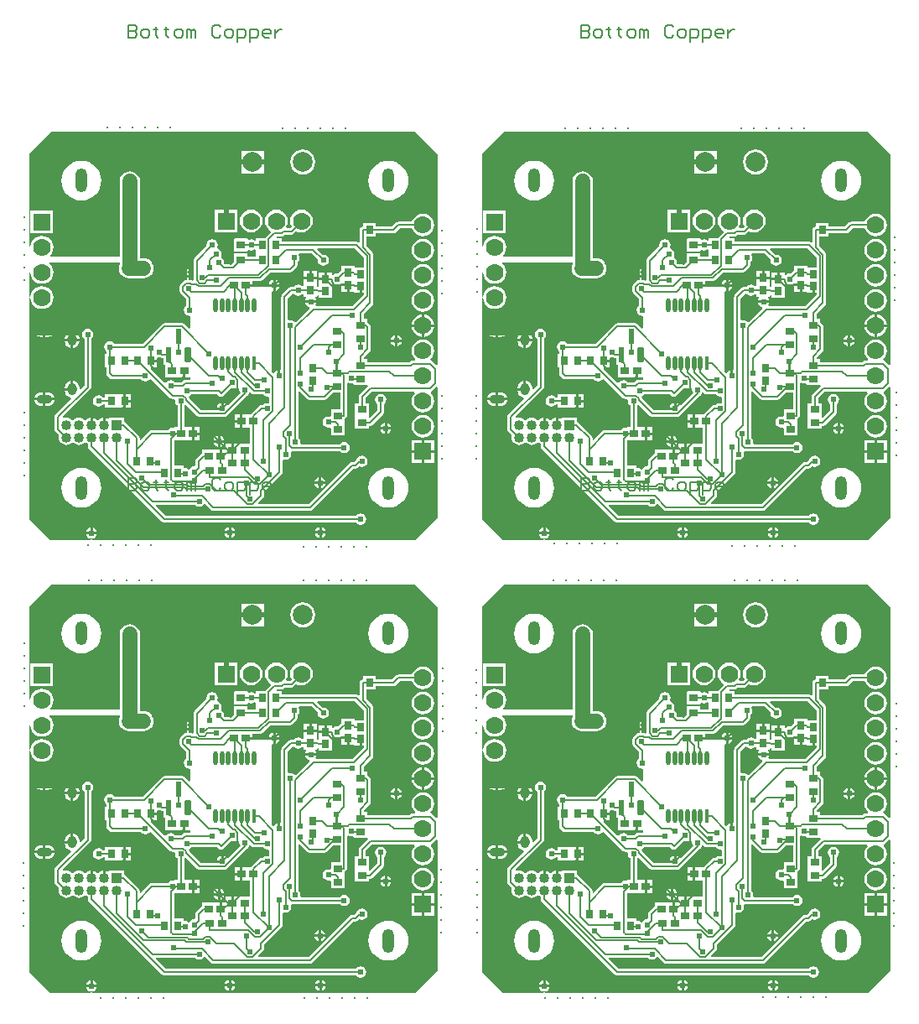
<source format=gbl>
G04 Layer_Physical_Order=2*
G04 Layer_Color=16711680*
%FSLAX25Y25*%
%MOIN*%
G70*
G01*
G75*
%ADD13R,0.03347X0.03150*%
%ADD24R,0.03543X0.02953*%
%ADD38C,0.00600*%
%ADD40C,0.02000*%
%ADD41C,0.04000*%
%ADD43C,0.00800*%
%ADD48C,0.06000*%
%ADD49C,0.01000*%
%ADD50O,0.04724X0.09449*%
%ADD51O,0.06102X0.03543*%
%ADD52O,0.03740X0.04921*%
%ADD53C,0.07000*%
%ADD54R,0.07000X0.07000*%
%ADD55C,0.04000*%
%ADD56R,0.04000X0.04000*%
%ADD57R,0.07000X0.07000*%
%ADD58C,0.07874*%
%ADD59C,0.02400*%
%ADD60C,0.01969*%
%ADD61R,0.03150X0.03347*%
%ADD62R,0.02953X0.03543*%
G04:AMPARAMS|DCode=63|XSize=23.62mil|YSize=62.99mil|CornerRadius=5.91mil|HoleSize=0mil|Usage=FLASHONLY|Rotation=0.000|XOffset=0mil|YOffset=0mil|HoleType=Round|Shape=RoundedRectangle|*
%AMROUNDEDRECTD63*
21,1,0.02362,0.05118,0,0,0.0*
21,1,0.01181,0.06299,0,0,0.0*
1,1,0.01181,0.00591,-0.02559*
1,1,0.01181,-0.00591,-0.02559*
1,1,0.01181,-0.00591,0.02559*
1,1,0.01181,0.00591,0.02559*
%
%ADD63ROUNDEDRECTD63*%
%ADD64R,0.02362X0.06299*%
%ADD65R,0.01772X0.05512*%
%ADD66O,0.01772X0.05512*%
G36*
X469325Y459112D02*
Y414044D01*
Y375657D01*
X468825Y375449D01*
X467337Y376937D01*
X466907Y377225D01*
X466610Y377284D01*
X466476Y377812D01*
X466709Y377991D01*
X467431Y378931D01*
X467884Y380025D01*
X468039Y381200D01*
X467884Y382375D01*
X467431Y383469D01*
X466709Y384409D01*
X465769Y385131D01*
X464675Y385584D01*
X463500Y385739D01*
X462325Y385584D01*
X461231Y385131D01*
X460291Y384409D01*
X459569Y383469D01*
X459116Y382375D01*
X458961Y381200D01*
X459116Y380025D01*
X459569Y378931D01*
X460291Y377991D01*
X460540Y377799D01*
X460380Y377326D01*
X459300D01*
X458793Y377225D01*
X458363Y376937D01*
X458153Y376727D01*
X441516D01*
Y377878D01*
X440069D01*
Y378551D01*
X442437Y380919D01*
X442725Y381349D01*
X442826Y381856D01*
Y390602D01*
X442725Y391109D01*
X442437Y391539D01*
X441637Y392339D01*
X441516Y392420D01*
Y393878D01*
X440069D01*
Y395851D01*
X443437Y399219D01*
X443725Y399649D01*
X443825Y400156D01*
Y414044D01*
Y419397D01*
X443725Y419904D01*
X443437Y420334D01*
X442624Y421148D01*
X441025Y422746D01*
Y426532D01*
X444819D01*
Y427879D01*
X451800D01*
X452307Y427980D01*
X452737Y428268D01*
X454344Y429875D01*
X459178D01*
X459569Y428931D01*
X460291Y427991D01*
X461231Y427269D01*
X462325Y426816D01*
X463500Y426661D01*
X464675Y426816D01*
X465769Y427269D01*
X466709Y427991D01*
X467431Y428931D01*
X467884Y430025D01*
X468039Y431200D01*
X467884Y432375D01*
X467431Y433469D01*
X466709Y434409D01*
X465769Y435131D01*
X464675Y435584D01*
X463500Y435739D01*
X462325Y435584D01*
X461231Y435131D01*
X460291Y434409D01*
X459569Y433469D01*
X459178Y432525D01*
X453795D01*
X453288Y432425D01*
X452858Y432137D01*
X451251Y430530D01*
X444819D01*
Y431878D01*
X439669D01*
Y430524D01*
X439193Y430429D01*
X438763Y430142D01*
X438475Y429712D01*
X438375Y429205D01*
Y424353D01*
X438094Y424237D01*
X437875Y424194D01*
X437463Y424469D01*
X436956Y424570D01*
X407378D01*
Y426016D01*
X405533D01*
X405266Y426516D01*
X405335Y426618D01*
X407232D01*
X407739Y426719D01*
X408170Y427007D01*
X408581Y427419D01*
X411244D01*
X411751Y427520D01*
X412181Y427807D01*
X413125Y428751D01*
X414069Y428360D01*
X415244Y428205D01*
X416419Y428360D01*
X417513Y428813D01*
X418453Y429535D01*
X419175Y430475D01*
X419628Y431569D01*
X419783Y432744D01*
X419628Y433919D01*
X419175Y435013D01*
X418453Y435953D01*
X417513Y436675D01*
X416419Y437128D01*
X415244Y437283D01*
X414069Y437128D01*
X412975Y436675D01*
X412035Y435953D01*
X411313Y435013D01*
X410860Y433919D01*
X410705Y432744D01*
X410860Y431569D01*
X411251Y430625D01*
X410695Y430070D01*
X409423D01*
X409214Y430570D01*
X409628Y431569D01*
X409783Y432744D01*
X409628Y433919D01*
X409175Y435013D01*
X408453Y435953D01*
X407513Y436675D01*
X406419Y437128D01*
X405244Y437283D01*
X404069Y437128D01*
X402975Y436675D01*
X402035Y435953D01*
X401313Y435013D01*
X400860Y433919D01*
X400705Y432744D01*
X400860Y431569D01*
X401313Y430475D01*
X402035Y429535D01*
X402837Y428919D01*
X402963Y428338D01*
X401026Y426400D01*
X400769Y426016D01*
X397110D01*
Y425243D01*
X396610Y424977D01*
X396102Y425316D01*
X395244Y425487D01*
X394386Y425316D01*
X394319Y425272D01*
X393878Y425508D01*
Y425819D01*
X388532D01*
Y420669D01*
X393878D01*
Y420981D01*
X394319Y421216D01*
X394386Y421172D01*
X395244Y421001D01*
X396102Y421172D01*
X396610Y421511D01*
X397110Y421246D01*
Y420472D01*
X397110D01*
Y420016D01*
X397110D01*
Y418570D01*
X393878D01*
Y419819D01*
X388532D01*
Y416445D01*
X387656Y415570D01*
X384793D01*
X384426Y415937D01*
X384487Y416244D01*
X384316Y417102D01*
X383830Y417830D01*
X383403Y418116D01*
X383233Y418761D01*
X383316Y418886D01*
X383487Y419744D01*
X383316Y420603D01*
X382830Y421330D01*
X382102Y421816D01*
X381956Y421846D01*
X381764Y422308D01*
X381816Y422386D01*
X381987Y423244D01*
X381816Y424102D01*
X381330Y424830D01*
X380603Y425316D01*
X379744Y425487D01*
X378886Y425316D01*
X378158Y424830D01*
X377672Y424102D01*
X377501Y423244D01*
X377562Y422937D01*
X372663Y418037D01*
X372375Y417607D01*
X372274Y417100D01*
Y414044D01*
Y409330D01*
X372176Y409209D01*
X371811Y409098D01*
X371621Y409225D01*
X371114Y409326D01*
X370473D01*
X370237Y409766D01*
X370316Y409886D01*
X370388Y410244D01*
X369744D01*
Y409326D01*
X369374D01*
X368867Y409225D01*
X368437Y408937D01*
X367207Y407707D01*
X366919Y407277D01*
X366819Y406770D01*
Y405030D01*
X366919Y404523D01*
X367207Y404093D01*
X369475Y401825D01*
Y399060D01*
X369214Y398886D01*
X368728Y398158D01*
X368557Y397300D01*
X368728Y396442D01*
X369214Y395714D01*
X369744Y395360D01*
X369942Y395228D01*
X370800Y395057D01*
X370929Y394952D01*
X370941Y390222D01*
X370479Y390031D01*
X369282Y391227D01*
X368735Y391774D01*
X368305Y392062D01*
X367798Y392162D01*
X360867D01*
X360360Y392062D01*
X359930Y391774D01*
X355500Y387344D01*
X352225Y384070D01*
X340847D01*
X340673Y384330D01*
X339945Y384816D01*
X339087Y384987D01*
X338228Y384816D01*
X337501Y384330D01*
X337014Y383602D01*
X336843Y382744D01*
X337014Y381886D01*
X337501Y381158D01*
X337761Y380984D01*
Y380016D01*
X337110D01*
Y374473D01*
X337761D01*
Y372113D01*
X337862Y371606D01*
X338149Y371176D01*
X338963Y370363D01*
X339393Y370075D01*
X339900Y369974D01*
X351340D01*
X351514Y369714D01*
X352242Y369228D01*
X353100Y369057D01*
X353958Y369228D01*
X354686Y369714D01*
X354906Y370043D01*
X355403Y370092D01*
X363088Y362407D01*
X363519Y362120D01*
X364026Y362019D01*
X364761D01*
X365078Y361632D01*
X365001Y361244D01*
X365172Y360386D01*
X365658Y359658D01*
X365958Y359457D01*
Y350819D01*
X364610D01*
Y350819D01*
X364326Y350585D01*
X363987Y350653D01*
X363128Y350482D01*
X362401Y349995D01*
X362116Y349570D01*
X355731D01*
X355223Y349469D01*
X354793Y349181D01*
X351374Y345762D01*
X350912Y345953D01*
Y346576D01*
X350811Y347083D01*
X350524Y347513D01*
X345356Y352681D01*
X344926Y352969D01*
X344744Y353005D01*
Y354744D01*
X338744D01*
Y354556D01*
X338296Y354335D01*
X338257Y354364D01*
X337527Y354667D01*
X337244Y354704D01*
Y351744D01*
X336244D01*
Y354704D01*
X335961Y354667D01*
X335231Y354364D01*
X334604Y353884D01*
X334494Y353740D01*
X333994D01*
X333884Y353884D01*
X333257Y354364D01*
X332527Y354667D01*
X332244Y354704D01*
Y351744D01*
X331244D01*
Y354704D01*
X330961Y354667D01*
X330231Y354364D01*
X329604Y353884D01*
X329494Y353740D01*
X328994D01*
X328884Y353884D01*
X328257Y354364D01*
X327527Y354667D01*
X326744Y354770D01*
X325961Y354667D01*
X325231Y354364D01*
X324604Y353884D01*
X324494Y353740D01*
X323994D01*
X323884Y353884D01*
X323257Y354364D01*
X322527Y354667D01*
X321744Y354770D01*
X320961Y354667D01*
X320598Y354517D01*
X320315Y354941D01*
X331181Y365807D01*
X331469Y366237D01*
X331570Y366744D01*
Y385984D01*
X331830Y386158D01*
X332316Y386886D01*
X332487Y387744D01*
X332316Y388602D01*
X331830Y389330D01*
X331102Y389816D01*
X330244Y389987D01*
X329386Y389816D01*
X328658Y389330D01*
X328172Y388602D01*
X328001Y387744D01*
X328172Y386886D01*
X328658Y386158D01*
X328919Y385984D01*
Y367293D01*
X327426Y365801D01*
X326926Y366008D01*
Y366492D01*
X326828Y367241D01*
X326538Y367939D01*
X326078Y368539D01*
X325479Y368999D01*
X324781Y369288D01*
X324531Y369321D01*
Y365901D01*
X324031D01*
Y365401D01*
X321136D01*
Y365311D01*
X321235Y364562D01*
X321524Y363863D01*
X321984Y363264D01*
X322584Y362804D01*
X323282Y362515D01*
X323415Y362497D01*
X323595Y361969D01*
X317463Y355837D01*
X317175Y355407D01*
X317074Y354900D01*
Y350088D01*
X317175Y349581D01*
X317463Y349151D01*
X318899Y347715D01*
X318821Y347527D01*
X318718Y346744D01*
X318821Y345961D01*
X319124Y345231D01*
X319604Y344604D01*
X320231Y344124D01*
X320961Y343821D01*
X321744Y343718D01*
X322527Y343821D01*
X323257Y344124D01*
X323884Y344604D01*
X323994Y344748D01*
X324494D01*
X324604Y344604D01*
X325231Y344124D01*
X325961Y343821D01*
X326744Y343718D01*
X327527Y343821D01*
X328257Y344124D01*
X328884Y344604D01*
X328994Y344748D01*
X329494D01*
X329604Y344604D01*
X330231Y344124D01*
X330418Y344046D01*
Y343244D01*
X330519Y342737D01*
X330807Y342307D01*
X339151Y333963D01*
X359807Y313307D01*
X360237Y313019D01*
X360744Y312919D01*
X436984D01*
X437158Y312658D01*
X437886Y312172D01*
X438744Y312001D01*
X439603Y312172D01*
X440330Y312658D01*
X440816Y313386D01*
X440987Y314244D01*
X440816Y315103D01*
X440330Y315830D01*
X439603Y316316D01*
X438744Y316487D01*
X437886Y316316D01*
X437158Y315830D01*
X436984Y315570D01*
X361293D01*
X357250Y319613D01*
X357441Y320075D01*
X372939D01*
X373113Y319814D01*
X373841Y319328D01*
X374700Y319157D01*
X375558Y319328D01*
X376286Y319814D01*
X376505Y320143D01*
X377003Y320192D01*
X379188Y318007D01*
X379618Y317720D01*
X380125Y317619D01*
X418642D01*
X419149Y317720D01*
X419579Y318007D01*
X424530Y322958D01*
X435991Y334419D01*
X436744D01*
X437251Y334520D01*
X437681Y334807D01*
X438182Y335308D01*
X438386Y335172D01*
X439244Y335001D01*
X440102Y335172D01*
X440830Y335658D01*
X441316Y336386D01*
X441487Y337244D01*
X441316Y338103D01*
X440830Y338830D01*
X440102Y339316D01*
X439244Y339487D01*
X438386Y339316D01*
X437658Y338830D01*
X437172Y338103D01*
X437158Y338032D01*
X436195Y337070D01*
X435442D01*
X434935Y336969D01*
X434505Y336681D01*
X422656Y324832D01*
X418093Y320270D01*
X398267D01*
X398076Y320731D01*
X400121Y322777D01*
X400408Y323207D01*
X400509Y323714D01*
Y325195D01*
X407355Y332041D01*
X407643Y332471D01*
X407744Y332979D01*
Y337671D01*
X408244Y337987D01*
X408900Y337857D01*
X409758Y338028D01*
X410486Y338514D01*
X410972Y339242D01*
X411143Y340100D01*
X410972Y340958D01*
X410964Y340971D01*
X411264Y341421D01*
X411500Y341374D01*
X430440D01*
X430614Y341114D01*
X431342Y340628D01*
X432200Y340457D01*
X433058Y340628D01*
X433786Y341114D01*
X434272Y341842D01*
X434443Y342700D01*
X434272Y343558D01*
X433786Y344286D01*
X433058Y344772D01*
X432200Y344943D01*
X431342Y344772D01*
X430614Y344286D01*
X430440Y344025D01*
X415084D01*
X414729Y344526D01*
X414843Y345100D01*
X414672Y345958D01*
X414186Y346686D01*
X413926Y346860D01*
Y364847D01*
X414387Y365038D01*
X417317Y362109D01*
X417747Y361821D01*
X418254Y361720D01*
X418254Y361720D01*
X424446D01*
X424953Y361821D01*
X425383Y362109D01*
X427885Y364610D01*
X430675D01*
Y357878D01*
X426972D01*
Y355385D01*
X426472Y355029D01*
X425900Y355143D01*
X425042Y354972D01*
X424314Y354486D01*
X423828Y353758D01*
X423657Y352900D01*
X423828Y352042D01*
X424314Y351314D01*
X425042Y350828D01*
X425900Y350657D01*
X426472Y350771D01*
X426972Y350415D01*
Y347610D01*
X432516D01*
Y352425D01*
X432516Y352563D01*
X432516D01*
Y352925D01*
X432516D01*
Y354183D01*
X432937Y354464D01*
X433225Y354894D01*
X433325Y355402D01*
Y368338D01*
X433825Y368606D01*
X434242Y368328D01*
X435100Y368157D01*
X435472Y368231D01*
X435972Y367821D01*
Y367610D01*
X441310D01*
X441671Y367193D01*
X441663Y367137D01*
X438307Y363781D01*
X438019Y363351D01*
X437919Y362844D01*
Y360378D01*
X436472D01*
Y355563D01*
X436472Y355425D01*
Y355063D01*
X436472Y354925D01*
Y350110D01*
X442016D01*
Y351261D01*
X442300D01*
X442807Y351362D01*
X443237Y351649D01*
X447637Y356049D01*
X447925Y356479D01*
X448026Y356987D01*
Y360040D01*
X448286Y360214D01*
X448772Y360942D01*
X448943Y361800D01*
X448772Y362658D01*
X448286Y363386D01*
X447558Y363872D01*
X446700Y364043D01*
X445842Y363872D01*
X445114Y363386D01*
X444628Y362658D01*
X444457Y361800D01*
X444628Y360942D01*
X445114Y360214D01*
X445374Y360040D01*
Y357536D01*
X442478Y354639D01*
X442016Y354830D01*
X442016Y355063D01*
Y355425D01*
X442016Y355563D01*
Y360378D01*
X440569D01*
Y362295D01*
X443149Y364875D01*
X460133D01*
X460218Y364622D01*
X460264Y364374D01*
X459569Y363469D01*
X459116Y362375D01*
X458961Y361200D01*
X459116Y360025D01*
X459569Y358931D01*
X460291Y357991D01*
X461231Y357269D01*
X462325Y356816D01*
X463500Y356661D01*
X464675Y356816D01*
X465769Y357269D01*
X466709Y357991D01*
X467431Y358931D01*
X467884Y360025D01*
X468039Y361200D01*
X467884Y362375D01*
X467431Y363469D01*
X466709Y364409D01*
X466671Y364439D01*
X466796Y364973D01*
X466807Y364975D01*
X467237Y365263D01*
X468825Y366850D01*
X469325Y366643D01*
Y314888D01*
X460466Y306029D01*
X331936D01*
X331887Y306529D01*
X332073Y306566D01*
X332603Y306672D01*
X333330Y307158D01*
X333816Y307886D01*
X333888Y308244D01*
X329601D01*
X329672Y307886D01*
X330158Y307158D01*
X330886Y306672D01*
X331415Y306566D01*
X331601Y306529D01*
X331552Y306029D01*
X315334D01*
X307029Y314334D01*
Y387344D01*
Y402127D01*
X307529Y402160D01*
X307536Y402110D01*
X307544Y402045D01*
X307660Y401169D01*
X308113Y400075D01*
X308835Y399135D01*
X309775Y398413D01*
X310869Y397960D01*
X312044Y397805D01*
X313219Y397960D01*
X314313Y398413D01*
X315253Y399135D01*
X315975Y400075D01*
X316428Y401169D01*
X316583Y402344D01*
X316428Y403519D01*
X315975Y404613D01*
X315253Y405553D01*
X314313Y406275D01*
X313219Y406728D01*
X312044Y406883D01*
X310869Y406728D01*
X309775Y406275D01*
X308835Y405553D01*
X308113Y404613D01*
X307660Y403519D01*
X307544Y402643D01*
X307529Y402528D01*
X307029Y402561D01*
D01*
Y412127D01*
X307529Y412160D01*
X307660Y411169D01*
X308113Y410075D01*
X308835Y409135D01*
X309775Y408413D01*
X310869Y407960D01*
X312044Y407805D01*
X313219Y407960D01*
X314313Y408413D01*
X315253Y409135D01*
X315975Y410075D01*
X316428Y411169D01*
X316583Y412344D01*
X316428Y413519D01*
X315975Y414613D01*
X315253Y415553D01*
X314970Y415771D01*
X315131Y416244D01*
X343009D01*
Y415722D01*
X342747Y415088D01*
X342610Y414044D01*
X342747Y413000D01*
X343150Y412027D01*
X343791Y411191D01*
X344627Y410550D01*
X345600Y410147D01*
X346644Y410009D01*
X352444D01*
X353488Y410147D01*
X354461Y410550D01*
X355297Y411191D01*
X355938Y412027D01*
X356069Y412344D01*
X356082Y412375D01*
X356336Y412988D01*
X356341Y413000D01*
X356479Y414044D01*
X356341Y415088D01*
X355938Y416061D01*
X355297Y416897D01*
X354461Y417538D01*
X353488Y417941D01*
X352444Y418079D01*
X351079D01*
Y444944D01*
Y448444D01*
X350941Y449488D01*
X350538Y450461D01*
X349897Y451297D01*
X349061Y451938D01*
X348088Y452341D01*
X347044Y452479D01*
X346000Y452341D01*
X345027Y451938D01*
X344191Y451297D01*
X343550Y450461D01*
X343147Y449488D01*
X343009Y448444D01*
Y444944D01*
Y418744D01*
X315501D01*
X315337Y419244D01*
X315975Y420075D01*
X316428Y421170D01*
X316583Y422344D01*
X316428Y423519D01*
X315975Y424614D01*
X315253Y425554D01*
X314313Y426275D01*
X313219Y426728D01*
X312044Y426883D01*
X310869Y426728D01*
X309775Y426275D01*
X308835Y425554D01*
X308113Y424614D01*
X307660Y423519D01*
X307529Y422528D01*
X307029Y422561D01*
Y459566D01*
X315788Y468325D01*
X460112D01*
X469325Y459112D01*
D02*
G37*
G36*
X289325D02*
Y414044D01*
Y375657D01*
X288825Y375449D01*
X287337Y376937D01*
X286907Y377225D01*
X286610Y377284D01*
X286476Y377812D01*
X286709Y377991D01*
X287431Y378931D01*
X287884Y380025D01*
X288039Y381200D01*
X287884Y382375D01*
X287431Y383469D01*
X286709Y384409D01*
X285769Y385131D01*
X284675Y385584D01*
X283500Y385739D01*
X282325Y385584D01*
X281231Y385131D01*
X280291Y384409D01*
X279569Y383469D01*
X279116Y382375D01*
X278961Y381200D01*
X279116Y380025D01*
X279569Y378931D01*
X280291Y377991D01*
X280540Y377799D01*
X280380Y377326D01*
X279300D01*
X278793Y377225D01*
X278363Y376937D01*
X278153Y376727D01*
X261516D01*
Y377878D01*
X260069D01*
Y378551D01*
X262437Y380919D01*
X262725Y381349D01*
X262825Y381856D01*
Y390602D01*
X262725Y391109D01*
X262437Y391539D01*
X261637Y392339D01*
X261516Y392420D01*
Y393878D01*
X260069D01*
Y395851D01*
X263437Y399219D01*
X263725Y399649D01*
X263825Y400156D01*
Y414044D01*
Y419397D01*
X263725Y419904D01*
X263437Y420334D01*
X262624Y421148D01*
X261026Y422746D01*
Y426532D01*
X264819D01*
Y427879D01*
X271800D01*
X272307Y427980D01*
X272737Y428268D01*
X274344Y429875D01*
X279178D01*
X279569Y428931D01*
X280291Y427991D01*
X281231Y427269D01*
X282325Y426816D01*
X283500Y426661D01*
X284675Y426816D01*
X285769Y427269D01*
X286709Y427991D01*
X287431Y428931D01*
X287884Y430025D01*
X288039Y431200D01*
X287884Y432375D01*
X287431Y433469D01*
X286709Y434409D01*
X285769Y435131D01*
X284675Y435584D01*
X283500Y435739D01*
X282325Y435584D01*
X281231Y435131D01*
X280291Y434409D01*
X279569Y433469D01*
X279178Y432525D01*
X273795D01*
X273288Y432425D01*
X272858Y432137D01*
X271251Y430530D01*
X264819D01*
Y431878D01*
X259669D01*
Y430524D01*
X259193Y430429D01*
X258763Y430142D01*
X258475Y429712D01*
X258375Y429205D01*
Y424353D01*
X258094Y424237D01*
X257874Y424194D01*
X257463Y424469D01*
X256956Y424570D01*
X227378D01*
Y426016D01*
X225533D01*
X225266Y426516D01*
X225335Y426618D01*
X227232D01*
X227740Y426719D01*
X228169Y427007D01*
X228581Y427419D01*
X231244D01*
X231751Y427520D01*
X232181Y427807D01*
X233125Y428751D01*
X234069Y428360D01*
X235244Y428205D01*
X236419Y428360D01*
X237513Y428813D01*
X238453Y429535D01*
X239175Y430475D01*
X239628Y431569D01*
X239783Y432744D01*
X239628Y433919D01*
X239175Y435013D01*
X238453Y435953D01*
X237513Y436675D01*
X236419Y437128D01*
X235244Y437283D01*
X234069Y437128D01*
X232975Y436675D01*
X232035Y435953D01*
X231313Y435013D01*
X230860Y433919D01*
X230705Y432744D01*
X230860Y431569D01*
X231251Y430625D01*
X230695Y430070D01*
X229423D01*
X229214Y430570D01*
X229628Y431569D01*
X229783Y432744D01*
X229628Y433919D01*
X229175Y435013D01*
X228453Y435953D01*
X227513Y436675D01*
X226419Y437128D01*
X225244Y437283D01*
X224069Y437128D01*
X222975Y436675D01*
X222035Y435953D01*
X221313Y435013D01*
X220860Y433919D01*
X220705Y432744D01*
X220860Y431569D01*
X221313Y430475D01*
X222035Y429535D01*
X222837Y428919D01*
X222964Y428338D01*
X221026Y426400D01*
X220769Y426016D01*
X217110D01*
Y425243D01*
X216610Y424977D01*
X216103Y425316D01*
X215244Y425487D01*
X214386Y425316D01*
X214319Y425272D01*
X213878Y425508D01*
Y425819D01*
X208532D01*
Y420669D01*
X213878D01*
Y420981D01*
X214319Y421216D01*
X214386Y421172D01*
X215244Y421001D01*
X216103Y421172D01*
X216610Y421511D01*
X217110Y421246D01*
Y420472D01*
X217110D01*
Y420016D01*
X217110D01*
Y418570D01*
X213878D01*
Y419819D01*
X208532D01*
Y416445D01*
X207656Y415570D01*
X204793D01*
X204426Y415937D01*
X204487Y416244D01*
X204316Y417102D01*
X203830Y417830D01*
X203403Y418116D01*
X203233Y418761D01*
X203316Y418886D01*
X203487Y419744D01*
X203316Y420603D01*
X202830Y421330D01*
X202102Y421816D01*
X201956Y421846D01*
X201764Y422308D01*
X201816Y422386D01*
X201987Y423244D01*
X201816Y424102D01*
X201330Y424830D01*
X200603Y425316D01*
X199744Y425487D01*
X198886Y425316D01*
X198158Y424830D01*
X197672Y424102D01*
X197501Y423244D01*
X197562Y422937D01*
X192663Y418037D01*
X192375Y417607D01*
X192274Y417100D01*
Y414044D01*
Y409330D01*
X192175Y409209D01*
X191811Y409098D01*
X191621Y409225D01*
X191114Y409326D01*
X190472D01*
X190237Y409766D01*
X190316Y409886D01*
X190388Y410244D01*
X189744D01*
Y409326D01*
X189374D01*
X188867Y409225D01*
X188437Y408937D01*
X187207Y407707D01*
X186919Y407277D01*
X186819Y406770D01*
Y405030D01*
X186919Y404523D01*
X187207Y404093D01*
X189474Y401825D01*
Y399060D01*
X189214Y398886D01*
X188728Y398158D01*
X188557Y397300D01*
X188728Y396442D01*
X189214Y395714D01*
X189744Y395360D01*
X189942Y395228D01*
X190800Y395057D01*
X190929Y394952D01*
X190941Y390222D01*
X190479Y390031D01*
X189282Y391227D01*
D01*
X188735Y391774D01*
X188305Y392062D01*
X187798Y392162D01*
X180867D01*
X180360Y392062D01*
X179930Y391774D01*
X175500Y387344D01*
X172225Y384070D01*
X160847D01*
X160673Y384330D01*
X159945Y384816D01*
X159087Y384987D01*
X158228Y384816D01*
X157501Y384330D01*
X157014Y383602D01*
X156843Y382744D01*
X157014Y381886D01*
X157501Y381158D01*
X157761Y380984D01*
Y380016D01*
X157110D01*
Y374473D01*
X157761D01*
Y372113D01*
X157862Y371606D01*
X158149Y371176D01*
X158963Y370363D01*
X159393Y370075D01*
X159900Y369974D01*
X171340D01*
X171514Y369714D01*
X172242Y369228D01*
X173100Y369057D01*
X173958Y369228D01*
X174686Y369714D01*
X174906Y370043D01*
X175403Y370092D01*
X183089Y362407D01*
X183519Y362120D01*
X184026Y362019D01*
X184761D01*
X185078Y361632D01*
X185001Y361244D01*
X185172Y360386D01*
X185658Y359658D01*
X185958Y359457D01*
Y350819D01*
X184610D01*
Y350819D01*
X184326Y350585D01*
X183987Y350653D01*
X183128Y350482D01*
X182401Y349995D01*
X182116Y349570D01*
X175731D01*
X175223Y349469D01*
X174793Y349181D01*
X171374Y345762D01*
X170912Y345953D01*
Y346576D01*
X170811Y347083D01*
X170524Y347513D01*
X165356Y352681D01*
X164926Y352969D01*
X164744Y353005D01*
Y354744D01*
X158744D01*
Y354556D01*
X158296Y354335D01*
X158257Y354364D01*
X157527Y354667D01*
X157244Y354704D01*
Y351744D01*
X156244D01*
Y354704D01*
X155961Y354667D01*
X155231Y354364D01*
X154604Y353884D01*
X154494Y353740D01*
X153994D01*
X153884Y353884D01*
X153257Y354364D01*
X152527Y354667D01*
X152244Y354704D01*
Y351744D01*
X151244D01*
Y354704D01*
X150961Y354667D01*
X150231Y354364D01*
X149604Y353884D01*
X149494Y353740D01*
X148994D01*
X148884Y353884D01*
X148257Y354364D01*
X147527Y354667D01*
X146744Y354770D01*
X145961Y354667D01*
X145231Y354364D01*
X144604Y353884D01*
X144494Y353740D01*
X143994D01*
X143884Y353884D01*
X143257Y354364D01*
X142527Y354667D01*
X141744Y354770D01*
X140961Y354667D01*
X140598Y354517D01*
X140315Y354941D01*
X151181Y365807D01*
X151469Y366237D01*
X151569Y366744D01*
Y385984D01*
X151830Y386158D01*
X152316Y386886D01*
X152487Y387744D01*
X152316Y388602D01*
X151830Y389330D01*
X151102Y389816D01*
X150244Y389987D01*
X149386Y389816D01*
X148658Y389330D01*
X148172Y388602D01*
X148001Y387744D01*
X148172Y386886D01*
X148658Y386158D01*
X148918Y385984D01*
Y367293D01*
X147426Y365801D01*
X146926Y366008D01*
Y366492D01*
X146828Y367241D01*
X146538Y367939D01*
X146078Y368539D01*
X145479Y368999D01*
X144781Y369288D01*
X144531Y369321D01*
Y365901D01*
X144031D01*
Y365401D01*
X141137D01*
Y365311D01*
X141235Y364562D01*
X141524Y363863D01*
X141984Y363264D01*
X142584Y362804D01*
X143282Y362515D01*
X143415Y362497D01*
X143595Y361969D01*
X137463Y355837D01*
X137175Y355407D01*
X137074Y354900D01*
Y350088D01*
X137175Y349581D01*
X137463Y349151D01*
X138899Y347715D01*
X138821Y347527D01*
X138718Y346744D01*
X138821Y345961D01*
X139123Y345231D01*
X139604Y344604D01*
X140231Y344124D01*
X140961Y343821D01*
X141744Y343718D01*
X142527Y343821D01*
X143257Y344124D01*
X143884Y344604D01*
X143994Y344748D01*
X144494D01*
X144604Y344604D01*
X145231Y344124D01*
X145961Y343821D01*
X146744Y343718D01*
X147527Y343821D01*
X148257Y344124D01*
X148884Y344604D01*
X148994Y344748D01*
X149494D01*
X149604Y344604D01*
X150231Y344124D01*
X150418Y344046D01*
Y343244D01*
X150519Y342737D01*
X150807Y342307D01*
X159151Y333963D01*
X179807Y313307D01*
X180237Y313019D01*
X180744Y312919D01*
X256984D01*
X257158Y312658D01*
X257886Y312172D01*
X258744Y312001D01*
X259602Y312172D01*
X260330Y312658D01*
X260816Y313386D01*
X260987Y314244D01*
X260816Y315103D01*
X260330Y315830D01*
X259602Y316316D01*
X258744Y316487D01*
X257886Y316316D01*
X257158Y315830D01*
X256984Y315570D01*
X181293D01*
X177250Y319613D01*
X177441Y320075D01*
X192939D01*
X193114Y319814D01*
X193841Y319328D01*
X194700Y319157D01*
X195558Y319328D01*
X196286Y319814D01*
X196505Y320143D01*
X197003Y320192D01*
X199188Y318007D01*
X199618Y317720D01*
X200125Y317619D01*
X238642D01*
X239149Y317720D01*
X239579Y318007D01*
X244530Y322958D01*
X255991Y334419D01*
X256744D01*
X257251Y334520D01*
X257681Y334807D01*
X258182Y335308D01*
X258386Y335172D01*
X259244Y335001D01*
X260103Y335172D01*
X260830Y335658D01*
X261316Y336386D01*
X261487Y337244D01*
X261316Y338103D01*
X260830Y338830D01*
X260103Y339316D01*
X259244Y339487D01*
X258386Y339316D01*
X257658Y338830D01*
X257172Y338103D01*
X257158Y338032D01*
X256195Y337070D01*
X255442D01*
X254935Y336969D01*
X254505Y336681D01*
X242655Y324832D01*
X238093Y320270D01*
X218267D01*
X218076Y320731D01*
X220121Y322777D01*
X220408Y323207D01*
X220509Y323714D01*
Y325195D01*
X227356Y332041D01*
X227643Y332471D01*
X227744Y332979D01*
Y337671D01*
X228244Y337987D01*
X228900Y337857D01*
X229758Y338028D01*
X230486Y338514D01*
X230972Y339242D01*
X231143Y340100D01*
X230972Y340958D01*
X230964Y340971D01*
X231264Y341421D01*
X231500Y341374D01*
X250440D01*
X250614Y341114D01*
X251342Y340628D01*
X252200Y340457D01*
X253058Y340628D01*
X253786Y341114D01*
X254272Y341842D01*
X254443Y342700D01*
X254272Y343558D01*
X253786Y344286D01*
X253058Y344772D01*
X252200Y344943D01*
X251342Y344772D01*
X250614Y344286D01*
X250440Y344025D01*
X235084D01*
X234729Y344526D01*
X234843Y345100D01*
X234672Y345958D01*
X234186Y346686D01*
X233926Y346860D01*
Y364847D01*
X234387Y365038D01*
X237317Y362109D01*
X237747Y361821D01*
X238254Y361720D01*
X238254Y361720D01*
X244446D01*
X244953Y361821D01*
X245383Y362109D01*
X247885Y364610D01*
X250675D01*
Y357878D01*
X246972D01*
Y355385D01*
X246472Y355029D01*
X245900Y355143D01*
X245042Y354972D01*
X244314Y354486D01*
X243828Y353758D01*
X243657Y352900D01*
X243828Y352042D01*
X244314Y351314D01*
X245042Y350828D01*
X245900Y350657D01*
X246472Y350771D01*
X246972Y350415D01*
Y347610D01*
X252516D01*
Y352425D01*
X252516Y352563D01*
X252516D01*
Y352925D01*
X252516D01*
Y354183D01*
X252937Y354464D01*
X253225Y354894D01*
X253326Y355402D01*
Y368338D01*
X253825Y368606D01*
X254242Y368328D01*
X255100Y368157D01*
X255472Y368231D01*
X255972Y367821D01*
Y367610D01*
X261310D01*
X261671Y367193D01*
X261663Y367137D01*
X258307Y363781D01*
X258019Y363351D01*
X257919Y362844D01*
Y360378D01*
X256472D01*
Y355563D01*
X256472Y355425D01*
Y355063D01*
X256472Y354925D01*
Y350110D01*
X262016D01*
Y351261D01*
X262300D01*
X262807Y351362D01*
X263237Y351649D01*
X267637Y356049D01*
X267925Y356479D01*
X268025Y356987D01*
Y360040D01*
X268286Y360214D01*
X268772Y360942D01*
X268943Y361800D01*
X268772Y362658D01*
X268286Y363386D01*
X267558Y363872D01*
X266700Y364043D01*
X265842Y363872D01*
X265114Y363386D01*
X264628Y362658D01*
X264457Y361800D01*
X264628Y360942D01*
X265114Y360214D01*
X265374Y360040D01*
Y357536D01*
X262478Y354639D01*
X262016Y354830D01*
X262016Y355063D01*
Y355425D01*
X262016Y355563D01*
Y360378D01*
X260570D01*
Y362295D01*
X263149Y364875D01*
X280133D01*
X280219Y364622D01*
X280264Y364374D01*
X279569Y363469D01*
X279116Y362375D01*
X278961Y361200D01*
X279116Y360025D01*
X279569Y358931D01*
X280291Y357991D01*
X281231Y357269D01*
X282325Y356816D01*
X283500Y356661D01*
X284675Y356816D01*
X285769Y357269D01*
X286709Y357991D01*
X287431Y358931D01*
X287884Y360025D01*
X288039Y361200D01*
X287884Y362375D01*
X287431Y363469D01*
X286709Y364409D01*
X286671Y364439D01*
X286796Y364973D01*
X286807Y364975D01*
X287237Y365263D01*
X288825Y366850D01*
X289325Y366643D01*
Y314888D01*
X280467Y306029D01*
X151936D01*
X151887Y306529D01*
X152073Y306566D01*
X152603Y306672D01*
X153330Y307158D01*
X153816Y307886D01*
X153888Y308244D01*
X149601D01*
X149672Y307886D01*
X150158Y307158D01*
X150886Y306672D01*
X151415Y306566D01*
X151601Y306529D01*
X151552Y306029D01*
X135334D01*
X127029Y314334D01*
Y387344D01*
Y402127D01*
X127529Y402160D01*
D01*
X127536Y402110D01*
X127544Y402045D01*
X127660Y401169D01*
X128113Y400075D01*
X128835Y399135D01*
X129775Y398413D01*
X130869Y397960D01*
X132044Y397805D01*
X133219Y397960D01*
X134313Y398413D01*
X135253Y399135D01*
X135975Y400075D01*
X136428Y401169D01*
X136583Y402344D01*
X136428Y403519D01*
X135975Y404613D01*
X135253Y405553D01*
X134313Y406275D01*
X133219Y406728D01*
X132044Y406883D01*
X130869Y406728D01*
X129775Y406275D01*
X128835Y405553D01*
X128113Y404613D01*
X127660Y403519D01*
X127544Y402643D01*
X127529Y402528D01*
X127029Y402561D01*
D01*
Y412127D01*
X127529Y412160D01*
X127660Y411169D01*
X128113Y410075D01*
X128835Y409135D01*
X129775Y408413D01*
X130869Y407960D01*
X132044Y407805D01*
X133219Y407960D01*
X134313Y408413D01*
X135253Y409135D01*
X135975Y410075D01*
X136428Y411169D01*
X136583Y412344D01*
X136428Y413519D01*
X135975Y414613D01*
X135253Y415553D01*
X134970Y415771D01*
X135131Y416244D01*
X163010D01*
Y415722D01*
X162747Y415088D01*
X162610Y414044D01*
X162747Y413000D01*
X163150Y412027D01*
X163791Y411191D01*
X164627Y410550D01*
X165600Y410147D01*
X166644Y410009D01*
X172444D01*
X173488Y410147D01*
X174461Y410550D01*
X175297Y411191D01*
X175938Y412027D01*
X176069Y412344D01*
D01*
X176082Y412375D01*
X176336Y412988D01*
X176341Y413000D01*
X176479Y414044D01*
X176341Y415088D01*
X175938Y416061D01*
X175297Y416897D01*
X174461Y417538D01*
X173488Y417941D01*
X172444Y418079D01*
X171079D01*
Y444944D01*
Y448444D01*
X170941Y449488D01*
X170538Y450461D01*
X169897Y451297D01*
X169061Y451938D01*
X168088Y452341D01*
X167044Y452479D01*
X166000Y452341D01*
X165027Y451938D01*
X164191Y451297D01*
X163550Y450461D01*
X163147Y449488D01*
X163010Y448444D01*
Y444944D01*
Y418744D01*
X135501D01*
X135337Y419244D01*
X135975Y420075D01*
X136428Y421170D01*
X136583Y422344D01*
X136428Y423519D01*
X135975Y424614D01*
X135253Y425554D01*
X134313Y426275D01*
X133219Y426728D01*
X132044Y426883D01*
X130869Y426728D01*
X129775Y426275D01*
X128835Y425554D01*
X128113Y424614D01*
X127660Y423519D01*
X127529Y422528D01*
X127029Y422561D01*
Y459566D01*
X135788Y468325D01*
X280112D01*
X289325Y459112D01*
D02*
G37*
G36*
X439974Y418351D02*
Y414378D01*
X436319D01*
Y414878D01*
X431169D01*
Y413280D01*
X430963Y413142D01*
X429707Y411887D01*
X429400Y411948D01*
X428542Y411777D01*
X427814Y411291D01*
X427319Y411450D01*
Y412378D01*
X425244D01*
Y409705D01*
X424744D01*
Y409205D01*
X422169D01*
Y406958D01*
X421755Y406681D01*
X421319Y406862D01*
Y409705D01*
X416169D01*
Y406989D01*
X416089Y406914D01*
X415527Y406870D01*
X414799Y407356D01*
X413941Y407526D01*
X413082Y407356D01*
X412355Y406870D01*
X412181Y406609D01*
X411200D01*
X410693Y406508D01*
X410263Y406221D01*
X407563Y403521D01*
X407275Y403091D01*
X407174Y402583D01*
Y373812D01*
X406744Y373459D01*
Y371244D01*
X405744D01*
Y373388D01*
X405386Y373316D01*
X404658Y372830D01*
X404426Y372483D01*
X403929Y372434D01*
X403400Y372963D01*
Y404711D01*
X403900Y405100D01*
Y406744D01*
X402009D01*
X401891Y406600D01*
X395878D01*
Y406744D01*
X393205D01*
Y407744D01*
X395878D01*
Y408819D01*
X398705D01*
X399212Y408919D01*
X399642Y409207D01*
X402854Y412419D01*
X410744D01*
X411251Y412520D01*
X411681Y412807D01*
X413181Y414307D01*
X413469Y414737D01*
X413570Y415244D01*
Y416484D01*
X413830Y416658D01*
X414316Y417386D01*
X414487Y418244D01*
X414316Y419102D01*
X414105Y419419D01*
X414372Y419919D01*
X419307D01*
X421718Y417507D01*
X421657Y417200D01*
X421828Y416342D01*
X422314Y415614D01*
X423042Y415128D01*
X423900Y414957D01*
X424758Y415128D01*
X425486Y415614D01*
X425972Y416342D01*
X426143Y417200D01*
X425972Y418058D01*
X425486Y418786D01*
X424758Y419272D01*
X423900Y419443D01*
X423593Y419382D01*
X421518Y421457D01*
X421709Y421918D01*
X436407D01*
X439974Y418351D01*
D02*
G37*
G36*
X259975D02*
Y414378D01*
X256319D01*
Y414878D01*
X251169D01*
Y413280D01*
X250963Y413142D01*
X249707Y411887D01*
X249400Y411948D01*
X248542Y411777D01*
X247814Y411291D01*
X247319Y411450D01*
Y412378D01*
X245244D01*
Y409705D01*
X244744D01*
Y409205D01*
X242169D01*
Y406958D01*
X241755Y406681D01*
X241319Y406862D01*
Y409705D01*
X236169D01*
Y406989D01*
X236089Y406914D01*
X235527Y406870D01*
X234799Y407356D01*
X233941Y407526D01*
X233082Y407356D01*
X232355Y406870D01*
X232181Y406609D01*
X231200D01*
X230693Y406508D01*
X230263Y406221D01*
X227563Y403521D01*
X227275Y403091D01*
X227174Y402583D01*
Y373812D01*
X226744Y373459D01*
Y371244D01*
X225744D01*
Y373388D01*
X225386Y373316D01*
X224658Y372830D01*
X224426Y372483D01*
X223928Y372434D01*
X223400Y372963D01*
Y404711D01*
X223900Y405100D01*
Y406744D01*
X222009D01*
X221891Y406600D01*
X215878D01*
Y406744D01*
X213205D01*
Y407744D01*
X215878D01*
Y408819D01*
X218705D01*
X219212Y408919D01*
X219642Y409207D01*
X222854Y412419D01*
X230744D01*
X231251Y412520D01*
X231681Y412807D01*
X233181Y414307D01*
X233469Y414737D01*
X233570Y415244D01*
Y416484D01*
X233830Y416658D01*
X234316Y417386D01*
X234487Y418244D01*
X234316Y419102D01*
X234105Y419419D01*
X234372Y419919D01*
X239307D01*
X241718Y417507D01*
X241657Y417200D01*
X241828Y416342D01*
X242314Y415614D01*
X243042Y415128D01*
X243900Y414957D01*
X244758Y415128D01*
X245486Y415614D01*
X245972Y416342D01*
X246143Y417200D01*
X245972Y418058D01*
X245486Y418786D01*
X244758Y419272D01*
X243900Y419443D01*
X243593Y419382D01*
X241518Y421457D01*
X241709Y421918D01*
X256407D01*
X259975Y418351D01*
D02*
G37*
G36*
X428542Y407632D02*
X429400Y407462D01*
X430258Y407632D01*
X430669Y407907D01*
X430900Y407783D01*
X433744D01*
Y407283D01*
X434244D01*
Y404610D01*
X436169D01*
Y404110D01*
X438244D01*
Y406783D01*
X439244D01*
Y404110D01*
X439974D01*
Y403449D01*
X435551Y399026D01*
X421028D01*
X420761Y399525D01*
X420972Y399842D01*
X421044Y400200D01*
X416756D01*
X416828Y399842D01*
X417314Y399114D01*
X418042Y398628D01*
X418365Y398563D01*
X418510Y398085D01*
X412935Y392510D01*
X412438Y392559D01*
X412286Y392786D01*
X411558Y393272D01*
X410700Y393443D01*
X410325Y393369D01*
X409826Y393779D01*
Y402034D01*
X411716Y403925D01*
X412223Y403895D01*
X412355Y403697D01*
X413082Y403211D01*
X413941Y403040D01*
X414799Y403211D01*
X415527Y403697D01*
X416089Y403653D01*
X416169Y403578D01*
Y402610D01*
X416967D01*
X417196Y402110D01*
X416828Y401558D01*
X416756Y401200D01*
X421044D01*
X420972Y401558D01*
X420604Y402110D01*
X420833Y402610D01*
X421319D01*
Y403048D01*
X421706Y403336D01*
X422169Y403150D01*
Y402110D01*
X427319D01*
Y407960D01*
X427814Y408118D01*
X428542Y407632D01*
D02*
G37*
G36*
X248542D02*
X249400Y407462D01*
X250258Y407632D01*
X250669Y407907D01*
X250900Y407783D01*
X253744D01*
Y407283D01*
X254244D01*
Y404610D01*
X256169D01*
Y404110D01*
X258244D01*
Y406783D01*
X259244D01*
Y404110D01*
X259975D01*
Y403449D01*
X255551Y399026D01*
X241028D01*
X240761Y399525D01*
X240972Y399842D01*
X241044Y400200D01*
X236756D01*
X236828Y399842D01*
X237314Y399114D01*
X238042Y398628D01*
X238365Y398563D01*
X238510Y398085D01*
X232936Y392510D01*
X232438Y392559D01*
X232286Y392786D01*
X231558Y393272D01*
X230700Y393443D01*
X230326Y393369D01*
X229825Y393779D01*
Y402034D01*
X231716Y403925D01*
X232223Y403895D01*
X232355Y403697D01*
X233082Y403211D01*
X233941Y403040D01*
X234799Y403211D01*
X235527Y403697D01*
X236089Y403653D01*
X236169Y403578D01*
Y402610D01*
X236967D01*
X237196Y402110D01*
X236828Y401558D01*
X236756Y401200D01*
X241044D01*
X240972Y401558D01*
X240604Y402110D01*
X240833Y402610D01*
X241319D01*
Y403048D01*
X241706Y403336D01*
X242169Y403150D01*
Y402110D01*
X247319D01*
Y407960D01*
X247814Y408118D01*
X248542Y407632D01*
D02*
G37*
G36*
X359280Y378476D02*
X359787Y378375D01*
X360323D01*
Y375551D01*
X361110D01*
Y370669D01*
X368205D01*
Y373244D01*
X369205D01*
Y370669D01*
X370990D01*
X370992Y369924D01*
X370639Y369570D01*
X369144D01*
X368637Y369469D01*
X368207Y369181D01*
X367595Y368570D01*
X365004D01*
X364830Y368830D01*
X364103Y369316D01*
X363244Y369487D01*
X362386Y369316D01*
X361658Y368830D01*
X361443Y368509D01*
X360799Y368445D01*
X355234Y374011D01*
X355425Y374473D01*
X357878D01*
Y376744D01*
X355401D01*
Y377744D01*
X357878D01*
Y378164D01*
X358378Y378574D01*
X358744Y378501D01*
X359129Y378577D01*
X359280Y378476D01*
D02*
G37*
G36*
X179280D02*
X179787Y378375D01*
X180323D01*
Y375551D01*
X181110D01*
Y370669D01*
X188205D01*
Y373244D01*
X189205D01*
Y370669D01*
X190990D01*
X190992Y369924D01*
X190639Y369570D01*
X189144D01*
X188637Y369469D01*
X188207Y369181D01*
X187595Y368570D01*
X185004D01*
X184830Y368830D01*
X184102Y369316D01*
X183244Y369487D01*
X182386Y369316D01*
X181658Y368830D01*
X181443Y368509D01*
X180799Y368445D01*
X175234Y374011D01*
X175425Y374473D01*
X177878D01*
Y376744D01*
X175401D01*
Y377744D01*
X177878D01*
Y378164D01*
X178378Y378574D01*
X178744Y378501D01*
X179129Y378577D01*
X179280Y378476D01*
D02*
G37*
G36*
X390555Y366014D02*
X390501Y365744D01*
X390672Y364886D01*
X390996Y364401D01*
X386048Y359452D01*
X385550Y359501D01*
X385330Y359830D01*
X384602Y360316D01*
X384244Y360388D01*
Y358244D01*
X383744D01*
Y357744D01*
X381486D01*
X381261Y357470D01*
X375293D01*
X370670Y362093D01*
Y362114D01*
X370569Y362621D01*
X370549Y362651D01*
X370602Y363172D01*
X371330Y363658D01*
X371504Y363919D01*
X381695D01*
X382307Y363307D01*
X382737Y363019D01*
X383244Y362919D01*
X383751Y363019D01*
X384181Y363307D01*
X387275Y366400D01*
X390237D01*
X390555Y366014D01*
D02*
G37*
G36*
X210555D02*
X210501Y365744D01*
X210672Y364886D01*
X210996Y364401D01*
X206048Y359452D01*
X205550Y359501D01*
X205330Y359830D01*
X204603Y360316D01*
X204244Y360388D01*
Y358244D01*
X203744D01*
Y357744D01*
X201486D01*
X201261Y357470D01*
X195293D01*
X190670Y362093D01*
Y362114D01*
X190569Y362621D01*
X190549Y362651D01*
X190603Y363172D01*
X191330Y363658D01*
X191504Y363919D01*
X201695D01*
X202307Y363307D01*
X202737Y363019D01*
X203244Y362919D01*
X203751Y363019D01*
X204181Y363307D01*
X207275Y366400D01*
X210237D01*
X210555Y366014D01*
D02*
G37*
G36*
X395377Y364207D02*
X395807Y363919D01*
X396314Y363819D01*
X400051D01*
X400158Y363658D01*
X400886Y363172D01*
X401744Y363001D01*
X402132Y363078D01*
X402519Y362761D01*
Y360727D01*
X402132Y360410D01*
X401744Y360487D01*
X400886Y360316D01*
X400158Y359830D01*
X399984Y359570D01*
X399244D01*
X398737Y359469D01*
X398307Y359181D01*
X395267Y356142D01*
X395052Y355819D01*
X391783D01*
Y353244D01*
Y350669D01*
X394879D01*
Y344319D01*
X388284D01*
Y341744D01*
X387284D01*
Y344319D01*
X385110D01*
Y341819D01*
X383705D01*
Y339244D01*
X382705D01*
Y341819D01*
X375610D01*
Y340384D01*
X375307Y340181D01*
X373307Y338181D01*
X373020Y337751D01*
X372919Y337244D01*
Y335789D01*
X372600Y335343D01*
X371742Y335172D01*
X371014Y334686D01*
X370784Y334342D01*
X370486Y333986D01*
X370143Y334215D01*
X369758Y334472D01*
X368900Y334643D01*
X368764Y334616D01*
X368378Y334933D01*
Y335516D01*
X364826D01*
Y345669D01*
X371705D01*
Y348244D01*
Y350819D01*
X368609D01*
Y359510D01*
X368830Y359658D01*
X369309Y359705D01*
X373807Y355207D01*
X374237Y354920D01*
X374744Y354819D01*
X384614D01*
X385121Y354920D01*
X385551Y355207D01*
X393681Y363337D01*
X393969Y363767D01*
X394003Y363939D01*
X394330Y364158D01*
X394550Y364487D01*
X395048Y364536D01*
X395377Y364207D01*
D02*
G37*
G36*
X215377D02*
X215807Y363919D01*
X216314Y363819D01*
X220051D01*
X220158Y363658D01*
X220886Y363172D01*
X221744Y363001D01*
X222132Y363078D01*
X222519Y362761D01*
Y360727D01*
X222132Y360410D01*
X221744Y360487D01*
X220886Y360316D01*
X220158Y359830D01*
X219984Y359570D01*
X219244D01*
X218737Y359469D01*
X218307Y359181D01*
X215267Y356142D01*
X215052Y355819D01*
X211783D01*
Y353244D01*
Y350669D01*
X214879D01*
Y344319D01*
X208284D01*
Y341744D01*
X207284D01*
Y344319D01*
X205110D01*
Y341819D01*
X203705D01*
Y339244D01*
X202705D01*
Y341819D01*
X195610D01*
Y340384D01*
X195307Y340181D01*
X193307Y338181D01*
X193019Y337751D01*
X192919Y337244D01*
Y335789D01*
X192600Y335343D01*
X191742Y335172D01*
X191014Y334686D01*
X190784Y334342D01*
X190486Y333986D01*
X190143Y334215D01*
X189758Y334472D01*
X188900Y334643D01*
X188764Y334616D01*
X188378Y334933D01*
Y335516D01*
X184826D01*
Y345669D01*
X191705D01*
Y348244D01*
Y350819D01*
X188609D01*
Y359510D01*
X188830Y359658D01*
X189309Y359705D01*
X193807Y355207D01*
X194237Y354920D01*
X194744Y354819D01*
X204614D01*
X205121Y354920D01*
X205551Y355207D01*
X213681Y363337D01*
X213969Y363767D01*
X214003Y363939D01*
X214330Y364158D01*
X214550Y364487D01*
X215048Y364536D01*
X215377Y364207D01*
D02*
G37*
G36*
X469325Y279112D02*
Y234044D01*
Y195657D01*
X468825Y195449D01*
X467337Y196937D01*
X466907Y197225D01*
X466610Y197284D01*
X466476Y197812D01*
X466709Y197991D01*
X467431Y198931D01*
X467884Y200025D01*
X468039Y201200D01*
X467884Y202375D01*
X467431Y203469D01*
X466709Y204409D01*
X465769Y205131D01*
X464675Y205584D01*
X463500Y205739D01*
X462325Y205584D01*
X461231Y205131D01*
X460291Y204409D01*
X459569Y203469D01*
X459116Y202375D01*
X458961Y201200D01*
X459116Y200025D01*
X459569Y198931D01*
X460291Y197991D01*
X460540Y197799D01*
X460380Y197326D01*
X459300D01*
X458793Y197225D01*
X458363Y196937D01*
X458153Y196727D01*
X441516D01*
Y197878D01*
X440069D01*
Y198551D01*
X442437Y200919D01*
X442725Y201349D01*
X442826Y201856D01*
Y210602D01*
X442725Y211109D01*
X442437Y211539D01*
X441637Y212339D01*
X441516Y212420D01*
Y213878D01*
X440069D01*
Y215851D01*
X443437Y219219D01*
X443725Y219649D01*
X443825Y220156D01*
Y234044D01*
Y239397D01*
X443725Y239904D01*
X443437Y240335D01*
X442624Y241148D01*
X441025Y242746D01*
Y246532D01*
X444819D01*
Y247879D01*
X451800D01*
X452307Y247980D01*
X452737Y248268D01*
X454344Y249874D01*
X459178D01*
X459569Y248931D01*
X460291Y247991D01*
X461231Y247269D01*
X462325Y246816D01*
X463500Y246661D01*
X464675Y246816D01*
X465769Y247269D01*
X466709Y247991D01*
X467431Y248931D01*
X467884Y250025D01*
X468039Y251200D01*
X467884Y252375D01*
X467431Y253469D01*
X466709Y254409D01*
X465769Y255131D01*
X464675Y255584D01*
X463500Y255739D01*
X462325Y255584D01*
X461231Y255131D01*
X460291Y254409D01*
X459569Y253469D01*
X459178Y252525D01*
X453795D01*
X453288Y252425D01*
X452858Y252137D01*
X451251Y250530D01*
X444819D01*
Y251878D01*
X439669D01*
Y250524D01*
X439193Y250429D01*
X438763Y250142D01*
X438475Y249712D01*
X438375Y249205D01*
Y244353D01*
X438094Y244237D01*
X437875Y244194D01*
X437463Y244469D01*
X436956Y244569D01*
X407378D01*
Y246016D01*
X405533D01*
X405266Y246516D01*
X405335Y246619D01*
X407232D01*
X407739Y246719D01*
X408170Y247007D01*
X408581Y247419D01*
X411244D01*
X411751Y247519D01*
X412181Y247807D01*
X413125Y248751D01*
X414069Y248360D01*
X415244Y248205D01*
X416419Y248360D01*
X417513Y248813D01*
X418453Y249535D01*
X419175Y250475D01*
X419628Y251569D01*
X419783Y252744D01*
X419628Y253919D01*
X419175Y255013D01*
X418453Y255953D01*
X417513Y256675D01*
X416419Y257128D01*
X415244Y257283D01*
X414069Y257128D01*
X412975Y256675D01*
X412035Y255953D01*
X411313Y255013D01*
X410860Y253919D01*
X410705Y252744D01*
X410860Y251569D01*
X411251Y250625D01*
X410695Y250070D01*
X409423D01*
X409214Y250570D01*
X409628Y251569D01*
X409783Y252744D01*
X409628Y253919D01*
X409175Y255013D01*
X408453Y255953D01*
X407513Y256675D01*
X406419Y257128D01*
X405244Y257283D01*
X404069Y257128D01*
X402975Y256675D01*
X402035Y255953D01*
X401313Y255013D01*
X400860Y253919D01*
X400705Y252744D01*
X400860Y251569D01*
X401313Y250475D01*
X402035Y249535D01*
X402837Y248919D01*
X402963Y248338D01*
X401026Y246400D01*
X400769Y246016D01*
X397110D01*
Y245243D01*
X396610Y244977D01*
X396102Y245316D01*
X395244Y245487D01*
X394386Y245316D01*
X394319Y245272D01*
X393878Y245508D01*
Y245819D01*
X388532D01*
Y240669D01*
X393878D01*
Y240981D01*
X394319Y241216D01*
X394386Y241172D01*
X395244Y241001D01*
X396102Y241172D01*
X396610Y241511D01*
X397110Y241246D01*
Y240472D01*
X397110D01*
Y240016D01*
X397110D01*
Y238569D01*
X393878D01*
Y239819D01*
X388532D01*
Y236445D01*
X387656Y235570D01*
X384793D01*
X384426Y235937D01*
X384487Y236244D01*
X384316Y237103D01*
X383830Y237830D01*
X383403Y238116D01*
X383233Y238761D01*
X383316Y238886D01*
X383487Y239744D01*
X383316Y240602D01*
X382830Y241330D01*
X382102Y241816D01*
X381956Y241846D01*
X381764Y242308D01*
X381816Y242386D01*
X381987Y243244D01*
X381816Y244103D01*
X381330Y244830D01*
X380603Y245316D01*
X379744Y245487D01*
X378886Y245316D01*
X378158Y244830D01*
X377672Y244103D01*
X377501Y243244D01*
X377562Y242937D01*
X372663Y238037D01*
X372375Y237607D01*
X372274Y237100D01*
Y234044D01*
Y229330D01*
X372176Y229209D01*
X371811Y229098D01*
X371621Y229225D01*
X371114Y229326D01*
X370473D01*
X370237Y229766D01*
X370316Y229886D01*
X370388Y230244D01*
X369744D01*
Y229326D01*
X369374D01*
X368867Y229225D01*
X368437Y228937D01*
X367207Y227707D01*
X366919Y227277D01*
X366819Y226770D01*
Y225030D01*
X366919Y224523D01*
X367207Y224093D01*
X369475Y221825D01*
Y219060D01*
X369214Y218886D01*
X368728Y218158D01*
X368557Y217300D01*
X368728Y216442D01*
X369214Y215714D01*
X369744Y215360D01*
X369942Y215228D01*
X370800Y215057D01*
X370929Y214952D01*
X370941Y210222D01*
X370479Y210031D01*
X369282Y211227D01*
X368735Y211774D01*
X368305Y212062D01*
X367798Y212162D01*
X360867D01*
X360360Y212062D01*
X359930Y211774D01*
X355500Y207344D01*
X352225Y204070D01*
X340847D01*
X340673Y204330D01*
X339945Y204816D01*
X339087Y204987D01*
X338228Y204816D01*
X337501Y204330D01*
X337014Y203603D01*
X336843Y202744D01*
X337014Y201886D01*
X337501Y201158D01*
X337761Y200984D01*
Y200016D01*
X337110D01*
Y194473D01*
X337761D01*
Y192113D01*
X337862Y191606D01*
X338149Y191176D01*
X338963Y190363D01*
X339393Y190075D01*
X339900Y189974D01*
X351340D01*
X351514Y189714D01*
X352242Y189228D01*
X353100Y189057D01*
X353958Y189228D01*
X354686Y189714D01*
X354906Y190043D01*
X355403Y190092D01*
X363088Y182407D01*
X363519Y182120D01*
X364026Y182019D01*
X364761D01*
X365078Y181632D01*
X365001Y181244D01*
X365172Y180386D01*
X365658Y179658D01*
X365958Y179457D01*
Y170819D01*
X364610D01*
Y170819D01*
X364326Y170585D01*
X363987Y170652D01*
X363128Y170482D01*
X362401Y169995D01*
X362116Y169570D01*
X355731D01*
X355223Y169469D01*
X354793Y169181D01*
X351374Y165762D01*
X350912Y165953D01*
Y166576D01*
X350811Y167083D01*
X350524Y167513D01*
X345356Y172681D01*
X344926Y172969D01*
X344744Y173005D01*
Y174744D01*
X338744D01*
Y174556D01*
X338296Y174335D01*
X338257Y174364D01*
X337527Y174667D01*
X337244Y174704D01*
Y171744D01*
X336244D01*
Y174704D01*
X335961Y174667D01*
X335231Y174364D01*
X334604Y173884D01*
X334494Y173740D01*
X333994D01*
X333884Y173884D01*
X333257Y174364D01*
X332527Y174667D01*
X332244Y174704D01*
Y171744D01*
X331244D01*
Y174704D01*
X330961Y174667D01*
X330231Y174364D01*
X329604Y173884D01*
X329494Y173740D01*
X328994D01*
X328884Y173884D01*
X328257Y174364D01*
X327527Y174667D01*
X326744Y174770D01*
X325961Y174667D01*
X325231Y174364D01*
X324604Y173884D01*
X324494Y173740D01*
X323994D01*
X323884Y173884D01*
X323257Y174364D01*
X322527Y174667D01*
X321744Y174770D01*
X320961Y174667D01*
X320598Y174517D01*
X320315Y174941D01*
X331181Y185807D01*
X331469Y186237D01*
X331570Y186744D01*
Y205984D01*
X331830Y206158D01*
X332316Y206886D01*
X332487Y207744D01*
X332316Y208602D01*
X331830Y209330D01*
X331102Y209816D01*
X330244Y209987D01*
X329386Y209816D01*
X328658Y209330D01*
X328172Y208602D01*
X328001Y207744D01*
X328172Y206886D01*
X328658Y206158D01*
X328919Y205984D01*
Y187293D01*
X327426Y185801D01*
X326926Y186008D01*
Y186492D01*
X326828Y187241D01*
X326538Y187939D01*
X326078Y188539D01*
X325479Y188999D01*
X324781Y189288D01*
X324531Y189321D01*
Y185901D01*
X324031D01*
Y185401D01*
X321136D01*
Y185311D01*
X321235Y184562D01*
X321524Y183863D01*
X321984Y183264D01*
X322584Y182804D01*
X323282Y182515D01*
X323415Y182497D01*
X323595Y181969D01*
X317463Y175837D01*
X317175Y175407D01*
X317074Y174900D01*
Y170088D01*
X317175Y169581D01*
X317463Y169151D01*
X318899Y167715D01*
X318821Y167527D01*
X318718Y166744D01*
X318821Y165961D01*
X319124Y165231D01*
X319604Y164604D01*
X320231Y164123D01*
X320961Y163821D01*
X321744Y163718D01*
X322527Y163821D01*
X323257Y164123D01*
X323884Y164604D01*
X323994Y164748D01*
X324494D01*
X324604Y164604D01*
X325231Y164123D01*
X325961Y163821D01*
X326744Y163718D01*
X327527Y163821D01*
X328257Y164123D01*
X328884Y164604D01*
X328994Y164748D01*
X329494D01*
X329604Y164604D01*
X330231Y164123D01*
X330418Y164046D01*
Y163244D01*
X330519Y162737D01*
X330807Y162307D01*
X339151Y153963D01*
X359807Y133307D01*
X360237Y133019D01*
X360744Y132919D01*
X436984D01*
X437158Y132658D01*
X437886Y132172D01*
X438744Y132001D01*
X439603Y132172D01*
X440330Y132658D01*
X440816Y133386D01*
X440987Y134244D01*
X440816Y135102D01*
X440330Y135830D01*
X439603Y136316D01*
X438744Y136487D01*
X437886Y136316D01*
X437158Y135830D01*
X436984Y135570D01*
X361293D01*
X357250Y139613D01*
X357441Y140075D01*
X372939D01*
X373113Y139814D01*
X373841Y139328D01*
X374700Y139157D01*
X375558Y139328D01*
X376286Y139814D01*
X376505Y140143D01*
X377003Y140192D01*
X379188Y138007D01*
X379618Y137720D01*
X380125Y137619D01*
X418642D01*
X419149Y137720D01*
X419579Y138007D01*
X424530Y142958D01*
X435991Y154419D01*
X436744D01*
X437251Y154519D01*
X437681Y154807D01*
X438182Y155308D01*
X438386Y155172D01*
X439244Y155001D01*
X440102Y155172D01*
X440830Y155658D01*
X441316Y156386D01*
X441487Y157244D01*
X441316Y158103D01*
X440830Y158830D01*
X440102Y159316D01*
X439244Y159487D01*
X438386Y159316D01*
X437658Y158830D01*
X437172Y158103D01*
X437158Y158032D01*
X436195Y157070D01*
X435442D01*
X434935Y156969D01*
X434505Y156681D01*
X422656Y144832D01*
X418093Y140270D01*
X398267D01*
X398076Y140732D01*
X400121Y142777D01*
X400408Y143207D01*
X400509Y143714D01*
Y145195D01*
X407355Y152041D01*
X407643Y152471D01*
X407744Y152979D01*
Y157671D01*
X408244Y157987D01*
X408900Y157857D01*
X409758Y158028D01*
X410486Y158514D01*
X410972Y159242D01*
X411143Y160100D01*
X410972Y160958D01*
X410964Y160971D01*
X411264Y161421D01*
X411500Y161374D01*
X430440D01*
X430614Y161114D01*
X431342Y160628D01*
X432200Y160457D01*
X433058Y160628D01*
X433786Y161114D01*
X434272Y161842D01*
X434443Y162700D01*
X434272Y163558D01*
X433786Y164286D01*
X433058Y164772D01*
X432200Y164943D01*
X431342Y164772D01*
X430614Y164286D01*
X430440Y164025D01*
X415084D01*
X414729Y164525D01*
X414843Y165100D01*
X414672Y165958D01*
X414186Y166686D01*
X413926Y166860D01*
Y184847D01*
X414387Y185038D01*
X417317Y182109D01*
X417747Y181821D01*
X418254Y181720D01*
X418254Y181720D01*
X424446D01*
X424953Y181821D01*
X425383Y182109D01*
X427885Y184610D01*
X430675D01*
Y177878D01*
X426972D01*
Y175385D01*
X426472Y175029D01*
X425900Y175143D01*
X425042Y174972D01*
X424314Y174486D01*
X423828Y173758D01*
X423657Y172900D01*
X423828Y172042D01*
X424314Y171314D01*
X425042Y170828D01*
X425900Y170657D01*
X426472Y170771D01*
X426972Y170415D01*
Y167610D01*
X432516D01*
Y172425D01*
X432516Y172563D01*
X432516D01*
Y172925D01*
X432516D01*
Y174183D01*
X432937Y174464D01*
X433225Y174894D01*
X433325Y175402D01*
Y188338D01*
X433825Y188606D01*
X434242Y188328D01*
X435100Y188157D01*
X435472Y188231D01*
X435972Y187821D01*
Y187610D01*
X441310D01*
X441671Y187193D01*
X441663Y187137D01*
X438307Y183781D01*
X438019Y183351D01*
X437919Y182844D01*
Y180378D01*
X436472D01*
Y175563D01*
X436472Y175425D01*
Y175063D01*
X436472Y174925D01*
Y170110D01*
X442016D01*
Y171261D01*
X442300D01*
X442807Y171362D01*
X443237Y171649D01*
X447637Y176049D01*
X447925Y176479D01*
X448026Y176987D01*
Y180040D01*
X448286Y180214D01*
X448772Y180942D01*
X448943Y181800D01*
X448772Y182658D01*
X448286Y183386D01*
X447558Y183872D01*
X446700Y184043D01*
X445842Y183872D01*
X445114Y183386D01*
X444628Y182658D01*
X444457Y181800D01*
X444628Y180942D01*
X445114Y180214D01*
X445374Y180040D01*
Y177536D01*
X442478Y174639D01*
X442016Y174830D01*
X442016Y175063D01*
Y175425D01*
X442016Y175563D01*
Y180378D01*
X440569D01*
Y182295D01*
X443149Y184874D01*
X460133D01*
X460218Y184622D01*
X460264Y184374D01*
X459569Y183469D01*
X459116Y182375D01*
X458961Y181200D01*
X459116Y180025D01*
X459569Y178931D01*
X460291Y177991D01*
X461231Y177269D01*
X462325Y176816D01*
X463500Y176661D01*
X464675Y176816D01*
X465769Y177269D01*
X466709Y177991D01*
X467431Y178931D01*
X467884Y180025D01*
X468039Y181200D01*
X467884Y182375D01*
X467431Y183469D01*
X466709Y184409D01*
X466671Y184439D01*
X466796Y184973D01*
X466807Y184975D01*
X467237Y185263D01*
X468825Y186851D01*
X469325Y186643D01*
Y134888D01*
X460466Y126029D01*
X331936D01*
X331887Y126529D01*
X332073Y126566D01*
X332603Y126672D01*
X333330Y127158D01*
X333816Y127886D01*
X333888Y128244D01*
X329601D01*
X329672Y127886D01*
X330158Y127158D01*
X330886Y126672D01*
X331415Y126566D01*
X331601Y126529D01*
X331552Y126029D01*
X315334D01*
X307029Y134334D01*
Y207344D01*
Y222127D01*
X307529Y222160D01*
X307536Y222110D01*
X307544Y222045D01*
X307660Y221169D01*
X308113Y220075D01*
X308835Y219135D01*
X309775Y218413D01*
X310869Y217960D01*
X312044Y217805D01*
X313219Y217960D01*
X314313Y218413D01*
X315253Y219135D01*
X315975Y220075D01*
X316428Y221169D01*
X316583Y222344D01*
X316428Y223519D01*
X315975Y224613D01*
X315253Y225553D01*
X314313Y226275D01*
X313219Y226728D01*
X312044Y226883D01*
X310869Y226728D01*
X309775Y226275D01*
X308835Y225553D01*
X308113Y224613D01*
X307660Y223519D01*
X307544Y222643D01*
X307529Y222528D01*
X307029Y222561D01*
D01*
Y232127D01*
X307529Y232160D01*
X307660Y231169D01*
X308113Y230075D01*
X308835Y229135D01*
X309775Y228413D01*
X310869Y227960D01*
X312044Y227805D01*
X313219Y227960D01*
X314313Y228413D01*
X315253Y229135D01*
X315975Y230075D01*
X316428Y231169D01*
X316583Y232344D01*
X316428Y233519D01*
X315975Y234613D01*
X315253Y235553D01*
X314970Y235771D01*
X315131Y236244D01*
X343009D01*
Y235722D01*
X342747Y235088D01*
X342610Y234044D01*
X342747Y233000D01*
X343150Y232027D01*
X343791Y231191D01*
X344627Y230550D01*
X345600Y230147D01*
X346644Y230010D01*
X352444D01*
X353488Y230147D01*
X354461Y230550D01*
X355297Y231191D01*
X355938Y232027D01*
X356069Y232344D01*
X356082Y232375D01*
X356336Y232988D01*
X356341Y233000D01*
X356479Y234044D01*
X356341Y235088D01*
X355938Y236061D01*
X355297Y236897D01*
X354461Y237538D01*
X353488Y237941D01*
X352444Y238078D01*
X351079D01*
Y264944D01*
Y268444D01*
X350941Y269488D01*
X350538Y270461D01*
X349897Y271297D01*
X349061Y271938D01*
X348088Y272341D01*
X347044Y272479D01*
X346000Y272341D01*
X345027Y271938D01*
X344191Y271297D01*
X343550Y270461D01*
X343147Y269488D01*
X343009Y268444D01*
Y264944D01*
Y238744D01*
X315501D01*
X315337Y239244D01*
X315975Y240075D01*
X316428Y241170D01*
X316583Y242344D01*
X316428Y243519D01*
X315975Y244614D01*
X315253Y245554D01*
X314313Y246275D01*
X313219Y246728D01*
X312044Y246883D01*
X310869Y246728D01*
X309775Y246275D01*
X308835Y245554D01*
X308113Y244614D01*
X307660Y243519D01*
X307529Y242528D01*
X307029Y242561D01*
Y279567D01*
X315788Y288325D01*
X460112D01*
X469325Y279112D01*
D02*
G37*
G36*
X289325D02*
Y234044D01*
Y195657D01*
X288825Y195449D01*
X287337Y196937D01*
X286907Y197225D01*
X286610Y197284D01*
X286476Y197812D01*
X286709Y197991D01*
X287431Y198931D01*
X287884Y200025D01*
X288039Y201200D01*
X287884Y202375D01*
X287431Y203469D01*
X286709Y204409D01*
X285769Y205131D01*
X284675Y205584D01*
X283500Y205739D01*
X282325Y205584D01*
X281231Y205131D01*
X280291Y204409D01*
X279569Y203469D01*
X279116Y202375D01*
X278961Y201200D01*
X279116Y200025D01*
X279569Y198931D01*
X280291Y197991D01*
X280540Y197799D01*
X280380Y197326D01*
X279300D01*
X278793Y197225D01*
X278363Y196937D01*
X278153Y196727D01*
X261516D01*
Y197878D01*
X260069D01*
Y198551D01*
X262437Y200919D01*
X262725Y201349D01*
X262825Y201856D01*
Y210602D01*
X262725Y211109D01*
X262437Y211539D01*
X261637Y212339D01*
X261516Y212420D01*
Y213878D01*
X260069D01*
Y215851D01*
X263437Y219219D01*
X263725Y219649D01*
X263825Y220156D01*
Y234044D01*
Y239397D01*
X263725Y239904D01*
X263437Y240335D01*
X262624Y241148D01*
X261026Y242746D01*
Y246532D01*
X264819D01*
Y247879D01*
X271800D01*
X272307Y247980D01*
X272737Y248268D01*
X274344Y249874D01*
X279178D01*
X279569Y248931D01*
X280291Y247991D01*
X281231Y247269D01*
X282325Y246816D01*
X283500Y246661D01*
X284675Y246816D01*
X285769Y247269D01*
X286709Y247991D01*
X287431Y248931D01*
X287884Y250025D01*
X288039Y251200D01*
X287884Y252375D01*
X287431Y253469D01*
X286709Y254409D01*
X285769Y255131D01*
X284675Y255584D01*
X283500Y255739D01*
X282325Y255584D01*
X281231Y255131D01*
X280291Y254409D01*
X279569Y253469D01*
X279178Y252525D01*
X273795D01*
X273288Y252425D01*
X272858Y252137D01*
X271251Y250530D01*
X264819D01*
Y251878D01*
X259669D01*
Y250524D01*
X259193Y250429D01*
X258763Y250142D01*
X258475Y249712D01*
X258375Y249205D01*
Y244353D01*
X258094Y244237D01*
X257874Y244194D01*
X257463Y244469D01*
X256956Y244569D01*
X227378D01*
Y246016D01*
X225533D01*
X225266Y246516D01*
X225335Y246619D01*
X227232D01*
X227740Y246719D01*
X228169Y247007D01*
X228581Y247419D01*
X231244D01*
X231751Y247519D01*
X232181Y247807D01*
X233125Y248751D01*
X234069Y248360D01*
X235244Y248205D01*
X236419Y248360D01*
X237513Y248813D01*
X238453Y249535D01*
X239175Y250475D01*
X239628Y251569D01*
X239783Y252744D01*
X239628Y253919D01*
X239175Y255013D01*
X238453Y255953D01*
X237513Y256675D01*
X236419Y257128D01*
X235244Y257283D01*
X234069Y257128D01*
X232975Y256675D01*
X232035Y255953D01*
X231313Y255013D01*
X230860Y253919D01*
X230705Y252744D01*
X230860Y251569D01*
X231251Y250625D01*
X230695Y250070D01*
X229423D01*
X229214Y250570D01*
X229628Y251569D01*
X229783Y252744D01*
X229628Y253919D01*
X229175Y255013D01*
X228453Y255953D01*
X227513Y256675D01*
X226419Y257128D01*
X225244Y257283D01*
X224069Y257128D01*
X222975Y256675D01*
X222035Y255953D01*
X221313Y255013D01*
X220860Y253919D01*
X220705Y252744D01*
X220860Y251569D01*
X221313Y250475D01*
X222035Y249535D01*
X222837Y248919D01*
X222964Y248338D01*
X221026Y246400D01*
X220769Y246016D01*
X217110D01*
Y245243D01*
X216610Y244977D01*
X216103Y245316D01*
X215244Y245487D01*
X214386Y245316D01*
X214319Y245272D01*
X213878Y245508D01*
Y245819D01*
X208532D01*
Y240669D01*
X213878D01*
Y240981D01*
X214319Y241216D01*
X214386Y241172D01*
X215244Y241001D01*
X216103Y241172D01*
X216610Y241511D01*
X217110Y241246D01*
Y240472D01*
X217110D01*
Y240016D01*
X217110D01*
Y238569D01*
X213878D01*
Y239819D01*
X208532D01*
Y236445D01*
X207656Y235570D01*
X204793D01*
X204426Y235937D01*
X204487Y236244D01*
X204316Y237103D01*
X203830Y237830D01*
X203403Y238116D01*
X203233Y238761D01*
X203316Y238886D01*
X203487Y239744D01*
X203316Y240602D01*
X202830Y241330D01*
X202102Y241816D01*
X201956Y241846D01*
X201764Y242308D01*
X201816Y242386D01*
X201987Y243244D01*
X201816Y244103D01*
X201330Y244830D01*
X200603Y245316D01*
X199744Y245487D01*
X198886Y245316D01*
X198158Y244830D01*
X197672Y244103D01*
X197501Y243244D01*
X197562Y242937D01*
X192663Y238037D01*
X192375Y237607D01*
X192274Y237100D01*
Y234044D01*
Y229330D01*
X192175Y229209D01*
X191811Y229098D01*
X191621Y229225D01*
X191114Y229326D01*
X190472D01*
X190237Y229766D01*
X190316Y229886D01*
X190388Y230244D01*
X189744D01*
Y229326D01*
X189374D01*
X188867Y229225D01*
X188437Y228937D01*
X187207Y227707D01*
X186919Y227277D01*
X186819Y226770D01*
Y225030D01*
X186919Y224523D01*
X187207Y224093D01*
X189474Y221825D01*
Y219060D01*
X189214Y218886D01*
X188728Y218158D01*
X188557Y217300D01*
X188728Y216442D01*
X189214Y215714D01*
X189744Y215360D01*
X189942Y215228D01*
X190800Y215057D01*
X190929Y214952D01*
X190941Y210222D01*
X190479Y210031D01*
X189282Y211227D01*
D01*
X188735Y211774D01*
X188305Y212062D01*
X187798Y212162D01*
X180867D01*
X180360Y212062D01*
X179930Y211774D01*
X175500Y207344D01*
X172225Y204070D01*
X160847D01*
X160673Y204330D01*
X159945Y204816D01*
X159087Y204987D01*
X158228Y204816D01*
X157501Y204330D01*
X157014Y203603D01*
X156843Y202744D01*
X157014Y201886D01*
X157501Y201158D01*
X157761Y200984D01*
Y200016D01*
X157110D01*
Y194473D01*
X157761D01*
Y192113D01*
X157862Y191606D01*
X158149Y191176D01*
X158963Y190363D01*
X159393Y190075D01*
X159900Y189974D01*
X171340D01*
X171514Y189714D01*
X172242Y189228D01*
X173100Y189057D01*
X173958Y189228D01*
X174686Y189714D01*
X174906Y190043D01*
X175403Y190092D01*
X183089Y182407D01*
X183519Y182120D01*
X184026Y182019D01*
X184761D01*
X185078Y181632D01*
X185001Y181244D01*
X185172Y180386D01*
X185658Y179658D01*
X185958Y179457D01*
Y170819D01*
X184610D01*
Y170819D01*
X184326Y170585D01*
X183987Y170652D01*
X183128Y170482D01*
X182401Y169995D01*
X182116Y169570D01*
X175731D01*
X175223Y169469D01*
X174793Y169181D01*
X171374Y165762D01*
X170912Y165953D01*
Y166576D01*
X170811Y167083D01*
X170524Y167513D01*
X165356Y172681D01*
X164926Y172969D01*
X164744Y173005D01*
Y174744D01*
X158744D01*
Y174556D01*
X158296Y174335D01*
X158257Y174364D01*
X157527Y174667D01*
X157244Y174704D01*
Y171744D01*
X156244D01*
Y174704D01*
X155961Y174667D01*
X155231Y174364D01*
X154604Y173884D01*
X154494Y173740D01*
X153994D01*
X153884Y173884D01*
X153257Y174364D01*
X152527Y174667D01*
X152244Y174704D01*
Y171744D01*
X151244D01*
Y174704D01*
X150961Y174667D01*
X150231Y174364D01*
X149604Y173884D01*
X149494Y173740D01*
X148994D01*
X148884Y173884D01*
X148257Y174364D01*
X147527Y174667D01*
X146744Y174770D01*
X145961Y174667D01*
X145231Y174364D01*
X144604Y173884D01*
X144494Y173740D01*
X143994D01*
X143884Y173884D01*
X143257Y174364D01*
X142527Y174667D01*
X141744Y174770D01*
X140961Y174667D01*
X140598Y174517D01*
X140315Y174941D01*
X151181Y185807D01*
X151469Y186237D01*
X151569Y186744D01*
Y205984D01*
X151830Y206158D01*
X152316Y206886D01*
X152487Y207744D01*
X152316Y208602D01*
X151830Y209330D01*
X151102Y209816D01*
X150244Y209987D01*
X149386Y209816D01*
X148658Y209330D01*
X148172Y208602D01*
X148001Y207744D01*
X148172Y206886D01*
X148658Y206158D01*
X148918Y205984D01*
Y187293D01*
X147426Y185801D01*
X146926Y186008D01*
Y186492D01*
X146828Y187241D01*
X146538Y187939D01*
X146078Y188539D01*
X145479Y188999D01*
X144781Y189288D01*
X144531Y189321D01*
Y185901D01*
X144031D01*
Y185401D01*
X141137D01*
Y185311D01*
X141235Y184562D01*
X141524Y183863D01*
X141984Y183264D01*
X142584Y182804D01*
X143282Y182515D01*
X143415Y182497D01*
X143595Y181969D01*
X137463Y175837D01*
X137175Y175407D01*
X137074Y174900D01*
Y170088D01*
X137175Y169581D01*
X137463Y169151D01*
X138899Y167715D01*
X138821Y167527D01*
X138718Y166744D01*
X138821Y165961D01*
X139123Y165231D01*
X139604Y164604D01*
X140231Y164123D01*
X140961Y163821D01*
X141744Y163718D01*
X142527Y163821D01*
X143257Y164123D01*
X143884Y164604D01*
X143994Y164748D01*
X144494D01*
X144604Y164604D01*
X145231Y164123D01*
X145961Y163821D01*
X146744Y163718D01*
X147527Y163821D01*
X148257Y164123D01*
X148884Y164604D01*
X148994Y164748D01*
X149494D01*
X149604Y164604D01*
X150231Y164123D01*
X150418Y164046D01*
Y163244D01*
X150519Y162737D01*
X150807Y162307D01*
X159151Y153963D01*
X179807Y133307D01*
X180237Y133019D01*
X180744Y132919D01*
X256984D01*
X257158Y132658D01*
X257886Y132172D01*
X258744Y132001D01*
X259602Y132172D01*
X260330Y132658D01*
X260816Y133386D01*
X260987Y134244D01*
X260816Y135102D01*
X260330Y135830D01*
X259602Y136316D01*
X258744Y136487D01*
X257886Y136316D01*
X257158Y135830D01*
X256984Y135570D01*
X181293D01*
X177250Y139613D01*
X177441Y140075D01*
X192939D01*
X193114Y139814D01*
X193841Y139328D01*
X194700Y139157D01*
X195558Y139328D01*
X196286Y139814D01*
X196505Y140143D01*
X197003Y140192D01*
X199188Y138007D01*
X199618Y137720D01*
X200125Y137619D01*
X238642D01*
X239149Y137720D01*
X239579Y138007D01*
X244530Y142958D01*
X255991Y154419D01*
X256744D01*
X257251Y154519D01*
X257681Y154807D01*
X258182Y155308D01*
X258386Y155172D01*
X259244Y155001D01*
X260103Y155172D01*
X260830Y155658D01*
X261316Y156386D01*
X261487Y157244D01*
X261316Y158103D01*
X260830Y158830D01*
X260103Y159316D01*
X259244Y159487D01*
X258386Y159316D01*
X257658Y158830D01*
X257172Y158103D01*
X257158Y158032D01*
X256195Y157070D01*
X255442D01*
X254935Y156969D01*
X254505Y156681D01*
X242655Y144832D01*
X238093Y140270D01*
X218267D01*
X218076Y140732D01*
X220121Y142777D01*
X220408Y143207D01*
X220509Y143714D01*
Y145195D01*
X227356Y152041D01*
X227643Y152471D01*
X227744Y152979D01*
Y157671D01*
X228244Y157987D01*
X228900Y157857D01*
X229758Y158028D01*
X230486Y158514D01*
X230972Y159242D01*
X231143Y160100D01*
X230972Y160958D01*
X230964Y160971D01*
X231264Y161421D01*
X231500Y161374D01*
X250440D01*
X250614Y161114D01*
X251342Y160628D01*
X252200Y160457D01*
X253058Y160628D01*
X253786Y161114D01*
X254272Y161842D01*
X254443Y162700D01*
X254272Y163558D01*
X253786Y164286D01*
X253058Y164772D01*
X252200Y164943D01*
X251342Y164772D01*
X250614Y164286D01*
X250440Y164025D01*
X235084D01*
X234729Y164525D01*
X234843Y165100D01*
X234672Y165958D01*
X234186Y166686D01*
X233926Y166860D01*
Y184847D01*
X234387Y185038D01*
X237317Y182109D01*
X237747Y181821D01*
X238254Y181720D01*
X238254Y181720D01*
X244446D01*
X244953Y181821D01*
X245383Y182109D01*
X247885Y184610D01*
X250675D01*
Y177878D01*
X246972D01*
Y175385D01*
X246472Y175029D01*
X245900Y175143D01*
X245042Y174972D01*
X244314Y174486D01*
X243828Y173758D01*
X243657Y172900D01*
X243828Y172042D01*
X244314Y171314D01*
X245042Y170828D01*
X245900Y170657D01*
X246472Y170771D01*
X246972Y170415D01*
Y167610D01*
X252516D01*
Y172425D01*
X252516Y172563D01*
X252516D01*
Y172925D01*
X252516D01*
Y174183D01*
X252937Y174464D01*
X253225Y174894D01*
X253326Y175402D01*
Y188338D01*
X253825Y188606D01*
X254242Y188328D01*
X255100Y188157D01*
X255472Y188231D01*
X255972Y187821D01*
Y187610D01*
X261310D01*
X261671Y187193D01*
X261663Y187137D01*
X258307Y183781D01*
X258019Y183351D01*
X257919Y182844D01*
Y180378D01*
X256472D01*
Y175563D01*
X256472Y175425D01*
Y175063D01*
X256472Y174925D01*
Y170110D01*
X262016D01*
Y171261D01*
X262300D01*
X262807Y171362D01*
X263237Y171649D01*
X267637Y176049D01*
X267925Y176479D01*
X268025Y176987D01*
Y180040D01*
X268286Y180214D01*
X268772Y180942D01*
X268943Y181800D01*
X268772Y182658D01*
X268286Y183386D01*
X267558Y183872D01*
X266700Y184043D01*
X265842Y183872D01*
X265114Y183386D01*
X264628Y182658D01*
X264457Y181800D01*
X264628Y180942D01*
X265114Y180214D01*
X265374Y180040D01*
Y177536D01*
X262478Y174639D01*
X262016Y174830D01*
X262016Y175063D01*
Y175425D01*
X262016Y175563D01*
Y180378D01*
X260570D01*
Y182295D01*
X263149Y184874D01*
X280133D01*
X280219Y184622D01*
X280264Y184374D01*
X279569Y183469D01*
X279116Y182375D01*
X278961Y181200D01*
X279116Y180025D01*
X279569Y178931D01*
X280291Y177991D01*
X281231Y177269D01*
X282325Y176816D01*
X283500Y176661D01*
X284675Y176816D01*
X285769Y177269D01*
X286709Y177991D01*
X287431Y178931D01*
X287884Y180025D01*
X288039Y181200D01*
X287884Y182375D01*
X287431Y183469D01*
X286709Y184409D01*
X286671Y184439D01*
X286796Y184973D01*
X286807Y184975D01*
X287237Y185263D01*
X288825Y186851D01*
X289325Y186643D01*
Y134888D01*
X280467Y126029D01*
X151936D01*
X151887Y126529D01*
X152073Y126566D01*
X152603Y126672D01*
X153330Y127158D01*
X153816Y127886D01*
X153888Y128244D01*
X149601D01*
X149672Y127886D01*
X150158Y127158D01*
X150886Y126672D01*
X151415Y126566D01*
X151601Y126529D01*
X151552Y126029D01*
X135334D01*
X127029Y134334D01*
Y207344D01*
Y222127D01*
X127529Y222160D01*
D01*
X127536Y222110D01*
X127544Y222045D01*
X127660Y221169D01*
X128113Y220075D01*
X128835Y219135D01*
X129775Y218413D01*
X130869Y217960D01*
X132044Y217805D01*
X133219Y217960D01*
X134313Y218413D01*
X135253Y219135D01*
X135975Y220075D01*
X136428Y221169D01*
X136583Y222344D01*
X136428Y223519D01*
X135975Y224613D01*
X135253Y225553D01*
X134313Y226275D01*
X133219Y226728D01*
X132044Y226883D01*
X130869Y226728D01*
X129775Y226275D01*
X128835Y225553D01*
X128113Y224613D01*
X127660Y223519D01*
X127544Y222643D01*
X127529Y222528D01*
X127029Y222561D01*
D01*
Y232127D01*
X127529Y232160D01*
X127660Y231169D01*
X128113Y230075D01*
X128835Y229135D01*
X129775Y228413D01*
X130869Y227960D01*
X132044Y227805D01*
X133219Y227960D01*
X134313Y228413D01*
X135253Y229135D01*
X135975Y230075D01*
X136428Y231169D01*
X136583Y232344D01*
X136428Y233519D01*
X135975Y234613D01*
X135253Y235553D01*
X134970Y235771D01*
X135131Y236244D01*
X163010D01*
Y235722D01*
X162747Y235088D01*
X162610Y234044D01*
X162747Y233000D01*
X163150Y232027D01*
X163791Y231191D01*
X164627Y230550D01*
X165600Y230147D01*
X166644Y230010D01*
X172444D01*
X173488Y230147D01*
X174461Y230550D01*
X175297Y231191D01*
X175938Y232027D01*
X176069Y232344D01*
D01*
X176082Y232375D01*
X176336Y232988D01*
X176341Y233000D01*
X176479Y234044D01*
X176341Y235088D01*
X175938Y236061D01*
X175297Y236897D01*
X174461Y237538D01*
X173488Y237941D01*
X172444Y238078D01*
X171079D01*
Y264944D01*
Y268444D01*
X170941Y269488D01*
X170538Y270461D01*
X169897Y271297D01*
X169061Y271938D01*
X168088Y272341D01*
X167044Y272479D01*
X166000Y272341D01*
X165027Y271938D01*
X164191Y271297D01*
X163550Y270461D01*
X163147Y269488D01*
X163010Y268444D01*
Y264944D01*
Y238744D01*
X135501D01*
X135337Y239244D01*
X135975Y240075D01*
X136428Y241170D01*
X136583Y242344D01*
X136428Y243519D01*
X135975Y244614D01*
X135253Y245554D01*
X134313Y246275D01*
X133219Y246728D01*
X132044Y246883D01*
X130869Y246728D01*
X129775Y246275D01*
X128835Y245554D01*
X128113Y244614D01*
X127660Y243519D01*
X127529Y242528D01*
X127029Y242561D01*
Y279567D01*
X135788Y288325D01*
X280112D01*
X289325Y279112D01*
D02*
G37*
G36*
X439974Y238351D02*
Y234378D01*
X436319D01*
Y234878D01*
X431169D01*
Y233280D01*
X430963Y233142D01*
X429707Y231887D01*
X429400Y231948D01*
X428542Y231777D01*
X427814Y231291D01*
X427319Y231450D01*
Y232378D01*
X425244D01*
Y229705D01*
X424744D01*
Y229205D01*
X422169D01*
Y226958D01*
X421755Y226681D01*
X421319Y226862D01*
Y229705D01*
X416169D01*
Y226989D01*
X416089Y226914D01*
X415527Y226870D01*
X414799Y227356D01*
X413941Y227526D01*
X413082Y227356D01*
X412355Y226870D01*
X412181Y226609D01*
X411200D01*
X410693Y226508D01*
X410263Y226221D01*
X407563Y223521D01*
X407275Y223091D01*
X407174Y222583D01*
Y193812D01*
X406744Y193459D01*
Y191244D01*
X405744D01*
Y193388D01*
X405386Y193316D01*
X404658Y192830D01*
X404426Y192483D01*
X403929Y192434D01*
X403400Y192963D01*
Y224711D01*
X403900Y225100D01*
Y226744D01*
X402009D01*
X401891Y226600D01*
X395878D01*
Y226744D01*
X393205D01*
Y227744D01*
X395878D01*
Y228819D01*
X398705D01*
X399212Y228920D01*
X399642Y229207D01*
X402854Y232419D01*
X410744D01*
X411251Y232520D01*
X411681Y232807D01*
X413181Y234307D01*
X413469Y234737D01*
X413570Y235244D01*
Y236484D01*
X413830Y236658D01*
X414316Y237386D01*
X414487Y238244D01*
X414316Y239103D01*
X414105Y239419D01*
X414372Y239919D01*
X419307D01*
X421718Y237507D01*
X421657Y237200D01*
X421828Y236342D01*
X422314Y235614D01*
X423042Y235128D01*
X423900Y234957D01*
X424758Y235128D01*
X425486Y235614D01*
X425972Y236342D01*
X426143Y237200D01*
X425972Y238058D01*
X425486Y238786D01*
X424758Y239272D01*
X423900Y239443D01*
X423593Y239382D01*
X421518Y241457D01*
X421709Y241918D01*
X436407D01*
X439974Y238351D01*
D02*
G37*
G36*
X259975D02*
Y234378D01*
X256319D01*
Y234878D01*
X251169D01*
Y233280D01*
X250963Y233142D01*
X249707Y231887D01*
X249400Y231948D01*
X248542Y231777D01*
X247814Y231291D01*
X247319Y231450D01*
Y232378D01*
X245244D01*
Y229705D01*
X244744D01*
Y229205D01*
X242169D01*
Y226958D01*
X241755Y226681D01*
X241319Y226862D01*
Y229705D01*
X236169D01*
Y226989D01*
X236089Y226914D01*
X235527Y226870D01*
X234799Y227356D01*
X233941Y227526D01*
X233082Y227356D01*
X232355Y226870D01*
X232181Y226609D01*
X231200D01*
X230693Y226508D01*
X230263Y226221D01*
X227563Y223521D01*
X227275Y223091D01*
X227174Y222583D01*
Y193812D01*
X226744Y193459D01*
Y191244D01*
X225744D01*
Y193388D01*
X225386Y193316D01*
X224658Y192830D01*
X224426Y192483D01*
X223928Y192434D01*
X223400Y192963D01*
Y224711D01*
X223900Y225100D01*
Y226744D01*
X222009D01*
X221891Y226600D01*
X215878D01*
Y226744D01*
X213205D01*
Y227744D01*
X215878D01*
Y228819D01*
X218705D01*
X219212Y228920D01*
X219642Y229207D01*
X222854Y232419D01*
X230744D01*
X231251Y232520D01*
X231681Y232807D01*
X233181Y234307D01*
X233469Y234737D01*
X233570Y235244D01*
Y236484D01*
X233830Y236658D01*
X234316Y237386D01*
X234487Y238244D01*
X234316Y239103D01*
X234105Y239419D01*
X234372Y239919D01*
X239307D01*
X241718Y237507D01*
X241657Y237200D01*
X241828Y236342D01*
X242314Y235614D01*
X243042Y235128D01*
X243900Y234957D01*
X244758Y235128D01*
X245486Y235614D01*
X245972Y236342D01*
X246143Y237200D01*
X245972Y238058D01*
X245486Y238786D01*
X244758Y239272D01*
X243900Y239443D01*
X243593Y239382D01*
X241518Y241457D01*
X241709Y241918D01*
X256407D01*
X259975Y238351D01*
D02*
G37*
G36*
X428542Y227632D02*
X429400Y227462D01*
X430258Y227632D01*
X430669Y227907D01*
X430900Y227783D01*
X433744D01*
Y227283D01*
X434244D01*
Y224610D01*
X436169D01*
Y224110D01*
X438244D01*
Y226783D01*
X439244D01*
Y224110D01*
X439974D01*
Y223449D01*
X435551Y219025D01*
X421028D01*
X420761Y219526D01*
X420972Y219842D01*
X421044Y220200D01*
X416756D01*
X416828Y219842D01*
X417314Y219114D01*
X418042Y218628D01*
X418365Y218563D01*
X418510Y218085D01*
X412935Y212510D01*
X412438Y212559D01*
X412286Y212786D01*
X411558Y213272D01*
X410700Y213443D01*
X410325Y213369D01*
X409826Y213779D01*
Y222034D01*
X411716Y223925D01*
X412223Y223895D01*
X412355Y223697D01*
X413082Y223211D01*
X413941Y223040D01*
X414799Y223211D01*
X415527Y223697D01*
X416089Y223653D01*
X416169Y223578D01*
Y222610D01*
X416967D01*
X417196Y222110D01*
X416828Y221558D01*
X416756Y221200D01*
X421044D01*
X420972Y221558D01*
X420604Y222110D01*
X420833Y222610D01*
X421319D01*
Y223048D01*
X421706Y223337D01*
X422169Y223150D01*
Y222110D01*
X427319D01*
Y227959D01*
X427814Y228118D01*
X428542Y227632D01*
D02*
G37*
G36*
X248542D02*
X249400Y227462D01*
X250258Y227632D01*
X250669Y227907D01*
X250900Y227783D01*
X253744D01*
Y227283D01*
X254244D01*
Y224610D01*
X256169D01*
Y224110D01*
X258244D01*
Y226783D01*
X259244D01*
Y224110D01*
X259975D01*
Y223449D01*
X255551Y219025D01*
X241028D01*
X240761Y219526D01*
X240972Y219842D01*
X241044Y220200D01*
X236756D01*
X236828Y219842D01*
X237314Y219114D01*
X238042Y218628D01*
X238365Y218563D01*
X238510Y218085D01*
X232936Y212510D01*
X232438Y212559D01*
X232286Y212786D01*
X231558Y213272D01*
X230700Y213443D01*
X230326Y213369D01*
X229825Y213779D01*
Y222034D01*
X231716Y223925D01*
X232223Y223895D01*
X232355Y223697D01*
X233082Y223211D01*
X233941Y223040D01*
X234799Y223211D01*
X235527Y223697D01*
X236089Y223653D01*
X236169Y223578D01*
Y222610D01*
X236967D01*
X237196Y222110D01*
X236828Y221558D01*
X236756Y221200D01*
X241044D01*
X240972Y221558D01*
X240604Y222110D01*
X240833Y222610D01*
X241319D01*
Y223048D01*
X241706Y223337D01*
X242169Y223150D01*
Y222110D01*
X247319D01*
Y227959D01*
X247814Y228118D01*
X248542Y227632D01*
D02*
G37*
G36*
X359280Y198476D02*
X359787Y198375D01*
X360323D01*
Y195551D01*
X361110D01*
Y190669D01*
X368205D01*
Y193244D01*
X369205D01*
Y190669D01*
X370990D01*
X370992Y189924D01*
X370639Y189570D01*
X369144D01*
X368637Y189469D01*
X368207Y189181D01*
X367595Y188570D01*
X365004D01*
X364830Y188830D01*
X364103Y189316D01*
X363244Y189487D01*
X362386Y189316D01*
X361658Y188830D01*
X361443Y188508D01*
X360799Y188445D01*
X355234Y194011D01*
X355425Y194473D01*
X357878D01*
Y196744D01*
X355401D01*
Y197744D01*
X357878D01*
Y198163D01*
X358378Y198574D01*
X358744Y198501D01*
X359129Y198577D01*
X359280Y198476D01*
D02*
G37*
G36*
X179280D02*
X179787Y198375D01*
X180323D01*
Y195551D01*
X181110D01*
Y190669D01*
X188205D01*
Y193244D01*
X189205D01*
Y190669D01*
X190990D01*
X190992Y189924D01*
X190639Y189570D01*
X189144D01*
X188637Y189469D01*
X188207Y189181D01*
X187595Y188570D01*
X185004D01*
X184830Y188830D01*
X184102Y189316D01*
X183244Y189487D01*
X182386Y189316D01*
X181658Y188830D01*
X181443Y188508D01*
X180799Y188445D01*
X175234Y194011D01*
X175425Y194473D01*
X177878D01*
Y196744D01*
X175401D01*
Y197744D01*
X177878D01*
Y198163D01*
X178378Y198574D01*
X178744Y198501D01*
X179129Y198577D01*
X179280Y198476D01*
D02*
G37*
G36*
X390555Y186013D02*
X390501Y185744D01*
X390672Y184886D01*
X390996Y184401D01*
X386048Y179452D01*
X385550Y179501D01*
X385330Y179830D01*
X384602Y180316D01*
X384244Y180388D01*
Y178244D01*
X383744D01*
Y177744D01*
X381486D01*
X381261Y177470D01*
X375293D01*
X370670Y182093D01*
Y182114D01*
X370569Y182621D01*
X370549Y182651D01*
X370602Y183172D01*
X371330Y183658D01*
X371504Y183919D01*
X381695D01*
X382307Y183307D01*
X382737Y183019D01*
X383244Y182919D01*
X383751Y183019D01*
X384181Y183307D01*
X387275Y186400D01*
X390237D01*
X390555Y186013D01*
D02*
G37*
G36*
X210555D02*
X210501Y185744D01*
X210672Y184886D01*
X210996Y184401D01*
X206048Y179452D01*
X205550Y179501D01*
X205330Y179830D01*
X204603Y180316D01*
X204244Y180388D01*
Y178244D01*
X203744D01*
Y177744D01*
X201486D01*
X201261Y177470D01*
X195293D01*
X190670Y182093D01*
Y182114D01*
X190569Y182621D01*
X190549Y182651D01*
X190603Y183172D01*
X191330Y183658D01*
X191504Y183919D01*
X201695D01*
X202307Y183307D01*
X202737Y183019D01*
X203244Y182919D01*
X203751Y183019D01*
X204181Y183307D01*
X207275Y186400D01*
X210237D01*
X210555Y186013D01*
D02*
G37*
G36*
X395377Y184207D02*
X395807Y183920D01*
X396314Y183819D01*
X400051D01*
X400158Y183658D01*
X400886Y183172D01*
X401744Y183001D01*
X402132Y183078D01*
X402519Y182761D01*
Y180727D01*
X402132Y180410D01*
X401744Y180487D01*
X400886Y180316D01*
X400158Y179830D01*
X399984Y179570D01*
X399244D01*
X398737Y179469D01*
X398307Y179181D01*
X395267Y176142D01*
X395052Y175819D01*
X391783D01*
Y173244D01*
Y170669D01*
X394879D01*
Y164319D01*
X388284D01*
Y161744D01*
X387284D01*
Y164319D01*
X385110D01*
Y161819D01*
X383705D01*
Y159244D01*
X382705D01*
Y161819D01*
X375610D01*
Y160384D01*
X375307Y160181D01*
X373307Y158181D01*
X373020Y157751D01*
X372919Y157244D01*
Y155789D01*
X372600Y155343D01*
X371742Y155172D01*
X371014Y154686D01*
X370784Y154342D01*
X370486Y153986D01*
X370143Y154215D01*
X369758Y154472D01*
X368900Y154643D01*
X368764Y154616D01*
X368378Y154933D01*
Y155516D01*
X364826D01*
Y165669D01*
X371705D01*
Y168244D01*
Y170819D01*
X368609D01*
Y179510D01*
X368830Y179658D01*
X369309Y179705D01*
X373807Y175207D01*
X374237Y174919D01*
X374744Y174819D01*
X384614D01*
X385121Y174919D01*
X385551Y175207D01*
X393681Y183337D01*
X393969Y183767D01*
X394003Y183939D01*
X394330Y184158D01*
X394550Y184487D01*
X395048Y184536D01*
X395377Y184207D01*
D02*
G37*
G36*
X215377D02*
X215807Y183920D01*
X216314Y183819D01*
X220051D01*
X220158Y183658D01*
X220886Y183172D01*
X221744Y183001D01*
X222132Y183078D01*
X222519Y182761D01*
Y180727D01*
X222132Y180410D01*
X221744Y180487D01*
X220886Y180316D01*
X220158Y179830D01*
X219984Y179570D01*
X219244D01*
X218737Y179469D01*
X218307Y179181D01*
X215267Y176142D01*
X215052Y175819D01*
X211783D01*
Y173244D01*
Y170669D01*
X214879D01*
Y164319D01*
X208284D01*
Y161744D01*
X207284D01*
Y164319D01*
X205110D01*
Y161819D01*
X203705D01*
Y159244D01*
X202705D01*
Y161819D01*
X195610D01*
Y160384D01*
X195307Y160181D01*
X193307Y158181D01*
X193019Y157751D01*
X192919Y157244D01*
Y155789D01*
X192600Y155343D01*
X191742Y155172D01*
X191014Y154686D01*
X190784Y154342D01*
X190486Y153986D01*
X190143Y154215D01*
X189758Y154472D01*
X188900Y154643D01*
X188764Y154616D01*
X188378Y154933D01*
Y155516D01*
X184826D01*
Y165669D01*
X191705D01*
Y168244D01*
Y170819D01*
X188609D01*
Y179510D01*
X188830Y179658D01*
X189309Y179705D01*
X193807Y175207D01*
X194237Y174919D01*
X194744Y174819D01*
X204614D01*
X205121Y174919D01*
X205551Y175207D01*
X213681Y183337D01*
X213969Y183767D01*
X214003Y183939D01*
X214330Y184158D01*
X214550Y184487D01*
X215048Y184536D01*
X215377Y184207D01*
D02*
G37*
%LPC*%
G36*
X400244Y460744D02*
X391244D01*
Y451744D01*
X400244D01*
Y454207D01*
Y458281D01*
Y460744D01*
D02*
G37*
G36*
X415744Y461224D02*
X414455Y461054D01*
X413254Y460557D01*
X412223Y459765D01*
X411432Y458734D01*
X410934Y457533D01*
X410764Y456244D01*
X410934Y454955D01*
X411432Y453754D01*
X412223Y452723D01*
X413254Y451931D01*
X414455Y451434D01*
X415744Y451264D01*
X417033Y451434D01*
X418234Y451931D01*
X419265Y452723D01*
X420056Y453754D01*
X420554Y454955D01*
X420724Y456244D01*
X420554Y457533D01*
X420056Y458734D01*
X419265Y459765D01*
X418234Y460557D01*
X417033Y461054D01*
X415744Y461224D01*
D02*
G37*
G36*
X449791Y456719D02*
X448245Y456567D01*
X446758Y456116D01*
X445387Y455383D01*
X444185Y454397D01*
X443200Y453196D01*
X442467Y451825D01*
X442016Y450338D01*
X441863Y448791D01*
X442016Y447245D01*
X442467Y445757D01*
X443200Y444387D01*
X444185Y443186D01*
X445387Y442200D01*
X446758Y441467D01*
X448245Y441016D01*
X449791Y440864D01*
X451338Y441016D01*
X452825Y441467D01*
X454196Y442200D01*
X455397Y443186D01*
X456383Y444387D01*
X457116Y445757D01*
X457567Y447245D01*
X457719Y448791D01*
X457567Y450338D01*
X457116Y451825D01*
X456383Y453196D01*
X455397Y454397D01*
X454196Y455383D01*
X452825Y456116D01*
X451338Y456567D01*
X449791Y456719D01*
D02*
G37*
G36*
X327744D02*
X326197Y456567D01*
X324710Y456116D01*
X323340Y455383D01*
X322138Y454397D01*
X321152Y453196D01*
X320420Y451825D01*
X319968Y450338D01*
X319816Y448791D01*
X319968Y447245D01*
X320420Y445757D01*
X321152Y444387D01*
X322138Y443186D01*
X323340Y442200D01*
X324710Y441467D01*
X326197Y441016D01*
X327744Y440864D01*
X329291Y441016D01*
X330778Y441467D01*
X332149Y442200D01*
X333350Y443186D01*
X334336Y444387D01*
X335068Y445757D01*
X335520Y447245D01*
X335672Y448791D01*
X335520Y450338D01*
X335068Y451825D01*
X334336Y453196D01*
X333350Y454397D01*
X332149Y455383D01*
X330778Y456116D01*
X329291Y456567D01*
X327744Y456719D01*
D02*
G37*
G36*
X389744Y437244D02*
X380744D01*
Y428244D01*
X380744Y428244D01*
X390100D01*
Y436888D01*
X389744Y437244D01*
D02*
G37*
G36*
X395244Y437283D02*
X394069Y437128D01*
X392975Y436675D01*
X392035Y435953D01*
X391313Y435013D01*
X390860Y433919D01*
X390705Y432744D01*
X390860Y431569D01*
X391313Y430475D01*
X392035Y429535D01*
X392975Y428813D01*
X394069Y428360D01*
X395244Y428205D01*
X396419Y428360D01*
X397513Y428813D01*
X398453Y429535D01*
X399175Y430475D01*
X399628Y431569D01*
X399783Y432744D01*
X399628Y433919D01*
X399175Y435013D01*
X398453Y435953D01*
X397513Y436675D01*
X396419Y437128D01*
X395244Y437283D01*
D02*
G37*
G36*
X316544Y436844D02*
X307544D01*
Y427844D01*
X316544D01*
Y436844D01*
D02*
G37*
G36*
X463500Y425739D02*
X462325Y425584D01*
X461231Y425131D01*
X460291Y424409D01*
X459569Y423469D01*
X459116Y422375D01*
X458961Y421200D01*
X459116Y420025D01*
X459569Y418931D01*
X460291Y417991D01*
X461231Y417269D01*
X462325Y416816D01*
X463500Y416661D01*
X464675Y416816D01*
X465769Y417269D01*
X466709Y417991D01*
X467431Y418931D01*
X467884Y420025D01*
X468039Y421200D01*
X467884Y422375D01*
X467431Y423469D01*
X466709Y424409D01*
X465769Y425131D01*
X464675Y425584D01*
X463500Y425739D01*
D02*
G37*
G36*
X370388Y413744D02*
X369744D01*
Y411244D01*
X370388D01*
X370316Y411602D01*
X369957Y412141D01*
X369870Y412494D01*
X369957Y412847D01*
X370316Y413386D01*
X370388Y413744D01*
D02*
G37*
G36*
X463500Y415739D02*
X462325Y415584D01*
X461231Y415131D01*
X460291Y414409D01*
X460212Y414307D01*
X459569Y413469D01*
X459116Y412375D01*
X458961Y411200D01*
X459116Y410025D01*
X459569Y408931D01*
X460291Y407991D01*
X461231Y407269D01*
X462325Y406816D01*
X463500Y406661D01*
X464675Y406816D01*
X465769Y407269D01*
X466709Y407991D01*
X467431Y408931D01*
X467884Y410025D01*
X468039Y411200D01*
X467884Y412375D01*
X467431Y413469D01*
X466788Y414307D01*
X466709Y414409D01*
X465769Y415131D01*
X464675Y415584D01*
X463500Y415739D01*
D02*
G37*
G36*
Y405739D02*
X462325Y405584D01*
X461231Y405131D01*
X460291Y404409D01*
X459569Y403469D01*
X459116Y402375D01*
X458961Y401200D01*
X459116Y400025D01*
X459569Y398931D01*
X460291Y397991D01*
X461231Y397269D01*
X462325Y396816D01*
X463500Y396661D01*
X464675Y396816D01*
X465769Y397269D01*
X466709Y397991D01*
X467431Y398931D01*
X467884Y400025D01*
X468039Y401200D01*
X467884Y402375D01*
X467431Y403469D01*
X466709Y404409D01*
X465769Y405131D01*
X464675Y405584D01*
X463500Y405739D01*
D02*
G37*
G36*
X464000Y395673D02*
Y391700D01*
X467973D01*
X467884Y392375D01*
X467431Y393469D01*
X466709Y394409D01*
X465769Y395131D01*
X464675Y395584D01*
X464000Y395673D01*
D02*
G37*
G36*
X463000D02*
X462325Y395584D01*
X461231Y395131D01*
X460291Y394409D01*
X459569Y393469D01*
X459116Y392375D01*
X459027Y391700D01*
X463000D01*
Y395673D01*
D02*
G37*
G36*
X316000Y387344D02*
X313508D01*
Y386728D01*
X314287D01*
X315011Y386823D01*
X315685Y387103D01*
X316000Y387344D01*
D02*
G37*
G36*
X312508D02*
X310016D01*
X310331Y387103D01*
X311005Y386823D01*
X311728Y386728D01*
X312508D01*
Y387344D01*
D02*
G37*
G36*
X467973Y390700D02*
X464000D01*
Y386727D01*
X464675Y386816D01*
X465769Y387269D01*
X466709Y387991D01*
X467431Y388931D01*
X467884Y390025D01*
X467973Y390700D01*
D02*
G37*
G36*
X463000D02*
X459027D01*
X459116Y390025D01*
X459569Y388931D01*
X460291Y387991D01*
X461231Y387269D01*
X462325Y386816D01*
X463000Y386727D01*
Y390700D01*
D02*
G37*
G36*
X326655Y387344D02*
X324531D01*
Y386087D01*
X326926D01*
Y386177D01*
X326828Y386926D01*
X326655Y387344D01*
D02*
G37*
G36*
X323531D02*
X321408D01*
X321235Y386926D01*
X321136Y386177D01*
Y386087D01*
X323531D01*
Y387344D01*
D02*
G37*
G36*
X453400Y387344D02*
Y385700D01*
X455044D01*
X454972Y386058D01*
X454486Y386786D01*
X453758Y387272D01*
X453400Y387344D01*
D02*
G37*
G36*
X452400D02*
X452042Y387272D01*
X451314Y386786D01*
X450828Y386058D01*
X450756Y385700D01*
X452400D01*
Y387344D01*
D02*
G37*
G36*
X455044Y384700D02*
X453400D01*
Y383056D01*
X453758Y383128D01*
X454486Y383614D01*
X454972Y384342D01*
X455044Y384700D01*
D02*
G37*
G36*
X452400D02*
X450756D01*
X450828Y384342D01*
X451314Y383614D01*
X452042Y383128D01*
X452400Y383056D01*
Y384700D01*
D02*
G37*
G36*
X326926Y385087D02*
X324531D01*
Y382167D01*
X324781Y382200D01*
X325479Y382489D01*
X326078Y382949D01*
X326538Y383549D01*
X326828Y384247D01*
X326926Y384996D01*
Y385087D01*
D02*
G37*
G36*
X323531D02*
X321136D01*
Y384996D01*
X321235Y384247D01*
X321524Y383549D01*
X321984Y382949D01*
X322584Y382489D01*
X323282Y382200D01*
X323531Y382167D01*
Y385087D01*
D02*
G37*
G36*
Y369321D02*
X323282Y369288D01*
X322584Y368999D01*
X321984Y368539D01*
X321524Y367939D01*
X321235Y367241D01*
X321136Y366492D01*
Y366401D01*
X323531D01*
Y369321D01*
D02*
G37*
G36*
X342425Y364016D02*
X342063D01*
X341925Y364016D01*
X337110D01*
Y362569D01*
X336360D01*
X336186Y362830D01*
X335458Y363316D01*
X334600Y363487D01*
X333742Y363316D01*
X333014Y362830D01*
X332528Y362102D01*
X332357Y361244D01*
X332528Y360386D01*
X333014Y359658D01*
X333742Y359172D01*
X334600Y359001D01*
X335458Y359172D01*
X336186Y359658D01*
X336360Y359918D01*
X337110D01*
Y358472D01*
X341925D01*
X342063Y358472D01*
X342425D01*
X342563Y358472D01*
X344402D01*
Y361244D01*
Y364016D01*
X342563D01*
X342425Y364016D01*
D02*
G37*
G36*
X314287Y364760D02*
X313508D01*
Y362464D01*
X317017D01*
X316988Y362688D01*
X316708Y363362D01*
X316264Y363941D01*
X315685Y364385D01*
X315011Y364665D01*
X314287Y364760D01*
D02*
G37*
G36*
X312508D02*
X311728D01*
X311005Y364665D01*
X310331Y364385D01*
X309752Y363941D01*
X309307Y363362D01*
X309028Y362688D01*
X308998Y362464D01*
X312508D01*
Y364760D01*
D02*
G37*
G36*
X345402Y364016D02*
Y361744D01*
X347378D01*
Y364016D01*
X345402D01*
D02*
G37*
G36*
X317017Y361464D02*
X313508D01*
Y359169D01*
X314287D01*
X315011Y359264D01*
X315685Y359543D01*
X316264Y359988D01*
X316708Y360567D01*
X316988Y361241D01*
X317017Y361464D01*
D02*
G37*
G36*
X312508D02*
X308998D01*
X309028Y361241D01*
X309307Y360567D01*
X309752Y359988D01*
X310331Y359543D01*
X311005Y359264D01*
X311728Y359169D01*
X312508D01*
Y361464D01*
D02*
G37*
G36*
X347378Y360744D02*
X345402D01*
Y358472D01*
X347378D01*
Y360744D01*
D02*
G37*
G36*
X449244Y352488D02*
Y350844D01*
X450888D01*
X450816Y351203D01*
X450330Y351930D01*
X449603Y352416D01*
X449244Y352488D01*
D02*
G37*
G36*
X448244D02*
X447886Y352416D01*
X447158Y351930D01*
X446672Y351203D01*
X446600Y350844D01*
X448244D01*
Y352488D01*
D02*
G37*
G36*
X450888Y349844D02*
X449244D01*
Y348200D01*
X449603Y348272D01*
X450330Y348758D01*
X450816Y349486D01*
X450888Y349844D01*
D02*
G37*
G36*
X448244D02*
X446600D01*
X446672Y349486D01*
X447158Y348758D01*
X447886Y348272D01*
X448244Y348200D01*
Y349844D01*
D02*
G37*
G36*
X463500Y355739D02*
X462325Y355584D01*
X461231Y355131D01*
X460291Y354409D01*
X459569Y353469D01*
X459116Y352375D01*
X458961Y351200D01*
X459116Y350025D01*
X459569Y348931D01*
X460291Y347991D01*
X461231Y347269D01*
X462325Y346816D01*
X463500Y346661D01*
X464675Y346816D01*
X465769Y347269D01*
X466709Y347991D01*
X467431Y348931D01*
X467884Y350025D01*
X468039Y351200D01*
X467884Y352375D01*
X467431Y353469D01*
X466709Y354409D01*
X465769Y355131D01*
X464675Y355584D01*
X463500Y355739D01*
D02*
G37*
G36*
X468000Y345700D02*
X464000D01*
Y341700D01*
X468000D01*
Y345700D01*
D02*
G37*
G36*
X463000D02*
X459000D01*
Y341700D01*
X463000D01*
Y345700D01*
D02*
G37*
G36*
X468000Y340700D02*
X464000D01*
Y336700D01*
X468000D01*
Y340700D01*
D02*
G37*
G36*
X463000D02*
X459000D01*
Y336700D01*
X463000D01*
Y340700D01*
D02*
G37*
G36*
X423118Y330888D02*
Y329244D01*
X424762D01*
X424690Y329603D01*
X424204Y330330D01*
X423476Y330816D01*
X423118Y330888D01*
D02*
G37*
G36*
X422118D02*
X421760Y330816D01*
X421032Y330330D01*
X420546Y329603D01*
X420474Y329244D01*
X422118D01*
Y330888D01*
D02*
G37*
G36*
X424762Y328244D02*
X423118D01*
Y326601D01*
X423476Y326672D01*
X424204Y327158D01*
X424690Y327886D01*
X424762Y328244D01*
D02*
G37*
G36*
X422118D02*
X420474D01*
X420546Y327886D01*
X421032Y327158D01*
X421760Y326672D01*
X422118Y326601D01*
Y328244D01*
D02*
G37*
G36*
X449791Y334672D02*
X448245Y334520D01*
X446758Y334068D01*
X445387Y333336D01*
X444185Y332350D01*
X443200Y331149D01*
X442467Y329778D01*
X442016Y328291D01*
X441863Y326744D01*
X442016Y325197D01*
X442467Y323710D01*
X443200Y322340D01*
X444185Y321138D01*
X445387Y320152D01*
X446758Y319420D01*
X448245Y318968D01*
X449791Y318816D01*
X451338Y318968D01*
X452825Y319420D01*
X454196Y320152D01*
X455397Y321138D01*
X456383Y322340D01*
X457116Y323710D01*
X457567Y325197D01*
X457719Y326744D01*
X457567Y328291D01*
X457116Y329778D01*
X456383Y331149D01*
X455397Y332350D01*
X454196Y333336D01*
X452825Y334068D01*
X451338Y334520D01*
X449791Y334672D01*
D02*
G37*
G36*
X327744D02*
X326197Y334520D01*
X324710Y334068D01*
X323340Y333336D01*
X322138Y332350D01*
X321152Y331149D01*
X320420Y329778D01*
X319968Y328291D01*
X319816Y326744D01*
X319968Y325197D01*
X320420Y323710D01*
X321152Y322340D01*
X322138Y321138D01*
X323340Y320152D01*
X324710Y319420D01*
X326197Y318968D01*
X327744Y318816D01*
X329291Y318968D01*
X330778Y319420D01*
X332149Y320152D01*
X333350Y321138D01*
X334336Y322340D01*
X335068Y323710D01*
X335520Y325197D01*
X335672Y326744D01*
X335520Y328291D01*
X335068Y329778D01*
X334336Y331149D01*
X333350Y332350D01*
X332149Y333336D01*
X330778Y334068D01*
X329291Y334520D01*
X327744Y334672D01*
D02*
G37*
G36*
X423244Y311088D02*
Y309445D01*
X424888D01*
X424816Y309803D01*
X424330Y310531D01*
X423602Y311017D01*
X423244Y311088D01*
D02*
G37*
G36*
X422244D02*
X421886Y311017D01*
X421158Y310531D01*
X420672Y309803D01*
X420600Y309445D01*
X422244D01*
Y311088D01*
D02*
G37*
G36*
X387244D02*
Y309445D01*
X388888D01*
X388816Y309803D01*
X388330Y310531D01*
X387602Y311017D01*
X387244Y311088D01*
D02*
G37*
G36*
X386244D02*
X385886Y311017D01*
X385158Y310531D01*
X384672Y309803D01*
X384600Y309445D01*
X386244D01*
Y311088D01*
D02*
G37*
G36*
X332244Y310888D02*
Y309244D01*
X333888D01*
X333816Y309602D01*
X333330Y310330D01*
X332603Y310816D01*
X332244Y310888D01*
D02*
G37*
G36*
X331244D02*
X330886Y310816D01*
X330158Y310330D01*
X329672Y309602D01*
X329601Y309244D01*
X331244D01*
Y310888D01*
D02*
G37*
G36*
X424888Y308445D02*
X423244D01*
Y306801D01*
X423602Y306872D01*
X424330Y307359D01*
X424816Y308086D01*
X424888Y308445D01*
D02*
G37*
G36*
X422244D02*
X420600D01*
X420672Y308086D01*
X421158Y307359D01*
X421886Y306872D01*
X422244Y306801D01*
Y308445D01*
D02*
G37*
G36*
X388888D02*
X387244D01*
Y306801D01*
X387602Y306872D01*
X388330Y307359D01*
X388816Y308086D01*
X388888Y308445D01*
D02*
G37*
G36*
X386244D02*
X384600D01*
X384672Y308086D01*
X385158Y307359D01*
X385886Y306872D01*
X386244Y306801D01*
Y308445D01*
D02*
G37*
G36*
X220244Y460744D02*
X211244D01*
Y451744D01*
X220244D01*
Y454207D01*
Y458281D01*
Y460744D01*
D02*
G37*
G36*
X235744Y461224D02*
X234455Y461054D01*
X233254Y460557D01*
X232223Y459765D01*
X231432Y458734D01*
X230934Y457533D01*
X230764Y456244D01*
X230934Y454955D01*
X231432Y453754D01*
X232223Y452723D01*
X233254Y451931D01*
X234455Y451434D01*
X235744Y451264D01*
X237033Y451434D01*
X238234Y451931D01*
X239265Y452723D01*
X240056Y453754D01*
X240554Y454955D01*
X240724Y456244D01*
X240554Y457533D01*
X240056Y458734D01*
X239265Y459765D01*
X238234Y460557D01*
X237033Y461054D01*
X235744Y461224D01*
D02*
G37*
G36*
X269791Y456719D02*
X268245Y456567D01*
X266757Y456116D01*
X265387Y455383D01*
X264186Y454397D01*
X263200Y453196D01*
X262467Y451825D01*
X262016Y450338D01*
X261863Y448791D01*
X262016Y447245D01*
X262467Y445757D01*
X263200Y444387D01*
X264186Y443186D01*
X265387Y442200D01*
X266757Y441467D01*
X268245Y441016D01*
X269791Y440864D01*
X271338Y441016D01*
X272825Y441467D01*
X274196Y442200D01*
X275397Y443186D01*
X276383Y444387D01*
X277116Y445757D01*
X277567Y447245D01*
X277719Y448791D01*
X277567Y450338D01*
X277116Y451825D01*
X276383Y453196D01*
X275397Y454397D01*
X274196Y455383D01*
X272825Y456116D01*
X271338Y456567D01*
X269791Y456719D01*
D02*
G37*
G36*
X147744D02*
X146197Y456567D01*
X144710Y456116D01*
X143340Y455383D01*
X142138Y454397D01*
X141152Y453196D01*
X140419Y451825D01*
X139968Y450338D01*
X139816Y448791D01*
X139968Y447245D01*
X140419Y445757D01*
X141152Y444387D01*
X142138Y443186D01*
X143340Y442200D01*
X144710Y441467D01*
X146197Y441016D01*
X147744Y440864D01*
X149291Y441016D01*
X150778Y441467D01*
X152148Y442200D01*
X153350Y443186D01*
X154336Y444387D01*
X155069Y445757D01*
X155520Y447245D01*
X155672Y448791D01*
X155520Y450338D01*
X155069Y451825D01*
X154336Y453196D01*
X153350Y454397D01*
X152148Y455383D01*
X150778Y456116D01*
X149291Y456567D01*
X147744Y456719D01*
D02*
G37*
G36*
X209744Y437244D02*
X200744D01*
Y428244D01*
X200744Y428244D01*
X210100D01*
Y436888D01*
X209744Y437244D01*
D02*
G37*
G36*
X215244Y437283D02*
X214069Y437128D01*
X212975Y436675D01*
X212035Y435953D01*
X211313Y435013D01*
X210860Y433919D01*
X210705Y432744D01*
X210860Y431569D01*
X211313Y430475D01*
X212035Y429535D01*
X212975Y428813D01*
X214069Y428360D01*
X215244Y428205D01*
X216419Y428360D01*
X217513Y428813D01*
X218453Y429535D01*
X219175Y430475D01*
X219628Y431569D01*
X219783Y432744D01*
X219628Y433919D01*
X219175Y435013D01*
X218453Y435953D01*
X217513Y436675D01*
X216419Y437128D01*
X215244Y437283D01*
D02*
G37*
G36*
X136544Y436844D02*
X127544D01*
Y427844D01*
X136544D01*
Y436844D01*
D02*
G37*
G36*
X283500Y425739D02*
X282325Y425584D01*
X281231Y425131D01*
X280291Y424409D01*
X279569Y423469D01*
X279116Y422375D01*
X278961Y421200D01*
X279116Y420025D01*
X279569Y418931D01*
X280291Y417991D01*
X281231Y417269D01*
X282325Y416816D01*
X283500Y416661D01*
X284675Y416816D01*
X285769Y417269D01*
X286709Y417991D01*
X287431Y418931D01*
X287884Y420025D01*
X288039Y421200D01*
X287884Y422375D01*
X287431Y423469D01*
X286709Y424409D01*
X285769Y425131D01*
X284675Y425584D01*
X283500Y425739D01*
D02*
G37*
G36*
X190388Y413744D02*
X189744D01*
Y411244D01*
X190388D01*
X190316Y411602D01*
X189957Y412141D01*
X189870Y412494D01*
X189957Y412847D01*
X190316Y413386D01*
X190388Y413744D01*
D02*
G37*
G36*
X283500Y415739D02*
X282325Y415584D01*
X281231Y415131D01*
X280291Y414409D01*
X280212Y414307D01*
X279569Y413469D01*
X279116Y412375D01*
X278961Y411200D01*
X279116Y410025D01*
X279569Y408931D01*
X280291Y407991D01*
X281231Y407269D01*
X282325Y406816D01*
X283500Y406661D01*
X284675Y406816D01*
X285769Y407269D01*
X286709Y407991D01*
X287431Y408931D01*
X287884Y410025D01*
X288039Y411200D01*
X287884Y412375D01*
X287431Y413469D01*
X286788Y414307D01*
X286709Y414409D01*
X285769Y415131D01*
X284675Y415584D01*
X283500Y415739D01*
D02*
G37*
G36*
Y405739D02*
X282325Y405584D01*
X281231Y405131D01*
X280291Y404409D01*
X279569Y403469D01*
X279116Y402375D01*
X278961Y401200D01*
X279116Y400025D01*
X279569Y398931D01*
X280291Y397991D01*
X281231Y397269D01*
X282325Y396816D01*
X283500Y396661D01*
X284675Y396816D01*
X285769Y397269D01*
X286709Y397991D01*
X287431Y398931D01*
X287884Y400025D01*
X288039Y401200D01*
X287884Y402375D01*
X287431Y403469D01*
X286709Y404409D01*
X285769Y405131D01*
X284675Y405584D01*
X283500Y405739D01*
D02*
G37*
G36*
X284000Y395673D02*
Y391700D01*
X287973D01*
X287884Y392375D01*
X287431Y393469D01*
X286709Y394409D01*
X285769Y395131D01*
X284675Y395584D01*
X284000Y395673D01*
D02*
G37*
G36*
X283000D02*
X282325Y395584D01*
X281231Y395131D01*
X280291Y394409D01*
X279569Y393469D01*
X279116Y392375D01*
X279027Y391700D01*
X283000D01*
Y395673D01*
D02*
G37*
G36*
X136000Y387344D02*
X133508D01*
Y386728D01*
X134287D01*
X135011Y386823D01*
X135685Y387103D01*
X136000Y387344D01*
D02*
G37*
G36*
X132508D02*
X130016D01*
X130331Y387103D01*
X131005Y386823D01*
X131728Y386728D01*
X132508D01*
Y387344D01*
D02*
G37*
G36*
X287973Y390700D02*
X284000D01*
Y386727D01*
X284675Y386816D01*
X285769Y387269D01*
X286709Y387991D01*
X287431Y388931D01*
X287884Y390025D01*
X287973Y390700D01*
D02*
G37*
G36*
X283000D02*
X279027D01*
X279116Y390025D01*
X279569Y388931D01*
X280291Y387991D01*
X281231Y387269D01*
X282325Y386816D01*
X283000Y386727D01*
Y390700D01*
D02*
G37*
G36*
X146655Y387344D02*
X144531D01*
Y386087D01*
X146926D01*
Y386177D01*
X146828Y386926D01*
X146655Y387344D01*
D02*
G37*
G36*
X143531D02*
X141408D01*
X141235Y386926D01*
X141137Y386177D01*
Y386087D01*
X143531D01*
Y387344D01*
D02*
G37*
G36*
X273400Y387344D02*
Y385700D01*
X275044D01*
X274972Y386058D01*
X274486Y386786D01*
X273758Y387272D01*
X273400Y387344D01*
D02*
G37*
G36*
X272400D02*
X272042Y387272D01*
X271314Y386786D01*
X270828Y386058D01*
X270756Y385700D01*
X272400D01*
Y387344D01*
D02*
G37*
G36*
X275044Y384700D02*
X273400D01*
Y383056D01*
X273758Y383128D01*
X274486Y383614D01*
X274972Y384342D01*
X275044Y384700D01*
D02*
G37*
G36*
X272400D02*
X270756D01*
X270828Y384342D01*
X271314Y383614D01*
X272042Y383128D01*
X272400Y383056D01*
Y384700D01*
D02*
G37*
G36*
X146926Y385087D02*
X144531D01*
Y382167D01*
X144781Y382200D01*
X145479Y382489D01*
X146078Y382949D01*
X146538Y383549D01*
X146828Y384247D01*
X146926Y384996D01*
Y385087D01*
D02*
G37*
G36*
X143531D02*
X141137D01*
Y384996D01*
X141235Y384247D01*
X141524Y383549D01*
X141984Y382949D01*
X142584Y382489D01*
X143282Y382200D01*
X143531Y382167D01*
Y385087D01*
D02*
G37*
G36*
Y369321D02*
X143282Y369288D01*
X142584Y368999D01*
X141984Y368539D01*
X141524Y367939D01*
X141235Y367241D01*
X141137Y366492D01*
Y366401D01*
X143531D01*
Y369321D01*
D02*
G37*
G36*
X162425Y364016D02*
X162063D01*
X161925Y364016D01*
X157110D01*
Y362569D01*
X156360D01*
X156186Y362830D01*
X155458Y363316D01*
X154600Y363487D01*
X153742Y363316D01*
X153014Y362830D01*
X152528Y362102D01*
X152357Y361244D01*
X152528Y360386D01*
X153014Y359658D01*
X153742Y359172D01*
X154600Y359001D01*
X155458Y359172D01*
X156186Y359658D01*
X156360Y359918D01*
X157110D01*
Y358472D01*
X161925D01*
X162063Y358472D01*
X162425D01*
X162563Y358472D01*
X164402D01*
Y361244D01*
Y364016D01*
X162563D01*
X162425Y364016D01*
D02*
G37*
G36*
X134287Y364760D02*
X133508D01*
Y362464D01*
X137017D01*
X136988Y362688D01*
X136708Y363362D01*
X136264Y363941D01*
X135685Y364385D01*
X135011Y364665D01*
X134287Y364760D01*
D02*
G37*
G36*
X132508D02*
X131728D01*
X131005Y364665D01*
X130331Y364385D01*
X129752Y363941D01*
X129307Y363362D01*
X129028Y362688D01*
X128998Y362464D01*
X132508D01*
Y364760D01*
D02*
G37*
G36*
X165402Y364016D02*
Y361744D01*
X167378D01*
Y364016D01*
X165402D01*
D02*
G37*
G36*
X137017Y361464D02*
X133508D01*
Y359169D01*
X134287D01*
X135011Y359264D01*
X135685Y359543D01*
X136264Y359988D01*
X136708Y360567D01*
X136988Y361241D01*
X137017Y361464D01*
D02*
G37*
G36*
X132508D02*
X128998D01*
X129028Y361241D01*
X129307Y360567D01*
X129752Y359988D01*
X130331Y359543D01*
X131005Y359264D01*
X131728Y359169D01*
X132508D01*
Y361464D01*
D02*
G37*
G36*
X167378Y360744D02*
X165402D01*
Y358472D01*
X167378D01*
Y360744D01*
D02*
G37*
G36*
X269244Y352488D02*
Y350844D01*
X270888D01*
X270816Y351203D01*
X270330Y351930D01*
X269602Y352416D01*
X269244Y352488D01*
D02*
G37*
G36*
X268244D02*
X267886Y352416D01*
X267158Y351930D01*
X266672Y351203D01*
X266600Y350844D01*
X268244D01*
Y352488D01*
D02*
G37*
G36*
X270888Y349844D02*
X269244D01*
Y348200D01*
X269602Y348272D01*
X270330Y348758D01*
X270816Y349486D01*
X270888Y349844D01*
D02*
G37*
G36*
X268244D02*
X266600D01*
X266672Y349486D01*
X267158Y348758D01*
X267886Y348272D01*
X268244Y348200D01*
Y349844D01*
D02*
G37*
G36*
X283500Y355739D02*
X282325Y355584D01*
X281231Y355131D01*
X280291Y354409D01*
X279569Y353469D01*
X279116Y352375D01*
X278961Y351200D01*
X279116Y350025D01*
X279569Y348931D01*
X280291Y347991D01*
X281231Y347269D01*
X282325Y346816D01*
X283500Y346661D01*
X284675Y346816D01*
X285769Y347269D01*
X286709Y347991D01*
X287431Y348931D01*
X287884Y350025D01*
X288039Y351200D01*
X287884Y352375D01*
X287431Y353469D01*
X286709Y354409D01*
X285769Y355131D01*
X284675Y355584D01*
X283500Y355739D01*
D02*
G37*
G36*
X288000Y345700D02*
X284000D01*
Y341700D01*
X288000D01*
Y345700D01*
D02*
G37*
G36*
X283000D02*
X279000D01*
Y341700D01*
X283000D01*
Y345700D01*
D02*
G37*
G36*
X288000Y340700D02*
X284000D01*
Y336700D01*
X288000D01*
Y340700D01*
D02*
G37*
G36*
X283000D02*
X279000D01*
Y336700D01*
X283000D01*
Y340700D01*
D02*
G37*
G36*
X243118Y330888D02*
Y329244D01*
X244762D01*
X244690Y329603D01*
X244204Y330330D01*
X243476Y330816D01*
X243118Y330888D01*
D02*
G37*
G36*
X242118D02*
X241760Y330816D01*
X241032Y330330D01*
X240546Y329603D01*
X240474Y329244D01*
X242118D01*
Y330888D01*
D02*
G37*
G36*
X244762Y328244D02*
X243118D01*
Y326601D01*
X243476Y326672D01*
X244204Y327158D01*
X244690Y327886D01*
X244762Y328244D01*
D02*
G37*
G36*
X242118D02*
X240474D01*
X240546Y327886D01*
X241032Y327158D01*
X241760Y326672D01*
X242118Y326601D01*
Y328244D01*
D02*
G37*
G36*
X269791Y334672D02*
X268245Y334520D01*
X266757Y334068D01*
X265387Y333336D01*
X264186Y332350D01*
X263200Y331149D01*
X262467Y329778D01*
X262016Y328291D01*
X261863Y326744D01*
X262016Y325197D01*
X262467Y323710D01*
X263200Y322340D01*
X264186Y321138D01*
X265387Y320152D01*
X266757Y319420D01*
X268245Y318968D01*
X269791Y318816D01*
X271338Y318968D01*
X272825Y319420D01*
X274196Y320152D01*
X275397Y321138D01*
X276383Y322340D01*
X277116Y323710D01*
X277567Y325197D01*
X277719Y326744D01*
X277567Y328291D01*
X277116Y329778D01*
X276383Y331149D01*
X275397Y332350D01*
X274196Y333336D01*
X272825Y334068D01*
X271338Y334520D01*
X269791Y334672D01*
D02*
G37*
G36*
X147744D02*
X146197Y334520D01*
X144710Y334068D01*
X143340Y333336D01*
X142138Y332350D01*
X141152Y331149D01*
X140419Y329778D01*
X139968Y328291D01*
X139816Y326744D01*
X139968Y325197D01*
X140419Y323710D01*
X141152Y322340D01*
X142138Y321138D01*
X143340Y320152D01*
X144710Y319420D01*
X146197Y318968D01*
X147744Y318816D01*
X149291Y318968D01*
X150778Y319420D01*
X152148Y320152D01*
X153350Y321138D01*
X154336Y322340D01*
X155069Y323710D01*
X155520Y325197D01*
X155672Y326744D01*
X155520Y328291D01*
X155069Y329778D01*
X154336Y331149D01*
X153350Y332350D01*
X152148Y333336D01*
X150778Y334068D01*
X149291Y334520D01*
X147744Y334672D01*
D02*
G37*
G36*
X243244Y311088D02*
Y309445D01*
X244888D01*
X244816Y309803D01*
X244330Y310531D01*
X243602Y311017D01*
X243244Y311088D01*
D02*
G37*
G36*
X242244D02*
X241886Y311017D01*
X241158Y310531D01*
X240672Y309803D01*
X240600Y309445D01*
X242244D01*
Y311088D01*
D02*
G37*
G36*
X207244D02*
Y309445D01*
X208888D01*
X208816Y309803D01*
X208330Y310531D01*
X207603Y311017D01*
X207244Y311088D01*
D02*
G37*
G36*
X206244D02*
X205886Y311017D01*
X205158Y310531D01*
X204672Y309803D01*
X204601Y309445D01*
X206244D01*
Y311088D01*
D02*
G37*
G36*
X152244Y310888D02*
Y309244D01*
X153888D01*
X153816Y309602D01*
X153330Y310330D01*
X152603Y310816D01*
X152244Y310888D01*
D02*
G37*
G36*
X151244D02*
X150886Y310816D01*
X150158Y310330D01*
X149672Y309602D01*
X149601Y309244D01*
X151244D01*
Y310888D01*
D02*
G37*
G36*
X244888Y308445D02*
X243244D01*
Y306801D01*
X243602Y306872D01*
X244330Y307359D01*
X244816Y308086D01*
X244888Y308445D01*
D02*
G37*
G36*
X242244D02*
X240600D01*
X240672Y308086D01*
X241158Y307359D01*
X241886Y306872D01*
X242244Y306801D01*
Y308445D01*
D02*
G37*
G36*
X208888D02*
X207244D01*
Y306801D01*
X207603Y306872D01*
X208330Y307359D01*
X208816Y308086D01*
X208888Y308445D01*
D02*
G37*
G36*
X206244D02*
X204601D01*
X204672Y308086D01*
X205158Y307359D01*
X205886Y306872D01*
X206244Y306801D01*
Y308445D01*
D02*
G37*
G36*
X421319Y412878D02*
X419244D01*
Y410705D01*
X421319D01*
Y412878D01*
D02*
G37*
G36*
X418244D02*
X416169D01*
Y410705D01*
X418244D01*
Y412878D01*
D02*
G37*
G36*
X424244Y412378D02*
X422169D01*
Y410205D01*
X424244D01*
Y412378D01*
D02*
G37*
G36*
X404900Y409388D02*
Y407744D01*
X406544D01*
X406472Y408102D01*
X405986Y408830D01*
X405258Y409316D01*
X404900Y409388D01*
D02*
G37*
G36*
X403900D02*
X403542Y409316D01*
X402814Y408830D01*
X402328Y408102D01*
X402256Y407744D01*
X403900D01*
Y409388D01*
D02*
G37*
G36*
X406544Y406744D02*
X404900D01*
Y405100D01*
X405258Y405172D01*
X405986Y405658D01*
X406472Y406386D01*
X406544Y406744D01*
D02*
G37*
G36*
X241319Y412878D02*
X239244D01*
Y410705D01*
X241319D01*
Y412878D01*
D02*
G37*
G36*
X238244D02*
X236169D01*
Y410705D01*
X238244D01*
Y412878D01*
D02*
G37*
G36*
X244244Y412378D02*
X242169D01*
Y410205D01*
X244244D01*
Y412378D01*
D02*
G37*
G36*
X224900Y409388D02*
Y407744D01*
X226544D01*
X226472Y408102D01*
X225986Y408830D01*
X225258Y409316D01*
X224900Y409388D01*
D02*
G37*
G36*
X223900D02*
X223542Y409316D01*
X222814Y408830D01*
X222328Y408102D01*
X222256Y407744D01*
X223900D01*
Y409388D01*
D02*
G37*
G36*
X226544Y406744D02*
X224900D01*
Y405100D01*
X225258Y405172D01*
X225986Y405658D01*
X226472Y406386D01*
X226544Y406744D01*
D02*
G37*
G36*
X433244Y406783D02*
X431169D01*
Y404610D01*
X433244D01*
Y406783D01*
D02*
G37*
G36*
X253244D02*
X251169D01*
Y404610D01*
X253244D01*
Y406783D01*
D02*
G37*
G36*
X383244Y360388D02*
X382886Y360316D01*
X382158Y359830D01*
X381672Y359103D01*
X381600Y358744D01*
X383244D01*
Y360388D01*
D02*
G37*
G36*
X203244D02*
X202886Y360316D01*
X202158Y359830D01*
X201672Y359103D01*
X201601Y358744D01*
X203244D01*
Y360388D01*
D02*
G37*
G36*
X390783Y355819D02*
X388610D01*
Y353744D01*
X390783D01*
Y355819D01*
D02*
G37*
G36*
Y352744D02*
X388610D01*
Y350669D01*
X390783D01*
Y352744D01*
D02*
G37*
G36*
X374878Y350819D02*
X372705D01*
Y348744D01*
X374878D01*
Y350819D01*
D02*
G37*
G36*
X382900Y347388D02*
Y345744D01*
X384544D01*
X384472Y346102D01*
X383986Y346830D01*
X383258Y347316D01*
X382900Y347388D01*
D02*
G37*
G36*
X381900D02*
X381541Y347316D01*
X380814Y346830D01*
X380328Y346102D01*
X380256Y345744D01*
X381900D01*
Y347388D01*
D02*
G37*
G36*
X374878Y347744D02*
X372705D01*
Y345669D01*
X374878D01*
Y347744D01*
D02*
G37*
G36*
X384544Y344744D02*
X382900D01*
Y343101D01*
X383258Y343172D01*
X383986Y343658D01*
X384472Y344386D01*
X384544Y344744D01*
D02*
G37*
G36*
X381900D02*
X380256D01*
X380328Y344386D01*
X380814Y343658D01*
X381541Y343172D01*
X381900Y343101D01*
Y344744D01*
D02*
G37*
G36*
X210783Y355819D02*
X208610D01*
Y353744D01*
X210783D01*
Y355819D01*
D02*
G37*
G36*
Y352744D02*
X208610D01*
Y350669D01*
X210783D01*
Y352744D01*
D02*
G37*
G36*
X194878Y350819D02*
X192705D01*
Y348744D01*
X194878D01*
Y350819D01*
D02*
G37*
G36*
X202900Y347388D02*
Y345744D01*
X204544D01*
X204472Y346102D01*
X203986Y346830D01*
X203258Y347316D01*
X202900Y347388D01*
D02*
G37*
G36*
X201900D02*
X201541Y347316D01*
X200814Y346830D01*
X200328Y346102D01*
X200256Y345744D01*
X201900D01*
Y347388D01*
D02*
G37*
G36*
X194878Y347744D02*
X192705D01*
Y345669D01*
X194878D01*
Y347744D01*
D02*
G37*
G36*
X204544Y344744D02*
X202900D01*
Y343101D01*
X203258Y343172D01*
X203986Y343658D01*
X204472Y344386D01*
X204544Y344744D01*
D02*
G37*
G36*
X201900D02*
X200256D01*
X200328Y344386D01*
X200814Y343658D01*
X201541Y343172D01*
X201900Y343101D01*
Y344744D01*
D02*
G37*
G36*
X400244Y280744D02*
X391244D01*
Y271744D01*
X400244D01*
Y274207D01*
Y278281D01*
Y280744D01*
D02*
G37*
G36*
X415744Y281224D02*
X414455Y281054D01*
X413254Y280557D01*
X412223Y279765D01*
X411432Y278734D01*
X410934Y277533D01*
X410764Y276244D01*
X410934Y274955D01*
X411432Y273754D01*
X412223Y272723D01*
X413254Y271932D01*
X414455Y271434D01*
X415744Y271264D01*
X417033Y271434D01*
X418234Y271932D01*
X419265Y272723D01*
X420056Y273754D01*
X420554Y274955D01*
X420724Y276244D01*
X420554Y277533D01*
X420056Y278734D01*
X419265Y279765D01*
X418234Y280557D01*
X417033Y281054D01*
X415744Y281224D01*
D02*
G37*
G36*
X449791Y276719D02*
X448245Y276567D01*
X446758Y276116D01*
X445387Y275383D01*
X444185Y274397D01*
X443200Y273196D01*
X442467Y271825D01*
X442016Y270338D01*
X441863Y268791D01*
X442016Y267245D01*
X442467Y265757D01*
X443200Y264387D01*
X444185Y263186D01*
X445387Y262200D01*
X446758Y261467D01*
X448245Y261016D01*
X449791Y260863D01*
X451338Y261016D01*
X452825Y261467D01*
X454196Y262200D01*
X455397Y263186D01*
X456383Y264387D01*
X457116Y265757D01*
X457567Y267245D01*
X457719Y268791D01*
X457567Y270338D01*
X457116Y271825D01*
X456383Y273196D01*
X455397Y274397D01*
X454196Y275383D01*
X452825Y276116D01*
X451338Y276567D01*
X449791Y276719D01*
D02*
G37*
G36*
X327744D02*
X326197Y276567D01*
X324710Y276116D01*
X323340Y275383D01*
X322138Y274397D01*
X321152Y273196D01*
X320420Y271825D01*
X319968Y270338D01*
X319816Y268791D01*
X319968Y267245D01*
X320420Y265757D01*
X321152Y264387D01*
X322138Y263186D01*
X323340Y262200D01*
X324710Y261467D01*
X326197Y261016D01*
X327744Y260863D01*
X329291Y261016D01*
X330778Y261467D01*
X332149Y262200D01*
X333350Y263186D01*
X334336Y264387D01*
X335068Y265757D01*
X335520Y267245D01*
X335672Y268791D01*
X335520Y270338D01*
X335068Y271825D01*
X334336Y273196D01*
X333350Y274397D01*
X332149Y275383D01*
X330778Y276116D01*
X329291Y276567D01*
X327744Y276719D01*
D02*
G37*
G36*
X389744Y257244D02*
X380744D01*
Y248244D01*
X380744Y248244D01*
X390100D01*
Y256888D01*
X389744Y257244D01*
D02*
G37*
G36*
X395244Y257283D02*
X394069Y257128D01*
X392975Y256675D01*
X392035Y255953D01*
X391313Y255013D01*
X390860Y253919D01*
X390705Y252744D01*
X390860Y251569D01*
X391313Y250475D01*
X392035Y249535D01*
X392975Y248813D01*
X394069Y248360D01*
X395244Y248205D01*
X396419Y248360D01*
X397513Y248813D01*
X398453Y249535D01*
X399175Y250475D01*
X399628Y251569D01*
X399783Y252744D01*
X399628Y253919D01*
X399175Y255013D01*
X398453Y255953D01*
X397513Y256675D01*
X396419Y257128D01*
X395244Y257283D01*
D02*
G37*
G36*
X316544Y256844D02*
X307544D01*
Y247844D01*
X316544D01*
Y256844D01*
D02*
G37*
G36*
X463500Y245739D02*
X462325Y245584D01*
X461231Y245131D01*
X460291Y244409D01*
X459569Y243469D01*
X459116Y242375D01*
X458961Y241200D01*
X459116Y240025D01*
X459569Y238931D01*
X460291Y237991D01*
X461231Y237269D01*
X462325Y236816D01*
X463500Y236661D01*
X464675Y236816D01*
X465769Y237269D01*
X466709Y237991D01*
X467431Y238931D01*
X467884Y240025D01*
X468039Y241200D01*
X467884Y242375D01*
X467431Y243469D01*
X466709Y244409D01*
X465769Y245131D01*
X464675Y245584D01*
X463500Y245739D01*
D02*
G37*
G36*
X370388Y233744D02*
X369744D01*
Y231244D01*
X370388D01*
X370316Y231603D01*
X369957Y232141D01*
X369870Y232494D01*
X369957Y232847D01*
X370316Y233386D01*
X370388Y233744D01*
D02*
G37*
G36*
X463500Y235739D02*
X462325Y235584D01*
X461231Y235131D01*
X460291Y234409D01*
X460212Y234307D01*
X459569Y233469D01*
X459116Y232375D01*
X458961Y231200D01*
X459116Y230025D01*
X459569Y228931D01*
X460291Y227991D01*
X461231Y227269D01*
X462325Y226816D01*
X463500Y226661D01*
X464675Y226816D01*
X465769Y227269D01*
X466709Y227991D01*
X467431Y228931D01*
X467884Y230025D01*
X468039Y231200D01*
X467884Y232375D01*
X467431Y233469D01*
X466788Y234307D01*
X466709Y234409D01*
X465769Y235131D01*
X464675Y235584D01*
X463500Y235739D01*
D02*
G37*
G36*
Y225739D02*
X462325Y225584D01*
X461231Y225131D01*
X460291Y224409D01*
X459569Y223469D01*
X459116Y222375D01*
X458961Y221200D01*
X459116Y220025D01*
X459569Y218931D01*
X460291Y217991D01*
X461231Y217269D01*
X462325Y216816D01*
X463500Y216661D01*
X464675Y216816D01*
X465769Y217269D01*
X466709Y217991D01*
X467431Y218931D01*
X467884Y220025D01*
X468039Y221200D01*
X467884Y222375D01*
X467431Y223469D01*
X466709Y224409D01*
X465769Y225131D01*
X464675Y225584D01*
X463500Y225739D01*
D02*
G37*
G36*
X464000Y215673D02*
Y211700D01*
X467973D01*
X467884Y212375D01*
X467431Y213469D01*
X466709Y214409D01*
X465769Y215131D01*
X464675Y215584D01*
X464000Y215673D01*
D02*
G37*
G36*
X463000D02*
X462325Y215584D01*
X461231Y215131D01*
X460291Y214409D01*
X459569Y213469D01*
X459116Y212375D01*
X459027Y211700D01*
X463000D01*
Y215673D01*
D02*
G37*
G36*
X316000Y207344D02*
X313508D01*
Y206728D01*
X314287D01*
X315011Y206823D01*
X315685Y207103D01*
X316000Y207344D01*
D02*
G37*
G36*
X312508D02*
X310016D01*
X310331Y207103D01*
X311005Y206823D01*
X311728Y206728D01*
X312508D01*
Y207344D01*
D02*
G37*
G36*
X467973Y210700D02*
X464000D01*
Y206727D01*
X464675Y206816D01*
X465769Y207269D01*
X466709Y207991D01*
X467431Y208931D01*
X467884Y210025D01*
X467973Y210700D01*
D02*
G37*
G36*
X463000D02*
X459027D01*
X459116Y210025D01*
X459569Y208931D01*
X460291Y207991D01*
X461231Y207269D01*
X462325Y206816D01*
X463000Y206727D01*
Y210700D01*
D02*
G37*
G36*
X326655Y207344D02*
X324531D01*
Y206087D01*
X326926D01*
Y206177D01*
X326828Y206926D01*
X326655Y207344D01*
D02*
G37*
G36*
X323531D02*
X321408D01*
X321235Y206926D01*
X321136Y206177D01*
Y206087D01*
X323531D01*
Y207344D01*
D02*
G37*
G36*
X453400Y207344D02*
Y205700D01*
X455044D01*
X454972Y206058D01*
X454486Y206786D01*
X453758Y207272D01*
X453400Y207344D01*
D02*
G37*
G36*
X452400D02*
X452042Y207272D01*
X451314Y206786D01*
X450828Y206058D01*
X450756Y205700D01*
X452400D01*
Y207344D01*
D02*
G37*
G36*
X455044Y204700D02*
X453400D01*
Y203056D01*
X453758Y203128D01*
X454486Y203614D01*
X454972Y204342D01*
X455044Y204700D01*
D02*
G37*
G36*
X452400D02*
X450756D01*
X450828Y204342D01*
X451314Y203614D01*
X452042Y203128D01*
X452400Y203056D01*
Y204700D01*
D02*
G37*
G36*
X326926Y205087D02*
X324531D01*
Y202167D01*
X324781Y202200D01*
X325479Y202489D01*
X326078Y202949D01*
X326538Y203549D01*
X326828Y204247D01*
X326926Y204996D01*
Y205087D01*
D02*
G37*
G36*
X323531D02*
X321136D01*
Y204996D01*
X321235Y204247D01*
X321524Y203549D01*
X321984Y202949D01*
X322584Y202489D01*
X323282Y202200D01*
X323531Y202167D01*
Y205087D01*
D02*
G37*
G36*
Y189321D02*
X323282Y189288D01*
X322584Y188999D01*
X321984Y188539D01*
X321524Y187939D01*
X321235Y187241D01*
X321136Y186492D01*
Y186401D01*
X323531D01*
Y189321D01*
D02*
G37*
G36*
X342425Y184016D02*
X342063D01*
X341925Y184016D01*
X337110D01*
Y182570D01*
X336360D01*
X336186Y182830D01*
X335458Y183316D01*
X334600Y183487D01*
X333742Y183316D01*
X333014Y182830D01*
X332528Y182102D01*
X332357Y181244D01*
X332528Y180386D01*
X333014Y179658D01*
X333742Y179172D01*
X334600Y179001D01*
X335458Y179172D01*
X336186Y179658D01*
X336360Y179919D01*
X337110D01*
Y178472D01*
X341925D01*
X342063Y178472D01*
X342425D01*
X342563Y178472D01*
X344402D01*
Y181244D01*
Y184016D01*
X342563D01*
X342425Y184016D01*
D02*
G37*
G36*
X314287Y184760D02*
X313508D01*
Y182464D01*
X317017D01*
X316988Y182688D01*
X316708Y183362D01*
X316264Y183941D01*
X315685Y184385D01*
X315011Y184665D01*
X314287Y184760D01*
D02*
G37*
G36*
X312508D02*
X311728D01*
X311005Y184665D01*
X310331Y184385D01*
X309752Y183941D01*
X309307Y183362D01*
X309028Y182688D01*
X308998Y182464D01*
X312508D01*
Y184760D01*
D02*
G37*
G36*
X345402Y184016D02*
Y181744D01*
X347378D01*
Y184016D01*
X345402D01*
D02*
G37*
G36*
X317017Y181464D02*
X313508D01*
Y179169D01*
X314287D01*
X315011Y179264D01*
X315685Y179543D01*
X316264Y179988D01*
X316708Y180567D01*
X316988Y181241D01*
X317017Y181464D01*
D02*
G37*
G36*
X312508D02*
X308998D01*
X309028Y181241D01*
X309307Y180567D01*
X309752Y179988D01*
X310331Y179543D01*
X311005Y179264D01*
X311728Y179169D01*
X312508D01*
Y181464D01*
D02*
G37*
G36*
X347378Y180744D02*
X345402D01*
Y178472D01*
X347378D01*
Y180744D01*
D02*
G37*
G36*
X449244Y172488D02*
Y170844D01*
X450888D01*
X450816Y171203D01*
X450330Y171930D01*
X449603Y172416D01*
X449244Y172488D01*
D02*
G37*
G36*
X448244D02*
X447886Y172416D01*
X447158Y171930D01*
X446672Y171203D01*
X446600Y170844D01*
X448244D01*
Y172488D01*
D02*
G37*
G36*
X450888Y169844D02*
X449244D01*
Y168201D01*
X449603Y168272D01*
X450330Y168758D01*
X450816Y169486D01*
X450888Y169844D01*
D02*
G37*
G36*
X448244D02*
X446600D01*
X446672Y169486D01*
X447158Y168758D01*
X447886Y168272D01*
X448244Y168201D01*
Y169844D01*
D02*
G37*
G36*
X463500Y175739D02*
X462325Y175584D01*
X461231Y175131D01*
X460291Y174409D01*
X459569Y173469D01*
X459116Y172375D01*
X458961Y171200D01*
X459116Y170025D01*
X459569Y168931D01*
X460291Y167991D01*
X461231Y167269D01*
X462325Y166816D01*
X463500Y166661D01*
X464675Y166816D01*
X465769Y167269D01*
X466709Y167991D01*
X467431Y168931D01*
X467884Y170025D01*
X468039Y171200D01*
X467884Y172375D01*
X467431Y173469D01*
X466709Y174409D01*
X465769Y175131D01*
X464675Y175584D01*
X463500Y175739D01*
D02*
G37*
G36*
X468000Y165700D02*
X464000D01*
Y161700D01*
X468000D01*
Y165700D01*
D02*
G37*
G36*
X463000D02*
X459000D01*
Y161700D01*
X463000D01*
Y165700D01*
D02*
G37*
G36*
X468000Y160700D02*
X464000D01*
Y156700D01*
X468000D01*
Y160700D01*
D02*
G37*
G36*
X463000D02*
X459000D01*
Y156700D01*
X463000D01*
Y160700D01*
D02*
G37*
G36*
X423118Y150888D02*
Y149244D01*
X424762D01*
X424690Y149602D01*
X424204Y150330D01*
X423476Y150816D01*
X423118Y150888D01*
D02*
G37*
G36*
X422118D02*
X421760Y150816D01*
X421032Y150330D01*
X420546Y149602D01*
X420474Y149244D01*
X422118D01*
Y150888D01*
D02*
G37*
G36*
X424762Y148244D02*
X423118D01*
Y146600D01*
X423476Y146672D01*
X424204Y147158D01*
X424690Y147886D01*
X424762Y148244D01*
D02*
G37*
G36*
X422118D02*
X420474D01*
X420546Y147886D01*
X421032Y147158D01*
X421760Y146672D01*
X422118Y146600D01*
Y148244D01*
D02*
G37*
G36*
X449791Y154672D02*
X448245Y154520D01*
X446758Y154069D01*
X445387Y153336D01*
X444185Y152350D01*
X443200Y151148D01*
X442467Y149778D01*
X442016Y148291D01*
X441863Y146744D01*
X442016Y145197D01*
X442467Y143710D01*
X443200Y142340D01*
X444185Y141138D01*
X445387Y140152D01*
X446758Y139419D01*
X448245Y138968D01*
X449791Y138816D01*
X451338Y138968D01*
X452825Y139419D01*
X454196Y140152D01*
X455397Y141138D01*
X456383Y142340D01*
X457116Y143710D01*
X457567Y145197D01*
X457719Y146744D01*
X457567Y148291D01*
X457116Y149778D01*
X456383Y151148D01*
X455397Y152350D01*
X454196Y153336D01*
X452825Y154069D01*
X451338Y154520D01*
X449791Y154672D01*
D02*
G37*
G36*
X327744D02*
X326197Y154520D01*
X324710Y154069D01*
X323340Y153336D01*
X322138Y152350D01*
X321152Y151148D01*
X320420Y149778D01*
X319968Y148291D01*
X319816Y146744D01*
X319968Y145197D01*
X320420Y143710D01*
X321152Y142340D01*
X322138Y141138D01*
X323340Y140152D01*
X324710Y139419D01*
X326197Y138968D01*
X327744Y138816D01*
X329291Y138968D01*
X330778Y139419D01*
X332149Y140152D01*
X333350Y141138D01*
X334336Y142340D01*
X335068Y143710D01*
X335520Y145197D01*
X335672Y146744D01*
X335520Y148291D01*
X335068Y149778D01*
X334336Y151148D01*
X333350Y152350D01*
X332149Y153336D01*
X330778Y154069D01*
X329291Y154520D01*
X327744Y154672D01*
D02*
G37*
G36*
X423244Y131088D02*
Y129445D01*
X424888D01*
X424816Y129803D01*
X424330Y130531D01*
X423602Y131017D01*
X423244Y131088D01*
D02*
G37*
G36*
X422244D02*
X421886Y131017D01*
X421158Y130531D01*
X420672Y129803D01*
X420600Y129445D01*
X422244D01*
Y131088D01*
D02*
G37*
G36*
X387244D02*
Y129445D01*
X388888D01*
X388816Y129803D01*
X388330Y130531D01*
X387602Y131017D01*
X387244Y131088D01*
D02*
G37*
G36*
X386244D02*
X385886Y131017D01*
X385158Y130531D01*
X384672Y129803D01*
X384600Y129445D01*
X386244D01*
Y131088D01*
D02*
G37*
G36*
X332244Y130888D02*
Y129244D01*
X333888D01*
X333816Y129603D01*
X333330Y130330D01*
X332603Y130816D01*
X332244Y130888D01*
D02*
G37*
G36*
X331244D02*
X330886Y130816D01*
X330158Y130330D01*
X329672Y129603D01*
X329601Y129244D01*
X331244D01*
Y130888D01*
D02*
G37*
G36*
X424888Y128445D02*
X423244D01*
Y126801D01*
X423602Y126873D01*
X424330Y127359D01*
X424816Y128086D01*
X424888Y128445D01*
D02*
G37*
G36*
X422244D02*
X420600D01*
X420672Y128086D01*
X421158Y127359D01*
X421886Y126873D01*
X422244Y126801D01*
Y128445D01*
D02*
G37*
G36*
X388888D02*
X387244D01*
Y126801D01*
X387602Y126873D01*
X388330Y127359D01*
X388816Y128086D01*
X388888Y128445D01*
D02*
G37*
G36*
X386244D02*
X384600D01*
X384672Y128086D01*
X385158Y127359D01*
X385886Y126873D01*
X386244Y126801D01*
Y128445D01*
D02*
G37*
G36*
X220244Y280744D02*
X211244D01*
Y271744D01*
X220244D01*
Y274207D01*
Y278281D01*
Y280744D01*
D02*
G37*
G36*
X235744Y281224D02*
X234455Y281054D01*
X233254Y280557D01*
X232223Y279765D01*
X231432Y278734D01*
X230934Y277533D01*
X230764Y276244D01*
X230934Y274955D01*
X231432Y273754D01*
X232223Y272723D01*
X233254Y271932D01*
X234455Y271434D01*
X235744Y271264D01*
X237033Y271434D01*
X238234Y271932D01*
X239265Y272723D01*
X240056Y273754D01*
X240554Y274955D01*
X240724Y276244D01*
X240554Y277533D01*
X240056Y278734D01*
X239265Y279765D01*
X238234Y280557D01*
X237033Y281054D01*
X235744Y281224D01*
D02*
G37*
G36*
X269791Y276719D02*
X268245Y276567D01*
X266757Y276116D01*
X265387Y275383D01*
X264186Y274397D01*
X263200Y273196D01*
X262467Y271825D01*
X262016Y270338D01*
X261863Y268791D01*
X262016Y267245D01*
X262467Y265757D01*
X263200Y264387D01*
X264186Y263186D01*
X265387Y262200D01*
X266757Y261467D01*
X268245Y261016D01*
X269791Y260863D01*
X271338Y261016D01*
X272825Y261467D01*
X274196Y262200D01*
X275397Y263186D01*
X276383Y264387D01*
X277116Y265757D01*
X277567Y267245D01*
X277719Y268791D01*
X277567Y270338D01*
X277116Y271825D01*
X276383Y273196D01*
X275397Y274397D01*
X274196Y275383D01*
X272825Y276116D01*
X271338Y276567D01*
X269791Y276719D01*
D02*
G37*
G36*
X147744D02*
X146197Y276567D01*
X144710Y276116D01*
X143340Y275383D01*
X142138Y274397D01*
X141152Y273196D01*
X140419Y271825D01*
X139968Y270338D01*
X139816Y268791D01*
X139968Y267245D01*
X140419Y265757D01*
X141152Y264387D01*
X142138Y263186D01*
X143340Y262200D01*
X144710Y261467D01*
X146197Y261016D01*
X147744Y260863D01*
X149291Y261016D01*
X150778Y261467D01*
X152148Y262200D01*
X153350Y263186D01*
X154336Y264387D01*
X155069Y265757D01*
X155520Y267245D01*
X155672Y268791D01*
X155520Y270338D01*
X155069Y271825D01*
X154336Y273196D01*
X153350Y274397D01*
X152148Y275383D01*
X150778Y276116D01*
X149291Y276567D01*
X147744Y276719D01*
D02*
G37*
G36*
X209744Y257244D02*
X200744D01*
Y248244D01*
X200744Y248244D01*
X210100D01*
Y256888D01*
X209744Y257244D01*
D02*
G37*
G36*
X215244Y257283D02*
X214069Y257128D01*
X212975Y256675D01*
X212035Y255953D01*
X211313Y255013D01*
X210860Y253919D01*
X210705Y252744D01*
X210860Y251569D01*
X211313Y250475D01*
X212035Y249535D01*
X212975Y248813D01*
X214069Y248360D01*
X215244Y248205D01*
X216419Y248360D01*
X217513Y248813D01*
X218453Y249535D01*
X219175Y250475D01*
X219628Y251569D01*
X219783Y252744D01*
X219628Y253919D01*
X219175Y255013D01*
X218453Y255953D01*
X217513Y256675D01*
X216419Y257128D01*
X215244Y257283D01*
D02*
G37*
G36*
X136544Y256844D02*
X127544D01*
Y247844D01*
X136544D01*
Y256844D01*
D02*
G37*
G36*
X283500Y245739D02*
X282325Y245584D01*
X281231Y245131D01*
X280291Y244409D01*
X279569Y243469D01*
X279116Y242375D01*
X278961Y241200D01*
X279116Y240025D01*
X279569Y238931D01*
X280291Y237991D01*
X281231Y237269D01*
X282325Y236816D01*
X283500Y236661D01*
X284675Y236816D01*
X285769Y237269D01*
X286709Y237991D01*
X287431Y238931D01*
X287884Y240025D01*
X288039Y241200D01*
X287884Y242375D01*
X287431Y243469D01*
X286709Y244409D01*
X285769Y245131D01*
X284675Y245584D01*
X283500Y245739D01*
D02*
G37*
G36*
X190388Y233744D02*
X189744D01*
Y231244D01*
X190388D01*
X190316Y231603D01*
X189957Y232141D01*
X189870Y232494D01*
X189957Y232847D01*
X190316Y233386D01*
X190388Y233744D01*
D02*
G37*
G36*
X283500Y235739D02*
X282325Y235584D01*
X281231Y235131D01*
X280291Y234409D01*
X280212Y234307D01*
X279569Y233469D01*
X279116Y232375D01*
X278961Y231200D01*
X279116Y230025D01*
X279569Y228931D01*
X280291Y227991D01*
X281231Y227269D01*
X282325Y226816D01*
X283500Y226661D01*
X284675Y226816D01*
X285769Y227269D01*
X286709Y227991D01*
X287431Y228931D01*
X287884Y230025D01*
X288039Y231200D01*
X287884Y232375D01*
X287431Y233469D01*
X286788Y234307D01*
X286709Y234409D01*
X285769Y235131D01*
X284675Y235584D01*
X283500Y235739D01*
D02*
G37*
G36*
Y225739D02*
X282325Y225584D01*
X281231Y225131D01*
X280291Y224409D01*
X279569Y223469D01*
X279116Y222375D01*
X278961Y221200D01*
X279116Y220025D01*
X279569Y218931D01*
X280291Y217991D01*
X281231Y217269D01*
X282325Y216816D01*
X283500Y216661D01*
X284675Y216816D01*
X285769Y217269D01*
X286709Y217991D01*
X287431Y218931D01*
X287884Y220025D01*
X288039Y221200D01*
X287884Y222375D01*
X287431Y223469D01*
X286709Y224409D01*
X285769Y225131D01*
X284675Y225584D01*
X283500Y225739D01*
D02*
G37*
G36*
X284000Y215673D02*
Y211700D01*
X287973D01*
X287884Y212375D01*
X287431Y213469D01*
X286709Y214409D01*
X285769Y215131D01*
X284675Y215584D01*
X284000Y215673D01*
D02*
G37*
G36*
X283000D02*
X282325Y215584D01*
X281231Y215131D01*
X280291Y214409D01*
X279569Y213469D01*
X279116Y212375D01*
X279027Y211700D01*
X283000D01*
Y215673D01*
D02*
G37*
G36*
X136000Y207344D02*
X133508D01*
Y206728D01*
X134287D01*
X135011Y206823D01*
X135685Y207103D01*
X136000Y207344D01*
D02*
G37*
G36*
X132508D02*
X130016D01*
X130331Y207103D01*
X131005Y206823D01*
X131728Y206728D01*
X132508D01*
Y207344D01*
D02*
G37*
G36*
X287973Y210700D02*
X284000D01*
Y206727D01*
X284675Y206816D01*
X285769Y207269D01*
X286709Y207991D01*
X287431Y208931D01*
X287884Y210025D01*
X287973Y210700D01*
D02*
G37*
G36*
X283000D02*
X279027D01*
X279116Y210025D01*
X279569Y208931D01*
X280291Y207991D01*
X281231Y207269D01*
X282325Y206816D01*
X283000Y206727D01*
Y210700D01*
D02*
G37*
G36*
X146655Y207344D02*
X144531D01*
Y206087D01*
X146926D01*
Y206177D01*
X146828Y206926D01*
X146655Y207344D01*
D02*
G37*
G36*
X143531D02*
X141408D01*
X141235Y206926D01*
X141137Y206177D01*
Y206087D01*
X143531D01*
Y207344D01*
D02*
G37*
G36*
X273400Y207344D02*
Y205700D01*
X275044D01*
X274972Y206058D01*
X274486Y206786D01*
X273758Y207272D01*
X273400Y207344D01*
D02*
G37*
G36*
X272400D02*
X272042Y207272D01*
X271314Y206786D01*
X270828Y206058D01*
X270756Y205700D01*
X272400D01*
Y207344D01*
D02*
G37*
G36*
X275044Y204700D02*
X273400D01*
Y203056D01*
X273758Y203128D01*
X274486Y203614D01*
X274972Y204342D01*
X275044Y204700D01*
D02*
G37*
G36*
X272400D02*
X270756D01*
X270828Y204342D01*
X271314Y203614D01*
X272042Y203128D01*
X272400Y203056D01*
Y204700D01*
D02*
G37*
G36*
X146926Y205087D02*
X144531D01*
Y202167D01*
X144781Y202200D01*
X145479Y202489D01*
X146078Y202949D01*
X146538Y203549D01*
X146828Y204247D01*
X146926Y204996D01*
Y205087D01*
D02*
G37*
G36*
X143531D02*
X141137D01*
Y204996D01*
X141235Y204247D01*
X141524Y203549D01*
X141984Y202949D01*
X142584Y202489D01*
X143282Y202200D01*
X143531Y202167D01*
Y205087D01*
D02*
G37*
G36*
Y189321D02*
X143282Y189288D01*
X142584Y188999D01*
X141984Y188539D01*
X141524Y187939D01*
X141235Y187241D01*
X141137Y186492D01*
Y186401D01*
X143531D01*
Y189321D01*
D02*
G37*
G36*
X162425Y184016D02*
X162063D01*
X161925Y184016D01*
X157110D01*
Y182570D01*
X156360D01*
X156186Y182830D01*
X155458Y183316D01*
X154600Y183487D01*
X153742Y183316D01*
X153014Y182830D01*
X152528Y182102D01*
X152357Y181244D01*
X152528Y180386D01*
X153014Y179658D01*
X153742Y179172D01*
X154600Y179001D01*
X155458Y179172D01*
X156186Y179658D01*
X156360Y179919D01*
X157110D01*
Y178472D01*
X161925D01*
X162063Y178472D01*
X162425D01*
X162563Y178472D01*
X164402D01*
Y181244D01*
Y184016D01*
X162563D01*
X162425Y184016D01*
D02*
G37*
G36*
X134287Y184760D02*
X133508D01*
Y182464D01*
X137017D01*
X136988Y182688D01*
X136708Y183362D01*
X136264Y183941D01*
X135685Y184385D01*
X135011Y184665D01*
X134287Y184760D01*
D02*
G37*
G36*
X132508D02*
X131728D01*
X131005Y184665D01*
X130331Y184385D01*
X129752Y183941D01*
X129307Y183362D01*
X129028Y182688D01*
X128998Y182464D01*
X132508D01*
Y184760D01*
D02*
G37*
G36*
X165402Y184016D02*
Y181744D01*
X167378D01*
Y184016D01*
X165402D01*
D02*
G37*
G36*
X137017Y181464D02*
X133508D01*
Y179169D01*
X134287D01*
X135011Y179264D01*
X135685Y179543D01*
X136264Y179988D01*
X136708Y180567D01*
X136988Y181241D01*
X137017Y181464D01*
D02*
G37*
G36*
X132508D02*
X128998D01*
X129028Y181241D01*
X129307Y180567D01*
X129752Y179988D01*
X130331Y179543D01*
X131005Y179264D01*
X131728Y179169D01*
X132508D01*
Y181464D01*
D02*
G37*
G36*
X167378Y180744D02*
X165402D01*
Y178472D01*
X167378D01*
Y180744D01*
D02*
G37*
G36*
X269244Y172488D02*
Y170844D01*
X270888D01*
X270816Y171203D01*
X270330Y171930D01*
X269602Y172416D01*
X269244Y172488D01*
D02*
G37*
G36*
X268244D02*
X267886Y172416D01*
X267158Y171930D01*
X266672Y171203D01*
X266600Y170844D01*
X268244D01*
Y172488D01*
D02*
G37*
G36*
X270888Y169844D02*
X269244D01*
Y168201D01*
X269602Y168272D01*
X270330Y168758D01*
X270816Y169486D01*
X270888Y169844D01*
D02*
G37*
G36*
X268244D02*
X266600D01*
X266672Y169486D01*
X267158Y168758D01*
X267886Y168272D01*
X268244Y168201D01*
Y169844D01*
D02*
G37*
G36*
X283500Y175739D02*
X282325Y175584D01*
X281231Y175131D01*
X280291Y174409D01*
X279569Y173469D01*
X279116Y172375D01*
X278961Y171200D01*
X279116Y170025D01*
X279569Y168931D01*
X280291Y167991D01*
X281231Y167269D01*
X282325Y166816D01*
X283500Y166661D01*
X284675Y166816D01*
X285769Y167269D01*
X286709Y167991D01*
X287431Y168931D01*
X287884Y170025D01*
X288039Y171200D01*
X287884Y172375D01*
X287431Y173469D01*
X286709Y174409D01*
X285769Y175131D01*
X284675Y175584D01*
X283500Y175739D01*
D02*
G37*
G36*
X288000Y165700D02*
X284000D01*
Y161700D01*
X288000D01*
Y165700D01*
D02*
G37*
G36*
X283000D02*
X279000D01*
Y161700D01*
X283000D01*
Y165700D01*
D02*
G37*
G36*
X288000Y160700D02*
X284000D01*
Y156700D01*
X288000D01*
Y160700D01*
D02*
G37*
G36*
X283000D02*
X279000D01*
Y156700D01*
X283000D01*
Y160700D01*
D02*
G37*
G36*
X243118Y150888D02*
Y149244D01*
X244762D01*
X244690Y149602D01*
X244204Y150330D01*
X243476Y150816D01*
X243118Y150888D01*
D02*
G37*
G36*
X242118D02*
X241760Y150816D01*
X241032Y150330D01*
X240546Y149602D01*
X240474Y149244D01*
X242118D01*
Y150888D01*
D02*
G37*
G36*
X244762Y148244D02*
X243118D01*
Y146600D01*
X243476Y146672D01*
X244204Y147158D01*
X244690Y147886D01*
X244762Y148244D01*
D02*
G37*
G36*
X242118D02*
X240474D01*
X240546Y147886D01*
X241032Y147158D01*
X241760Y146672D01*
X242118Y146600D01*
Y148244D01*
D02*
G37*
G36*
X269791Y154672D02*
X268245Y154520D01*
X266757Y154069D01*
X265387Y153336D01*
X264186Y152350D01*
X263200Y151148D01*
X262467Y149778D01*
X262016Y148291D01*
X261863Y146744D01*
X262016Y145197D01*
X262467Y143710D01*
X263200Y142340D01*
X264186Y141138D01*
X265387Y140152D01*
X266757Y139419D01*
X268245Y138968D01*
X269791Y138816D01*
X271338Y138968D01*
X272825Y139419D01*
X274196Y140152D01*
X275397Y141138D01*
X276383Y142340D01*
X277116Y143710D01*
X277567Y145197D01*
X277719Y146744D01*
X277567Y148291D01*
X277116Y149778D01*
X276383Y151148D01*
X275397Y152350D01*
X274196Y153336D01*
X272825Y154069D01*
X271338Y154520D01*
X269791Y154672D01*
D02*
G37*
G36*
X147744D02*
X146197Y154520D01*
X144710Y154069D01*
X143340Y153336D01*
X142138Y152350D01*
X141152Y151148D01*
X140419Y149778D01*
X139968Y148291D01*
X139816Y146744D01*
X139968Y145197D01*
X140419Y143710D01*
X141152Y142340D01*
X142138Y141138D01*
X143340Y140152D01*
X144710Y139419D01*
X146197Y138968D01*
X147744Y138816D01*
X149291Y138968D01*
X150778Y139419D01*
X152148Y140152D01*
X153350Y141138D01*
X154336Y142340D01*
X155069Y143710D01*
X155520Y145197D01*
X155672Y146744D01*
X155520Y148291D01*
X155069Y149778D01*
X154336Y151148D01*
X153350Y152350D01*
X152148Y153336D01*
X150778Y154069D01*
X149291Y154520D01*
X147744Y154672D01*
D02*
G37*
G36*
X243244Y131088D02*
Y129445D01*
X244888D01*
X244816Y129803D01*
X244330Y130531D01*
X243602Y131017D01*
X243244Y131088D01*
D02*
G37*
G36*
X242244D02*
X241886Y131017D01*
X241158Y130531D01*
X240672Y129803D01*
X240600Y129445D01*
X242244D01*
Y131088D01*
D02*
G37*
G36*
X207244D02*
Y129445D01*
X208888D01*
X208816Y129803D01*
X208330Y130531D01*
X207603Y131017D01*
X207244Y131088D01*
D02*
G37*
G36*
X206244D02*
X205886Y131017D01*
X205158Y130531D01*
X204672Y129803D01*
X204601Y129445D01*
X206244D01*
Y131088D01*
D02*
G37*
G36*
X152244Y130888D02*
Y129244D01*
X153888D01*
X153816Y129603D01*
X153330Y130330D01*
X152603Y130816D01*
X152244Y130888D01*
D02*
G37*
G36*
X151244D02*
X150886Y130816D01*
X150158Y130330D01*
X149672Y129603D01*
X149601Y129244D01*
X151244D01*
Y130888D01*
D02*
G37*
G36*
X244888Y128445D02*
X243244D01*
Y126801D01*
X243602Y126873D01*
X244330Y127359D01*
X244816Y128086D01*
X244888Y128445D01*
D02*
G37*
G36*
X242244D02*
X240600D01*
X240672Y128086D01*
X241158Y127359D01*
X241886Y126873D01*
X242244Y126801D01*
Y128445D01*
D02*
G37*
G36*
X208888D02*
X207244D01*
Y126801D01*
X207603Y126873D01*
X208330Y127359D01*
X208816Y128086D01*
X208888Y128445D01*
D02*
G37*
G36*
X206244D02*
X204601D01*
X204672Y128086D01*
X205158Y127359D01*
X205886Y126873D01*
X206244Y126801D01*
Y128445D01*
D02*
G37*
G36*
X421319Y232878D02*
X419244D01*
Y230705D01*
X421319D01*
Y232878D01*
D02*
G37*
G36*
X418244D02*
X416169D01*
Y230705D01*
X418244D01*
Y232878D01*
D02*
G37*
G36*
X424244Y232378D02*
X422169D01*
Y230205D01*
X424244D01*
Y232378D01*
D02*
G37*
G36*
X404900Y229388D02*
Y227744D01*
X406544D01*
X406472Y228102D01*
X405986Y228830D01*
X405258Y229316D01*
X404900Y229388D01*
D02*
G37*
G36*
X403900D02*
X403542Y229316D01*
X402814Y228830D01*
X402328Y228102D01*
X402256Y227744D01*
X403900D01*
Y229388D01*
D02*
G37*
G36*
X406544Y226744D02*
X404900D01*
Y225100D01*
X405258Y225172D01*
X405986Y225658D01*
X406472Y226386D01*
X406544Y226744D01*
D02*
G37*
G36*
X241319Y232878D02*
X239244D01*
Y230705D01*
X241319D01*
Y232878D01*
D02*
G37*
G36*
X238244D02*
X236169D01*
Y230705D01*
X238244D01*
Y232878D01*
D02*
G37*
G36*
X244244Y232378D02*
X242169D01*
Y230205D01*
X244244D01*
Y232378D01*
D02*
G37*
G36*
X224900Y229388D02*
Y227744D01*
X226544D01*
X226472Y228102D01*
X225986Y228830D01*
X225258Y229316D01*
X224900Y229388D01*
D02*
G37*
G36*
X223900D02*
X223542Y229316D01*
X222814Y228830D01*
X222328Y228102D01*
X222256Y227744D01*
X223900D01*
Y229388D01*
D02*
G37*
G36*
X226544Y226744D02*
X224900D01*
Y225100D01*
X225258Y225172D01*
X225986Y225658D01*
X226472Y226386D01*
X226544Y226744D01*
D02*
G37*
G36*
X433244Y226783D02*
X431169D01*
Y224610D01*
X433244D01*
Y226783D01*
D02*
G37*
G36*
X253244D02*
X251169D01*
Y224610D01*
X253244D01*
Y226783D01*
D02*
G37*
G36*
X383244Y180388D02*
X382886Y180316D01*
X382158Y179830D01*
X381672Y179103D01*
X381600Y178744D01*
X383244D01*
Y180388D01*
D02*
G37*
G36*
X203244D02*
X202886Y180316D01*
X202158Y179830D01*
X201672Y179103D01*
X201601Y178744D01*
X203244D01*
Y180388D01*
D02*
G37*
G36*
X390783Y175819D02*
X388610D01*
Y173744D01*
X390783D01*
Y175819D01*
D02*
G37*
G36*
Y172744D02*
X388610D01*
Y170669D01*
X390783D01*
Y172744D01*
D02*
G37*
G36*
X374878Y170819D02*
X372705D01*
Y168744D01*
X374878D01*
Y170819D01*
D02*
G37*
G36*
X382900Y167388D02*
Y165744D01*
X384544D01*
X384472Y166103D01*
X383986Y166830D01*
X383258Y167316D01*
X382900Y167388D01*
D02*
G37*
G36*
X381900D02*
X381541Y167316D01*
X380814Y166830D01*
X380328Y166103D01*
X380256Y165744D01*
X381900D01*
Y167388D01*
D02*
G37*
G36*
X374878Y167744D02*
X372705D01*
Y165669D01*
X374878D01*
Y167744D01*
D02*
G37*
G36*
X384544Y164744D02*
X382900D01*
Y163101D01*
X383258Y163172D01*
X383986Y163658D01*
X384472Y164386D01*
X384544Y164744D01*
D02*
G37*
G36*
X381900D02*
X380256D01*
X380328Y164386D01*
X380814Y163658D01*
X381541Y163172D01*
X381900Y163101D01*
Y164744D01*
D02*
G37*
G36*
X210783Y175819D02*
X208610D01*
Y173744D01*
X210783D01*
Y175819D01*
D02*
G37*
G36*
Y172744D02*
X208610D01*
Y170669D01*
X210783D01*
Y172744D01*
D02*
G37*
G36*
X194878Y170819D02*
X192705D01*
Y168744D01*
X194878D01*
Y170819D01*
D02*
G37*
G36*
X202900Y167388D02*
Y165744D01*
X204544D01*
X204472Y166103D01*
X203986Y166830D01*
X203258Y167316D01*
X202900Y167388D01*
D02*
G37*
G36*
X201900D02*
X201541Y167316D01*
X200814Y166830D01*
X200328Y166103D01*
X200256Y165744D01*
X201900D01*
Y167388D01*
D02*
G37*
G36*
X194878Y167744D02*
X192705D01*
Y165669D01*
X194878D01*
Y167744D01*
D02*
G37*
G36*
X204544Y164744D02*
X202900D01*
Y163101D01*
X203258Y163172D01*
X203986Y163658D01*
X204472Y164386D01*
X204544Y164744D01*
D02*
G37*
G36*
X201900D02*
X200256D01*
X200328Y164386D01*
X200814Y163658D01*
X201541Y163172D01*
X201900Y163101D01*
Y164744D01*
D02*
G37*
%LPD*%
D13*
X211283Y173244D02*
D03*
X216205D02*
D03*
X207784Y161744D02*
D03*
X212705D02*
D03*
X207784Y156744D02*
D03*
X212705D02*
D03*
X188705Y193244D02*
D03*
X183783D02*
D03*
X213205Y227244D02*
D03*
X208283D02*
D03*
X211205Y237244D02*
D03*
X206283D02*
D03*
X211205Y243244D02*
D03*
X206283D02*
D03*
X203705Y153744D02*
D03*
X198783D02*
D03*
X198283Y159244D02*
D03*
X203205D02*
D03*
X192205Y168244D02*
D03*
X187284D02*
D03*
X391283Y173244D02*
D03*
X396205D02*
D03*
X387784Y161744D02*
D03*
X392705D02*
D03*
X387784Y156744D02*
D03*
X392705D02*
D03*
X368705Y193244D02*
D03*
X363783D02*
D03*
X393205Y227244D02*
D03*
X388283D02*
D03*
X391205Y237244D02*
D03*
X386283D02*
D03*
X391205Y243244D02*
D03*
X386283D02*
D03*
X383705Y153744D02*
D03*
X378783D02*
D03*
X378283Y159244D02*
D03*
X383205D02*
D03*
X372205Y168244D02*
D03*
X367284D02*
D03*
X211283Y353244D02*
D03*
X216205D02*
D03*
X207784Y341744D02*
D03*
X212705D02*
D03*
X207784Y336744D02*
D03*
X212705D02*
D03*
X188705Y373244D02*
D03*
X183783D02*
D03*
X213205Y407244D02*
D03*
X208283D02*
D03*
X211205Y417244D02*
D03*
X206283D02*
D03*
X211205Y423244D02*
D03*
X206283D02*
D03*
X203705Y333744D02*
D03*
X198783D02*
D03*
X198283Y339244D02*
D03*
X203205D02*
D03*
X192205Y348244D02*
D03*
X187284D02*
D03*
X391283Y353244D02*
D03*
X396205D02*
D03*
X387784Y341744D02*
D03*
X392705D02*
D03*
X387784Y336744D02*
D03*
X392705D02*
D03*
X368705Y373244D02*
D03*
X363783D02*
D03*
X393205Y407244D02*
D03*
X388283D02*
D03*
X391205Y417244D02*
D03*
X386283D02*
D03*
X391205Y423244D02*
D03*
X386283D02*
D03*
X383705Y333744D02*
D03*
X378783D02*
D03*
X378283Y339244D02*
D03*
X383205D02*
D03*
X372205Y348244D02*
D03*
X367284D02*
D03*
D24*
X249244Y203587D02*
D03*
Y208902D02*
D03*
X258744Y206087D02*
D03*
Y211402D02*
D03*
X249744Y170087D02*
D03*
Y175402D02*
D03*
X259244Y172587D02*
D03*
Y177902D02*
D03*
X258744Y190087D02*
D03*
Y195402D02*
D03*
X249244Y187087D02*
D03*
Y192402D02*
D03*
X429244Y203587D02*
D03*
Y208902D02*
D03*
X438744Y206087D02*
D03*
Y211402D02*
D03*
X429744Y170087D02*
D03*
Y175402D02*
D03*
X439244Y172587D02*
D03*
Y177902D02*
D03*
X438744Y190087D02*
D03*
Y195402D02*
D03*
X429244Y187087D02*
D03*
Y192402D02*
D03*
X249244Y383587D02*
D03*
Y388902D02*
D03*
X258744Y386087D02*
D03*
Y391402D02*
D03*
X249744Y350087D02*
D03*
Y355402D02*
D03*
X259244Y352587D02*
D03*
Y357902D02*
D03*
X258744Y370087D02*
D03*
Y375402D02*
D03*
X249244Y367087D02*
D03*
Y372402D02*
D03*
X429244Y383587D02*
D03*
Y388902D02*
D03*
X438744Y386087D02*
D03*
Y391402D02*
D03*
X429744Y350087D02*
D03*
Y355402D02*
D03*
X439244Y352587D02*
D03*
Y357902D02*
D03*
X438744Y370087D02*
D03*
Y375402D02*
D03*
X429244Y367087D02*
D03*
Y372402D02*
D03*
D38*
X231244Y248744D02*
X235244Y252744D01*
X228032Y248744D02*
X231244D01*
X227232Y247944D02*
X228032Y248744D01*
X224444Y247944D02*
X227232D01*
X221963Y245463D02*
X224444Y247944D01*
X221963Y235100D02*
Y245463D01*
X218208Y231344D02*
X221963Y235100D01*
X216688Y243244D02*
X217087D01*
X205900Y161744D02*
X206700D01*
X176244Y268744D02*
X192244D01*
X233941Y225283D02*
X238744D01*
X231200D02*
X233941D01*
X184152Y168244D02*
X185500D01*
X183500Y150072D02*
Y166244D01*
X169587Y162100D02*
X175731Y168244D01*
X169587Y162100D02*
Y166576D01*
X183500Y150000D02*
X183572D01*
X183500D02*
Y150072D01*
X183572Y150000D02*
X184172Y149400D01*
X183500Y150072D02*
X183572Y150000D01*
X159087Y195244D02*
Y202744D01*
X138400Y170088D02*
X141744Y166744D01*
X138400Y170088D02*
Y174900D01*
X150244Y186744D01*
Y207744D01*
X180244Y260744D02*
X188244D01*
X141044Y226544D02*
X141144Y226644D01*
X149644D01*
X248517Y227283D02*
X253744D01*
X247300Y228500D02*
X248517Y227283D01*
X247300Y228500D02*
Y229705D01*
X249400D02*
X251900Y232205D01*
X253744D01*
X164418Y171744D02*
X169587Y166576D01*
X161744Y171744D02*
X164418D01*
X183987Y168409D02*
X184152Y168244D01*
X261300Y222900D02*
Y238900D01*
X256100Y217700D02*
X261300Y222900D01*
X240000Y217700D02*
X256100D01*
X186244Y200656D02*
X186300Y200600D01*
X186244Y200656D02*
Y206787D01*
X222300Y172300D02*
X228500Y178500D01*
Y222583D01*
X231200Y225283D01*
X190500Y147400D02*
X194100D01*
X189900Y148000D02*
X190500Y147400D01*
X198783Y151100D02*
Y153744D01*
X159087Y192113D02*
Y195244D01*
Y192113D02*
X159900Y191300D01*
X173100D01*
X185901Y152400D02*
Y152744D01*
X188715Y146771D02*
X189300Y146186D01*
X197900D01*
X192100Y150000D02*
X192600Y149500D01*
X185500Y168244D02*
X187284D01*
X192205D02*
X199400D01*
X205900Y161744D01*
X174901Y156600D02*
Y157244D01*
X154600Y181244D02*
X159587D01*
X181344Y250875D02*
X185675D01*
X164902Y179403D02*
Y181244D01*
X163900Y178402D02*
X164902Y179403D01*
X160246Y178402D02*
X163900D01*
X156744Y171744D02*
Y174900D01*
X169587Y157244D02*
Y162100D01*
X196244Y264744D02*
X200244D01*
X141244Y246244D02*
X149144D01*
X149244Y246344D01*
X211205Y237244D02*
X216587D01*
X212705Y156744D02*
Y161744D01*
X256400Y226783D02*
X258744D01*
X255900Y227283D02*
X256400Y226783D01*
X253744Y227283D02*
X255900D01*
X241400Y230205D02*
X241900Y229705D01*
X238744Y230205D02*
X241400D01*
X207784Y156744D02*
Y161744D01*
X206700D02*
X207784D01*
X204200Y159244D02*
X206700Y161744D01*
X203205Y159244D02*
X204200D01*
X203205Y156700D02*
Y159244D01*
Y156700D02*
X203705Y156200D01*
Y153744D02*
Y156200D01*
X227361Y230205D02*
X238744D01*
X213205Y223558D02*
Y227244D01*
Y223558D02*
X213862Y222900D01*
Y219406D02*
Y222900D01*
X256400Y231705D02*
X258744D01*
X255900Y232205D02*
X256400Y231705D01*
X253744Y232205D02*
X255900D01*
X182504Y197079D02*
Y199701D01*
Y197079D02*
X183783Y195800D01*
Y193244D02*
Y195800D01*
X241900Y224783D02*
X244744D01*
X241400Y225283D02*
X241900Y224783D01*
X238744Y225283D02*
X241400D01*
X182244Y238744D02*
Y238783D01*
X185675Y242213D01*
Y246544D02*
X185700Y246519D01*
X253700Y192402D02*
X254198Y192900D01*
X270200D01*
X271900Y191200D01*
X283500D01*
X262244Y249205D02*
X271800D01*
X273795Y251200D01*
X283500D01*
X249244Y197100D02*
X252000Y199856D01*
Y208002D01*
X251100Y208902D02*
X252000Y208002D01*
X249244Y208902D02*
X251100D01*
X258744Y195402D02*
X278702D01*
X279300Y196000D01*
X286400D01*
X288300Y194100D01*
Y188200D02*
Y194100D01*
X286300Y186200D02*
X288300Y188200D01*
X262600Y186200D02*
X286300D01*
X259244Y182844D02*
X262600Y186200D01*
X259244Y177902D02*
Y182844D01*
X249244Y192402D02*
X251100D01*
X252000Y191502D01*
Y175402D02*
Y191502D01*
X249744Y175402D02*
X252000D01*
X259700Y249205D02*
X262244D01*
X259700Y242197D02*
Y249205D01*
Y242197D02*
X262500Y239397D01*
Y220156D02*
Y239397D01*
X258744Y216400D02*
X262500Y220156D01*
X258744Y211402D02*
Y216400D01*
X230500Y163700D02*
Y168409D01*
Y163700D02*
X231500Y162700D01*
X252200D01*
X258744Y202700D02*
Y206087D01*
Y195402D02*
Y199100D01*
X261500Y201856D01*
Y210602D01*
X260700Y211402D02*
X261500Y210602D01*
X258744Y211402D02*
X260700D01*
X255413Y190087D02*
X258744D01*
X255100Y190400D02*
X255413Y190087D01*
X249100Y192402D02*
X249244D01*
X208000Y269800D02*
X210100Y267700D01*
X248500Y222900D02*
Y225900D01*
X246300Y220700D02*
X248500Y222900D01*
X238900Y220700D02*
X246300D01*
X238900Y186044D02*
X239744Y186888D01*
Y189283D01*
X234700Y186600D02*
Y188100D01*
Y186600D02*
X238254Y183046D01*
X244446D01*
X248487Y187087D01*
X272900Y205200D02*
Y238483D01*
X267100Y244283D02*
X272900Y238483D01*
X262244Y244283D02*
X267100D01*
X249744Y170087D02*
Y171856D01*
X248700Y172900D02*
X249744Y171856D01*
X245900Y172900D02*
X248700D01*
X245500Y186600D02*
X245987Y187087D01*
X246100Y200700D02*
Y202587D01*
X247100Y203587D01*
X239744Y194205D02*
X243500D01*
X245303Y192402D01*
X228900Y160100D02*
Y166300D01*
X227900Y167300D02*
X228900Y166300D01*
X227900Y167300D02*
Y168900D01*
X230700Y171700D01*
Y211200D01*
X234700Y192200D02*
Y198387D01*
X239900Y203587D01*
X207200Y244600D02*
X210100Y247500D01*
X259244Y172587D02*
X262300D01*
X266700Y176987D01*
Y181800D01*
X239900Y203587D02*
X247100D01*
X249244D01*
X245987Y187087D02*
X248487D01*
X249244D01*
X244695Y229705D02*
X248500Y225900D01*
X185700Y242213D02*
Y246519D01*
X193800Y264500D02*
X199100Y269800D01*
X244695Y229705D02*
X244744D01*
X247300D01*
X207200Y235700D02*
Y244600D01*
X241900Y229705D02*
X244744D01*
X199100Y269800D02*
X208000D01*
X210100Y247500D02*
Y267700D01*
X174901Y156600D02*
X178000D01*
X185901Y152400D02*
X188900D01*
X183500Y166244D02*
X185500Y168244D01*
X175731D02*
X184152D01*
X249100Y192402D02*
Y196900D01*
X245303Y192402D02*
X249100D01*
X251100D02*
X253700D01*
X249244D02*
Y197100D01*
X175244Y202244D02*
X175401Y202087D01*
X164901Y197244D02*
X170087D01*
X213862Y192630D02*
Y196177D01*
Y192630D02*
X216748Y189744D01*
X220244D01*
X211303Y192630D02*
Y196177D01*
Y192630D02*
X216689Y187244D01*
X217744D01*
X216314Y185144D02*
X221644D01*
X221744Y185244D01*
X208744Y192714D02*
X216314Y185144D01*
X208744Y192714D02*
Y196177D01*
X216421D02*
X218311D01*
X223844Y190644D01*
X212705Y154100D02*
Y156744D01*
X216561Y150244D02*
X217744D01*
X216874Y148144D02*
X218614D01*
X212705Y154100D02*
X216561Y150244D01*
X198783Y151100D02*
X213918D01*
X216874Y148144D01*
X218614D02*
X222300Y151830D01*
Y172300D01*
X226418Y152979D02*
Y163000D01*
X206185Y192803D02*
Y196177D01*
Y192803D02*
X208144Y190844D01*
X208614D01*
X209844Y189614D01*
Y184344D02*
Y189614D01*
X203744Y178244D02*
X209844Y184344D01*
X204614Y176144D02*
X212744Y184274D01*
Y185744D01*
X208744Y219406D02*
Y226783D01*
X211303Y219406D02*
Y224224D01*
X208283Y227244D02*
X208744Y226783D01*
X211303Y224224D01*
X213205Y227244D02*
X224400D01*
X227361Y230205D01*
X203214Y190244D02*
X203744D01*
X189144Y188244D02*
X199744D01*
X189984Y199701D02*
X198441Y191244D01*
X202214D01*
X203214Y190244D01*
X188705Y191205D02*
Y193244D01*
X187283Y189783D02*
X188705Y191205D01*
X180862Y189783D02*
X187283D01*
X175401Y195244D02*
X180862Y189783D01*
X175401Y195244D02*
Y197244D01*
Y202087D01*
X188144Y187244D02*
X189144Y188244D01*
X183244Y187244D02*
X188144D01*
X187284Y168244D02*
Y181205D01*
X187244Y181244D02*
X187284Y181205D01*
X170087Y197244D02*
X170126D01*
X184026Y183344D01*
X189344Y181544D02*
Y182114D01*
Y181544D02*
X194744Y176144D01*
X204614D01*
X179787Y199701D02*
X182504D01*
X178744Y200744D02*
X179787Y199701D01*
X211283Y165244D02*
Y173244D01*
X207784Y161744D02*
X211283Y165244D01*
X216205Y173244D02*
Y175205D01*
Y157926D02*
Y173244D01*
Y157926D02*
X222300Y151830D01*
X189744Y185244D02*
X202244D01*
X203244Y184244D02*
X207744Y188744D01*
X184026Y183344D02*
X188114D01*
X189344Y182114D01*
X202244Y185244D02*
X203244Y184244D01*
X197030Y148286D02*
X198770D01*
X194100Y147400D02*
X196144D01*
X197030Y148286D01*
X198770D02*
X201312Y145744D01*
X219184D02*
X226418Y152979D01*
X213244Y143744D02*
Y148744D01*
Y143744D02*
X214744Y142244D01*
X201312Y145744D02*
X208274D01*
X213874Y140144D01*
X215614D01*
X219184Y143714D01*
Y145744D01*
X238642Y138944D02*
X243593Y143895D01*
X200125Y138944D02*
X238642D01*
X195569Y143500D02*
X200125Y138944D01*
X184895Y143500D02*
X195569D01*
X184500Y143895D02*
X184895Y143500D01*
X151744Y171744D02*
X152994D01*
X155494D02*
X156744D01*
X151744D02*
Y176744D01*
X152744Y177744D01*
X157402D01*
X158495Y176651D01*
X156744Y174900D02*
X160246Y178402D01*
X196214Y153744D02*
X198783D01*
X184172Y149400D02*
X191870D01*
X196214Y153744D01*
X192600Y153100D02*
X194244Y154744D01*
X196244Y159244D02*
X198283D01*
X194244Y157244D02*
X196244Y159244D01*
X194244Y154744D02*
Y157244D01*
X224744Y243244D02*
X256956D01*
X261300Y238900D01*
X216587Y237244D02*
X219587D01*
X217087Y243244D02*
X219587D01*
X211205D02*
X216688D01*
X232600Y165100D02*
Y210130D01*
X232800Y210330D01*
Y210500D01*
X240000Y217700D01*
X202244Y236244D02*
X204244Y234244D01*
X208205D01*
X211205Y237244D01*
X199744Y242714D02*
Y243244D01*
X198744Y234244D02*
Y237244D01*
X201244Y239744D01*
X197714Y229244D02*
X201244D01*
X196570Y228100D02*
X197714Y229244D01*
X194830Y228100D02*
X196570D01*
X193600Y229330D02*
X194830Y228100D01*
X193600Y229330D02*
Y237100D01*
X199744Y243244D01*
X195700Y230200D02*
X196973D01*
X198117Y231344D01*
X218208D01*
X190800Y217300D02*
Y222374D01*
X188144Y225030D02*
X190800Y222374D01*
X188144Y225030D02*
Y226770D01*
X189374Y228000D01*
X191114D01*
X191370Y227744D01*
X193489D01*
X190244Y225900D02*
X191400Y224744D01*
X204244D01*
X206744Y227244D01*
X208283D01*
X193489Y227744D02*
X194333Y226900D01*
X203000D01*
X206244Y230144D01*
X218705D01*
X222305Y233744D01*
X225156Y237244D02*
X229156Y241244D01*
X239856D01*
X243900Y237200D01*
X222305Y233744D02*
X230744D01*
X232244Y235244D01*
Y238244D01*
X247244Y215244D02*
X255244D01*
X234744Y202744D02*
X247244Y215244D01*
X198544Y199889D02*
Y200091D01*
X187798Y210837D02*
X198544Y200091D01*
X180867Y210837D02*
X187798D01*
X172774Y202744D02*
X180867Y210837D01*
X159087Y202744D02*
X172774D01*
X243593Y143895D02*
X255442Y155744D01*
X182244Y238744D02*
X183744Y237244D01*
Y234244D02*
Y237244D01*
X216205Y175205D02*
X219244Y178244D01*
X221744D01*
X220200Y157244D02*
Y173730D01*
X223844Y177374D01*
Y190644D01*
X255442Y155744D02*
X256744D01*
X258244Y157244D01*
X259244D01*
X180487Y152844D02*
X180587Y152744D01*
X166000Y156310D02*
Y165300D01*
Y156310D02*
X169466Y152844D01*
X180487D01*
X171744Y150744D02*
X174488Y148000D01*
X189900D01*
X163538Y153951D02*
X176088Y141400D01*
X194700D01*
X172414Y146771D02*
X188715D01*
X161744Y157441D02*
Y166744D01*
Y157441D02*
X172414Y146771D01*
X156744Y160744D02*
Y166744D01*
Y160744D02*
X163538Y153951D01*
X160088Y154900D02*
X180744Y134244D01*
X258744D01*
X151744Y163244D02*
Y166744D01*
Y163244D02*
X160088Y154900D01*
X411244Y248744D02*
X415244Y252744D01*
X408032Y248744D02*
X411244D01*
X407232Y247944D02*
X408032Y248744D01*
X404444Y247944D02*
X407232D01*
X401963Y245463D02*
X404444Y247944D01*
X401963Y235100D02*
Y245463D01*
X398207Y231344D02*
X401963Y235100D01*
X396688Y243244D02*
X397087D01*
X385900Y161744D02*
X386700D01*
X356244Y268744D02*
X372244D01*
X413941Y225283D02*
X418744D01*
X411200D02*
X413941D01*
X364152Y168244D02*
X365500D01*
X363500Y150072D02*
Y166244D01*
X349587Y162100D02*
X355731Y168244D01*
X349587Y162100D02*
Y166576D01*
X363500Y150000D02*
X363572D01*
X363500D02*
Y150072D01*
X363572Y150000D02*
X364172Y149400D01*
X363500Y150072D02*
X363572Y150000D01*
X339087Y195244D02*
Y202744D01*
X318400Y170088D02*
X321744Y166744D01*
X318400Y170088D02*
Y174900D01*
X330244Y186744D01*
Y207744D01*
X360244Y260744D02*
X368244D01*
X321044Y226544D02*
X321144Y226644D01*
X329644D01*
X428517Y227283D02*
X433744D01*
X427300Y228500D02*
X428517Y227283D01*
X427300Y228500D02*
Y229705D01*
X429400D02*
X431900Y232205D01*
X433744D01*
X344418Y171744D02*
X349587Y166576D01*
X341744Y171744D02*
X344418D01*
X363987Y168409D02*
X364152Y168244D01*
X441300Y222900D02*
Y238900D01*
X436100Y217700D02*
X441300Y222900D01*
X420000Y217700D02*
X436100D01*
X366244Y200656D02*
X366300Y200600D01*
X366244Y200656D02*
Y206787D01*
X402300Y172300D02*
X408500Y178500D01*
Y222583D01*
X411200Y225283D01*
X370500Y147400D02*
X374100D01*
X369900Y148000D02*
X370500Y147400D01*
X378783Y151100D02*
Y153744D01*
X339087Y192113D02*
Y195244D01*
Y192113D02*
X339900Y191300D01*
X353100D01*
X365901Y152400D02*
Y152744D01*
X368715Y146771D02*
X369300Y146186D01*
X377900D01*
X372100Y150000D02*
X372600Y149500D01*
X365500Y168244D02*
X367284D01*
X372205D02*
X379400D01*
X385900Y161744D01*
X354901Y156600D02*
Y157244D01*
X334600Y181244D02*
X339587D01*
X361344Y250875D02*
X365675D01*
X344902Y179403D02*
Y181244D01*
X343900Y178402D02*
X344902Y179403D01*
X340246Y178402D02*
X343900D01*
X336744Y171744D02*
Y174900D01*
X349587Y157244D02*
Y162100D01*
X376244Y264744D02*
X380244D01*
X321244Y246244D02*
X329144D01*
X329244Y246344D01*
X391205Y237244D02*
X396587D01*
X392705Y156744D02*
Y161744D01*
X436400Y226783D02*
X438744D01*
X435900Y227283D02*
X436400Y226783D01*
X433744Y227283D02*
X435900D01*
X421400Y230205D02*
X421900Y229705D01*
X418744Y230205D02*
X421400D01*
X387784Y156744D02*
Y161744D01*
X386700D02*
X387784D01*
X384200Y159244D02*
X386700Y161744D01*
X383205Y159244D02*
X384200D01*
X383205Y156700D02*
Y159244D01*
Y156700D02*
X383705Y156200D01*
Y153744D02*
Y156200D01*
X407361Y230205D02*
X418744D01*
X393205Y223558D02*
Y227244D01*
Y223558D02*
X393862Y222900D01*
Y219406D02*
Y222900D01*
X436400Y231705D02*
X438744D01*
X435900Y232205D02*
X436400Y231705D01*
X433744Y232205D02*
X435900D01*
X362504Y197079D02*
Y199701D01*
Y197079D02*
X363783Y195800D01*
Y193244D02*
Y195800D01*
X421900Y224783D02*
X424744D01*
X421400Y225283D02*
X421900Y224783D01*
X418744Y225283D02*
X421400D01*
X362244Y238744D02*
Y238783D01*
X365675Y242213D01*
Y246544D02*
X365700Y246519D01*
X433700Y192402D02*
X434198Y192900D01*
X450200D01*
X451900Y191200D01*
X463500D01*
X442244Y249205D02*
X451800D01*
X453795Y251200D01*
X463500D01*
X429244Y197100D02*
X432000Y199856D01*
Y208002D01*
X431100Y208902D02*
X432000Y208002D01*
X429244Y208902D02*
X431100D01*
X438744Y195402D02*
X458702D01*
X459300Y196000D01*
X466400D01*
X468300Y194100D01*
Y188200D02*
Y194100D01*
X466300Y186200D02*
X468300Y188200D01*
X442600Y186200D02*
X466300D01*
X439244Y182844D02*
X442600Y186200D01*
X439244Y177902D02*
Y182844D01*
X429244Y192402D02*
X431100D01*
X432000Y191502D01*
Y175402D02*
Y191502D01*
X429744Y175402D02*
X432000D01*
X439700Y249205D02*
X442244D01*
X439700Y242197D02*
Y249205D01*
Y242197D02*
X442500Y239397D01*
Y220156D02*
Y239397D01*
X438744Y216400D02*
X442500Y220156D01*
X438744Y211402D02*
Y216400D01*
X410500Y163700D02*
Y168409D01*
Y163700D02*
X411500Y162700D01*
X432200D01*
X438744Y202700D02*
Y206087D01*
Y195402D02*
Y199100D01*
X441500Y201856D01*
Y210602D01*
X440700Y211402D02*
X441500Y210602D01*
X438744Y211402D02*
X440700D01*
X435413Y190087D02*
X438744D01*
X435100Y190400D02*
X435413Y190087D01*
X429100Y192402D02*
X429244D01*
X388000Y269800D02*
X390100Y267700D01*
X428500Y222900D02*
Y225900D01*
X426300Y220700D02*
X428500Y222900D01*
X418900Y220700D02*
X426300D01*
X418900Y186044D02*
X419744Y186888D01*
Y189283D01*
X414700Y186600D02*
Y188100D01*
Y186600D02*
X418254Y183046D01*
X424446D01*
X428487Y187087D01*
X452900Y205200D02*
Y238483D01*
X447100Y244283D02*
X452900Y238483D01*
X442244Y244283D02*
X447100D01*
X429744Y170087D02*
Y171856D01*
X428700Y172900D02*
X429744Y171856D01*
X425900Y172900D02*
X428700D01*
X425500Y186600D02*
X425987Y187087D01*
X426100Y200700D02*
Y202587D01*
X427100Y203587D01*
X419744Y194205D02*
X423500D01*
X425303Y192402D01*
X408900Y160100D02*
Y166300D01*
X407900Y167300D02*
X408900Y166300D01*
X407900Y167300D02*
Y168900D01*
X410700Y171700D01*
Y211200D01*
X414700Y192200D02*
Y198387D01*
X419900Y203587D01*
X387200Y244600D02*
X390100Y247500D01*
X439244Y172587D02*
X442300D01*
X446700Y176987D01*
Y181800D01*
X419900Y203587D02*
X427100D01*
X429244D01*
X425987Y187087D02*
X428487D01*
X429244D01*
X424695Y229705D02*
X428500Y225900D01*
X365700Y242213D02*
Y246519D01*
X373800Y264500D02*
X379100Y269800D01*
X424695Y229705D02*
X424744D01*
X427300D01*
X387200Y235700D02*
Y244600D01*
X421900Y229705D02*
X424744D01*
X379100Y269800D02*
X388000D01*
X390100Y247500D02*
Y267700D01*
X354901Y156600D02*
X358000D01*
X365901Y152400D02*
X368900D01*
X363500Y166244D02*
X365500Y168244D01*
X355731D02*
X364152D01*
X429100Y192402D02*
Y196900D01*
X425303Y192402D02*
X429100D01*
X431100D02*
X433700D01*
X429244D02*
Y197100D01*
X355244Y202244D02*
X355401Y202087D01*
X344901Y197244D02*
X350087D01*
X393862Y192630D02*
Y196177D01*
Y192630D02*
X396748Y189744D01*
X400244D01*
X391303Y192630D02*
Y196177D01*
Y192630D02*
X396689Y187244D01*
X397744D01*
X396314Y185144D02*
X401644D01*
X401744Y185244D01*
X388744Y192714D02*
X396314Y185144D01*
X388744Y192714D02*
Y196177D01*
X396421D02*
X398311D01*
X403844Y190644D01*
X392705Y154100D02*
Y156744D01*
X396561Y150244D02*
X397744D01*
X396874Y148144D02*
X398614D01*
X392705Y154100D02*
X396561Y150244D01*
X378783Y151100D02*
X393918D01*
X396874Y148144D01*
X398614D02*
X402300Y151830D01*
Y172300D01*
X406418Y152979D02*
Y163000D01*
X386185Y192803D02*
Y196177D01*
Y192803D02*
X388144Y190844D01*
X388614D01*
X389844Y189614D01*
Y184344D02*
Y189614D01*
X383744Y178244D02*
X389844Y184344D01*
X384614Y176144D02*
X392744Y184274D01*
Y185744D01*
X388744Y219406D02*
Y226783D01*
X391303Y219406D02*
Y224224D01*
X388283Y227244D02*
X388744Y226783D01*
X391303Y224224D01*
X393205Y227244D02*
X404400D01*
X407361Y230205D01*
X383214Y190244D02*
X383744D01*
X369144Y188244D02*
X379744D01*
X369984Y199701D02*
X378441Y191244D01*
X382214D01*
X383214Y190244D01*
X368705Y191205D02*
Y193244D01*
X367283Y189783D02*
X368705Y191205D01*
X360862Y189783D02*
X367283D01*
X355401Y195244D02*
X360862Y189783D01*
X355401Y195244D02*
Y197244D01*
Y202087D01*
X368144Y187244D02*
X369144Y188244D01*
X363244Y187244D02*
X368144D01*
X367284Y168244D02*
Y181205D01*
X367244Y181244D02*
X367284Y181205D01*
X350087Y197244D02*
X350126D01*
X364026Y183344D01*
X369344Y181544D02*
Y182114D01*
Y181544D02*
X374744Y176144D01*
X384614D01*
X359787Y199701D02*
X362504D01*
X358744Y200744D02*
X359787Y199701D01*
X391283Y165244D02*
Y173244D01*
X387784Y161744D02*
X391283Y165244D01*
X396205Y173244D02*
Y175205D01*
Y157926D02*
Y173244D01*
Y157926D02*
X402300Y151830D01*
X369744Y185244D02*
X382244D01*
X383244Y184244D02*
X387744Y188744D01*
X364026Y183344D02*
X368114D01*
X369344Y182114D01*
X382244Y185244D02*
X383244Y184244D01*
X377030Y148286D02*
X378770D01*
X374100Y147400D02*
X376144D01*
X377030Y148286D01*
X378770D02*
X381312Y145744D01*
X399184D02*
X406418Y152979D01*
X393244Y143744D02*
Y148744D01*
Y143744D02*
X394744Y142244D01*
X381312Y145744D02*
X388274D01*
X393874Y140144D01*
X395614D01*
X399184Y143714D01*
Y145744D01*
X418642Y138944D02*
X423593Y143895D01*
X380125Y138944D02*
X418642D01*
X375569Y143500D02*
X380125Y138944D01*
X364895Y143500D02*
X375569D01*
X364500Y143895D02*
X364895Y143500D01*
X331744Y171744D02*
X332994D01*
X335494D02*
X336744D01*
X331744D02*
Y176744D01*
X332744Y177744D01*
X337402D01*
X338495Y176651D01*
X336744Y174900D02*
X340246Y178402D01*
X376214Y153744D02*
X378783D01*
X364172Y149400D02*
X371870D01*
X376214Y153744D01*
X372600Y153100D02*
X374244Y154744D01*
X376244Y159244D02*
X378283D01*
X374244Y157244D02*
X376244Y159244D01*
X374244Y154744D02*
Y157244D01*
X404744Y243244D02*
X436956D01*
X441300Y238900D01*
X396587Y237244D02*
X399587D01*
X397087Y243244D02*
X399587D01*
X391205D02*
X396688D01*
X412600Y165100D02*
Y210130D01*
X412800Y210330D01*
Y210500D01*
X420000Y217700D01*
X382244Y236244D02*
X384244Y234244D01*
X388205D01*
X391205Y237244D01*
X379744Y242714D02*
Y243244D01*
X378744Y234244D02*
Y237244D01*
X381244Y239744D01*
X377714Y229244D02*
X381244D01*
X376570Y228100D02*
X377714Y229244D01*
X374830Y228100D02*
X376570D01*
X373600Y229330D02*
X374830Y228100D01*
X373600Y229330D02*
Y237100D01*
X379744Y243244D01*
X375700Y230200D02*
X376973D01*
X378117Y231344D01*
X398207D01*
X370800Y217300D02*
Y222374D01*
X368144Y225030D02*
X370800Y222374D01*
X368144Y225030D02*
Y226770D01*
X369374Y228000D01*
X371114D01*
X371370Y227744D01*
X373489D01*
X370244Y225900D02*
X371400Y224744D01*
X384244D01*
X386744Y227244D01*
X388283D01*
X373489Y227744D02*
X374333Y226900D01*
X383000D01*
X386244Y230144D01*
X398705D01*
X402305Y233744D01*
X405156Y237244D02*
X409156Y241244D01*
X419856D01*
X423900Y237200D01*
X402305Y233744D02*
X410744D01*
X412244Y235244D01*
Y238244D01*
X427244Y215244D02*
X435244D01*
X414744Y202744D02*
X427244Y215244D01*
X378544Y199889D02*
Y200091D01*
X367798Y210837D02*
X378544Y200091D01*
X360867Y210837D02*
X367798D01*
X352774Y202744D02*
X360867Y210837D01*
X339087Y202744D02*
X352774D01*
X423593Y143895D02*
X435442Y155744D01*
X362244Y238744D02*
X363744Y237244D01*
Y234244D02*
Y237244D01*
X396205Y175205D02*
X399244Y178244D01*
X401744D01*
X400200Y157244D02*
Y173730D01*
X403844Y177374D01*
Y190644D01*
X435442Y155744D02*
X436744D01*
X438244Y157244D01*
X439244D01*
X360487Y152844D02*
X360587Y152744D01*
X346000Y156310D02*
Y165300D01*
Y156310D02*
X349466Y152844D01*
X360487D01*
X351744Y150744D02*
X354488Y148000D01*
X369900D01*
X343538Y153951D02*
X356088Y141400D01*
X374700D01*
X352414Y146771D02*
X368715D01*
X341744Y157441D02*
Y166744D01*
Y157441D02*
X352414Y146771D01*
X336744Y160744D02*
Y166744D01*
Y160744D02*
X343538Y153951D01*
X340088Y154900D02*
X360744Y134244D01*
X438744D01*
X331744Y163244D02*
Y166744D01*
Y163244D02*
X340088Y154900D01*
X231244Y428744D02*
X235244Y432744D01*
X228032Y428744D02*
X231244D01*
X227232Y427944D02*
X228032Y428744D01*
X224444Y427944D02*
X227232D01*
X221963Y425463D02*
X224444Y427944D01*
X221963Y415099D02*
Y425463D01*
X218208Y411344D02*
X221963Y415099D01*
X216688Y423244D02*
X217087D01*
X205900Y341744D02*
X206700D01*
X176244Y448744D02*
X192244D01*
X233941Y405283D02*
X238744D01*
X231200D02*
X233941D01*
X184152Y348244D02*
X185500D01*
X183500Y330072D02*
Y346244D01*
X169587Y342100D02*
X175731Y348244D01*
X169587Y342100D02*
Y346576D01*
X183500Y330000D02*
X183572D01*
X183500D02*
Y330072D01*
X183572Y330000D02*
X184172Y329400D01*
X183500Y330072D02*
X183572Y330000D01*
X159087Y375244D02*
Y382744D01*
X138400Y350088D02*
X141744Y346744D01*
X138400Y350088D02*
Y354900D01*
X150244Y366744D01*
Y387744D01*
X180244Y440744D02*
X188244D01*
X141044Y406544D02*
X141144Y406644D01*
X149644D01*
X248517Y407283D02*
X253744D01*
X247300Y408500D02*
X248517Y407283D01*
X247300Y408500D02*
Y409705D01*
X249400D02*
X251900Y412205D01*
X253744D01*
X164418Y351744D02*
X169587Y346576D01*
X161744Y351744D02*
X164418D01*
X183987Y348409D02*
X184152Y348244D01*
X261300Y402900D02*
Y418900D01*
X256100Y397700D02*
X261300Y402900D01*
X240000Y397700D02*
X256100D01*
X186244Y380656D02*
X186300Y380600D01*
X186244Y380656D02*
Y386787D01*
X222300Y352300D02*
X228500Y358500D01*
Y402583D01*
X231200Y405283D01*
X190500Y327400D02*
X194100D01*
X189900Y328000D02*
X190500Y327400D01*
X198783Y331100D02*
Y333744D01*
X159087Y372113D02*
Y375244D01*
Y372113D02*
X159900Y371300D01*
X173100D01*
X185901Y332400D02*
Y332744D01*
X188715Y326771D02*
X189300Y326186D01*
X197900D01*
X192100Y330000D02*
X192600Y329500D01*
X185500Y348244D02*
X187284D01*
X192205D02*
X199400D01*
X205900Y341744D01*
X174901Y336600D02*
Y337244D01*
X154600Y361244D02*
X159587D01*
X181344Y430875D02*
X185675D01*
X164902Y359403D02*
Y361244D01*
X163900Y358402D02*
X164902Y359403D01*
X160246Y358402D02*
X163900D01*
X156744Y351744D02*
Y354900D01*
X169587Y337244D02*
Y342100D01*
X196244Y444744D02*
X200244D01*
X141244Y426244D02*
X149144D01*
X149244Y426344D01*
X211205Y417244D02*
X216587D01*
X212705Y336744D02*
Y341744D01*
X256400Y406783D02*
X258744D01*
X255900Y407283D02*
X256400Y406783D01*
X253744Y407283D02*
X255900D01*
X241400Y410205D02*
X241900Y409705D01*
X238744Y410205D02*
X241400D01*
X207784Y336744D02*
Y341744D01*
X206700D02*
X207784D01*
X204200Y339244D02*
X206700Y341744D01*
X203205Y339244D02*
X204200D01*
X203205Y336700D02*
Y339244D01*
Y336700D02*
X203705Y336200D01*
Y333744D02*
Y336200D01*
X227361Y410205D02*
X238744D01*
X213205Y403558D02*
Y407244D01*
Y403558D02*
X213862Y402900D01*
Y399406D02*
Y402900D01*
X256400Y411705D02*
X258744D01*
X255900Y412205D02*
X256400Y411705D01*
X253744Y412205D02*
X255900D01*
X182504Y377079D02*
Y379701D01*
Y377079D02*
X183783Y375800D01*
Y373244D02*
Y375800D01*
X241900Y404783D02*
X244744D01*
X241400Y405283D02*
X241900Y404783D01*
X238744Y405283D02*
X241400D01*
X182244Y418744D02*
Y418783D01*
X185675Y422213D01*
Y426544D02*
X185700Y426519D01*
X253700Y372402D02*
X254198Y372900D01*
X270200D01*
X271900Y371200D01*
X283500D01*
X262244Y429205D02*
X271800D01*
X273795Y431200D01*
X283500D01*
X249244Y377100D02*
X252000Y379856D01*
Y388002D01*
X251100Y388902D02*
X252000Y388002D01*
X249244Y388902D02*
X251100D01*
X258744Y375402D02*
X278702D01*
X279300Y376000D01*
X286400D01*
X288300Y374100D01*
Y368200D02*
Y374100D01*
X286300Y366200D02*
X288300Y368200D01*
X262600Y366200D02*
X286300D01*
X259244Y362844D02*
X262600Y366200D01*
X259244Y357902D02*
Y362844D01*
X249244Y372402D02*
X251100D01*
X252000Y371502D01*
Y355402D02*
Y371502D01*
X249744Y355402D02*
X252000D01*
X259700Y429205D02*
X262244D01*
X259700Y422197D02*
Y429205D01*
Y422197D02*
X262500Y419397D01*
Y400156D02*
Y419397D01*
X258744Y396400D02*
X262500Y400156D01*
X258744Y391402D02*
Y396400D01*
X230500Y343700D02*
Y348409D01*
Y343700D02*
X231500Y342700D01*
X252200D01*
X258744Y382700D02*
Y386087D01*
Y375402D02*
Y379100D01*
X261500Y381856D01*
Y390602D01*
X260700Y391402D02*
X261500Y390602D01*
X258744Y391402D02*
X260700D01*
X255413Y370087D02*
X258744D01*
X255100Y370400D02*
X255413Y370087D01*
X249100Y372402D02*
X249244D01*
X208000Y449800D02*
X210100Y447700D01*
X248500Y402900D02*
Y405900D01*
X246300Y400700D02*
X248500Y402900D01*
X238900Y400700D02*
X246300D01*
X238900Y366044D02*
X239744Y366888D01*
Y369283D01*
X234700Y366600D02*
Y368100D01*
Y366600D02*
X238254Y363046D01*
X244446D01*
X248487Y367087D01*
X272900Y385200D02*
Y418483D01*
X267100Y424283D02*
X272900Y418483D01*
X262244Y424283D02*
X267100D01*
X249744Y350087D02*
Y351856D01*
X248700Y352900D02*
X249744Y351856D01*
X245900Y352900D02*
X248700D01*
X245500Y366600D02*
X245987Y367087D01*
X246100Y380700D02*
Y382587D01*
X247100Y383587D01*
X239744Y374205D02*
X243500D01*
X245303Y372402D01*
X228900Y340100D02*
Y346300D01*
X227900Y347300D02*
X228900Y346300D01*
X227900Y347300D02*
Y348900D01*
X230700Y351700D01*
Y391200D01*
X234700Y372200D02*
Y378387D01*
X239900Y383587D01*
X207200Y424600D02*
X210100Y427500D01*
X259244Y352587D02*
X262300D01*
X266700Y356987D01*
Y361800D01*
X239900Y383587D02*
X247100D01*
X249244D01*
X245987Y367087D02*
X248487D01*
X249244D01*
X244695Y409705D02*
X248500Y405900D01*
X185700Y422213D02*
Y426519D01*
X193800Y444500D02*
X199100Y449800D01*
X244695Y409705D02*
X244744D01*
X247300D01*
X207200Y415700D02*
Y424600D01*
X241900Y409705D02*
X244744D01*
X199100Y449800D02*
X208000D01*
X210100Y427500D02*
Y447700D01*
X174901Y336600D02*
X178000D01*
X185901Y332400D02*
X188900D01*
X183500Y346244D02*
X185500Y348244D01*
X175731D02*
X184152D01*
X249100Y372402D02*
Y376900D01*
X245303Y372402D02*
X249100D01*
X251100D02*
X253700D01*
X249244D02*
Y377100D01*
X175244Y382244D02*
X175401Y382087D01*
X164901Y377244D02*
X170087D01*
X213862Y372630D02*
Y376177D01*
Y372630D02*
X216748Y369744D01*
X220244D01*
X211303Y372630D02*
Y376177D01*
Y372630D02*
X216689Y367244D01*
X217744D01*
X216314Y365144D02*
X221644D01*
X221744Y365244D01*
X208744Y372714D02*
X216314Y365144D01*
X208744Y372714D02*
Y376177D01*
X216421D02*
X218311D01*
X223844Y370644D01*
X212705Y334100D02*
Y336744D01*
X216561Y330244D02*
X217744D01*
X216874Y328144D02*
X218614D01*
X212705Y334100D02*
X216561Y330244D01*
X198783Y331100D02*
X213918D01*
X216874Y328144D01*
X218614D02*
X222300Y331830D01*
Y352300D01*
X226418Y332979D02*
Y343000D01*
X206185Y372803D02*
Y376177D01*
Y372803D02*
X208144Y370844D01*
X208614D01*
X209844Y369614D01*
Y364344D02*
Y369614D01*
X203744Y358244D02*
X209844Y364344D01*
X204614Y356144D02*
X212744Y364274D01*
Y365744D01*
X208744Y399406D02*
Y406783D01*
X211303Y399406D02*
Y404224D01*
X208283Y407244D02*
X208744Y406783D01*
X211303Y404224D01*
X213205Y407244D02*
X224400D01*
X227361Y410205D01*
X203214Y370244D02*
X203744D01*
X189144Y368244D02*
X199744D01*
X189984Y379701D02*
X198441Y371244D01*
X202214D01*
X203214Y370244D01*
X188705Y371205D02*
Y373244D01*
X187283Y369783D02*
X188705Y371205D01*
X180862Y369783D02*
X187283D01*
X175401Y375244D02*
X180862Y369783D01*
X175401Y375244D02*
Y377244D01*
Y382087D01*
X188144Y367244D02*
X189144Y368244D01*
X183244Y367244D02*
X188144D01*
X187284Y348244D02*
Y361205D01*
X187244Y361244D02*
X187284Y361205D01*
X170087Y377244D02*
X170126D01*
X184026Y363344D01*
X189344Y361544D02*
Y362114D01*
Y361544D02*
X194744Y356144D01*
X204614D01*
X179787Y379701D02*
X182504D01*
X178744Y380744D02*
X179787Y379701D01*
X211283Y345244D02*
Y353244D01*
X207784Y341744D02*
X211283Y345244D01*
X216205Y353244D02*
Y355205D01*
Y337926D02*
Y353244D01*
Y337926D02*
X222300Y331830D01*
X189744Y365244D02*
X202244D01*
X203244Y364244D02*
X207744Y368744D01*
X184026Y363344D02*
X188114D01*
X189344Y362114D01*
X202244Y365244D02*
X203244Y364244D01*
X197030Y328286D02*
X198770D01*
X194100Y327400D02*
X196144D01*
X197030Y328286D01*
X198770D02*
X201312Y325744D01*
X219184D02*
X226418Y332979D01*
X213244Y323744D02*
Y328744D01*
Y323744D02*
X214744Y322244D01*
X201312Y325744D02*
X208274D01*
X213874Y320144D01*
X215614D01*
X219184Y323714D01*
Y325744D01*
X238642Y318944D02*
X243593Y323895D01*
X200125Y318944D02*
X238642D01*
X195569Y323500D02*
X200125Y318944D01*
X184895Y323500D02*
X195569D01*
X184500Y323895D02*
X184895Y323500D01*
X151744Y351744D02*
X152994D01*
X155494D02*
X156744D01*
X151744D02*
Y356744D01*
X152744Y357744D01*
X157402D01*
X158495Y356651D01*
X156744Y354900D02*
X160246Y358402D01*
X196214Y333744D02*
X198783D01*
X184172Y329400D02*
X191870D01*
X196214Y333744D01*
X192600Y333100D02*
X194244Y334744D01*
X196244Y339244D02*
X198283D01*
X194244Y337244D02*
X196244Y339244D01*
X194244Y334744D02*
Y337244D01*
X224744Y423244D02*
X256956D01*
X261300Y418900D01*
X216587Y417244D02*
X219587D01*
X217087Y423244D02*
X219587D01*
X211205D02*
X216688D01*
X232600Y345100D02*
Y390130D01*
X232800Y390330D01*
Y390500D01*
X240000Y397700D01*
X202244Y416244D02*
X204244Y414244D01*
X208205D01*
X211205Y417244D01*
X199744Y422714D02*
Y423244D01*
X198744Y414244D02*
Y417244D01*
X201244Y419744D01*
X197714Y409244D02*
X201244D01*
X196570Y408100D02*
X197714Y409244D01*
X194830Y408100D02*
X196570D01*
X193600Y409330D02*
X194830Y408100D01*
X193600Y409330D02*
Y417100D01*
X199744Y423244D01*
X195700Y410200D02*
X196973D01*
X198117Y411344D01*
X218208D01*
X190800Y397300D02*
Y402374D01*
X188144Y405030D02*
X190800Y402374D01*
X188144Y405030D02*
Y406770D01*
X189374Y408000D01*
X191114D01*
X191370Y407744D01*
X193489D01*
X190244Y405900D02*
X191400Y404744D01*
X204244D01*
X206744Y407244D01*
X208283D01*
X193489Y407744D02*
X194333Y406900D01*
X203000D01*
X206244Y410144D01*
X218705D01*
X222305Y413744D01*
X225156Y417244D02*
X229156Y421244D01*
X239856D01*
X243900Y417200D01*
X222305Y413744D02*
X230744D01*
X232244Y415244D01*
Y418244D01*
X247244Y395244D02*
X255244D01*
X234744Y382744D02*
X247244Y395244D01*
X198544Y379889D02*
Y380091D01*
X187798Y390837D02*
X198544Y380091D01*
X180867Y390837D02*
X187798D01*
X172774Y382744D02*
X180867Y390837D01*
X159087Y382744D02*
X172774D01*
X243593Y323895D02*
X255442Y335744D01*
X182244Y418744D02*
X183744Y417244D01*
Y414244D02*
Y417244D01*
X216205Y355205D02*
X219244Y358244D01*
X221744D01*
X220200Y337244D02*
Y353730D01*
X223844Y357374D01*
Y370644D01*
X255442Y335744D02*
X256744D01*
X258244Y337244D01*
X259244D01*
X180487Y332844D02*
X180587Y332744D01*
X166000Y336310D02*
Y345300D01*
Y336310D02*
X169466Y332844D01*
X180487D01*
X171744Y330744D02*
X174488Y328000D01*
X189900D01*
X163538Y333950D02*
X176088Y321400D01*
X194700D01*
X172414Y326771D02*
X188715D01*
X161744Y337441D02*
Y346744D01*
Y337441D02*
X172414Y326771D01*
X156744Y340744D02*
Y346744D01*
Y340744D02*
X163538Y333950D01*
X160088Y334900D02*
X180744Y314244D01*
X258744D01*
X151744Y343244D02*
Y346744D01*
Y343244D02*
X160088Y334900D01*
X411244Y428744D02*
X415244Y432744D01*
X408032Y428744D02*
X411244D01*
X407232Y427944D02*
X408032Y428744D01*
X404444Y427944D02*
X407232D01*
X401963Y425463D02*
X404444Y427944D01*
X401963Y415099D02*
Y425463D01*
X398207Y411344D02*
X401963Y415099D01*
X396688Y423244D02*
X397087D01*
X385900Y341744D02*
X386700D01*
X356244Y448744D02*
X372244D01*
X413941Y405283D02*
X418744D01*
X411200D02*
X413941D01*
X364152Y348244D02*
X365500D01*
X363500Y330072D02*
Y346244D01*
X349587Y342100D02*
X355731Y348244D01*
X349587Y342100D02*
Y346576D01*
X363500Y330000D02*
X363572D01*
X363500D02*
Y330072D01*
X363572Y330000D02*
X364172Y329400D01*
X363500Y330072D02*
X363572Y330000D01*
X339087Y375244D02*
Y382744D01*
X318400Y350088D02*
X321744Y346744D01*
X318400Y350088D02*
Y354900D01*
X330244Y366744D01*
Y387744D01*
X360244Y440744D02*
X368244D01*
X321044Y406544D02*
X321144Y406644D01*
X329644D01*
X428517Y407283D02*
X433744D01*
X427300Y408500D02*
X428517Y407283D01*
X427300Y408500D02*
Y409705D01*
X429400D02*
X431900Y412205D01*
X433744D01*
X344418Y351744D02*
X349587Y346576D01*
X341744Y351744D02*
X344418D01*
X363987Y348409D02*
X364152Y348244D01*
X441300Y402900D02*
Y418900D01*
X436100Y397700D02*
X441300Y402900D01*
X420000Y397700D02*
X436100D01*
X366244Y380656D02*
X366300Y380600D01*
X366244Y380656D02*
Y386787D01*
X402300Y352300D02*
X408500Y358500D01*
Y402583D01*
X411200Y405283D01*
X370500Y327400D02*
X374100D01*
X369900Y328000D02*
X370500Y327400D01*
X378783Y331100D02*
Y333744D01*
X339087Y372113D02*
Y375244D01*
Y372113D02*
X339900Y371300D01*
X353100D01*
X365901Y332400D02*
Y332744D01*
X368715Y326771D02*
X369300Y326186D01*
X377900D01*
X372100Y330000D02*
X372600Y329500D01*
X365500Y348244D02*
X367284D01*
X372205D02*
X379400D01*
X385900Y341744D01*
X354901Y336600D02*
Y337244D01*
X334600Y361244D02*
X339587D01*
X361344Y430875D02*
X365675D01*
X344902Y359403D02*
Y361244D01*
X343900Y358402D02*
X344902Y359403D01*
X340246Y358402D02*
X343900D01*
X336744Y351744D02*
Y354900D01*
X349587Y337244D02*
Y342100D01*
X376244Y444744D02*
X380244D01*
X321244Y426244D02*
X329144D01*
X329244Y426344D01*
X391205Y417244D02*
X396587D01*
X392705Y336744D02*
Y341744D01*
X436400Y406783D02*
X438744D01*
X435900Y407283D02*
X436400Y406783D01*
X433744Y407283D02*
X435900D01*
X421400Y410205D02*
X421900Y409705D01*
X418744Y410205D02*
X421400D01*
X387784Y336744D02*
Y341744D01*
X386700D02*
X387784D01*
X384200Y339244D02*
X386700Y341744D01*
X383205Y339244D02*
X384200D01*
X383205Y336700D02*
Y339244D01*
Y336700D02*
X383705Y336200D01*
Y333744D02*
Y336200D01*
X407361Y410205D02*
X418744D01*
X393205Y403558D02*
Y407244D01*
Y403558D02*
X393862Y402900D01*
Y399406D02*
Y402900D01*
X436400Y411705D02*
X438744D01*
X435900Y412205D02*
X436400Y411705D01*
X433744Y412205D02*
X435900D01*
X362504Y377079D02*
Y379701D01*
Y377079D02*
X363783Y375800D01*
Y373244D02*
Y375800D01*
X421900Y404783D02*
X424744D01*
X421400Y405283D02*
X421900Y404783D01*
X418744Y405283D02*
X421400D01*
X362244Y418744D02*
Y418783D01*
X365675Y422213D01*
Y426544D02*
X365700Y426519D01*
X433700Y372402D02*
X434198Y372900D01*
X450200D01*
X451900Y371200D01*
X463500D01*
X442244Y429205D02*
X451800D01*
X453795Y431200D01*
X463500D01*
X429244Y377100D02*
X432000Y379856D01*
Y388002D01*
X431100Y388902D02*
X432000Y388002D01*
X429244Y388902D02*
X431100D01*
X438744Y375402D02*
X458702D01*
X459300Y376000D01*
X466400D01*
X468300Y374100D01*
Y368200D02*
Y374100D01*
X466300Y366200D02*
X468300Y368200D01*
X442600Y366200D02*
X466300D01*
X439244Y362844D02*
X442600Y366200D01*
X439244Y357902D02*
Y362844D01*
X429244Y372402D02*
X431100D01*
X432000Y371502D01*
Y355402D02*
Y371502D01*
X429744Y355402D02*
X432000D01*
X439700Y429205D02*
X442244D01*
X439700Y422197D02*
Y429205D01*
Y422197D02*
X442500Y419397D01*
Y400156D02*
Y419397D01*
X438744Y396400D02*
X442500Y400156D01*
X438744Y391402D02*
Y396400D01*
X410500Y343700D02*
Y348409D01*
Y343700D02*
X411500Y342700D01*
X432200D01*
X438744Y382700D02*
Y386087D01*
Y375402D02*
Y379100D01*
X441500Y381856D01*
Y390602D01*
X440700Y391402D02*
X441500Y390602D01*
X438744Y391402D02*
X440700D01*
X435413Y370087D02*
X438744D01*
X435100Y370400D02*
X435413Y370087D01*
X429100Y372402D02*
X429244D01*
X388000Y449800D02*
X390100Y447700D01*
X428500Y402900D02*
Y405900D01*
X426300Y400700D02*
X428500Y402900D01*
X418900Y400700D02*
X426300D01*
X418900Y366044D02*
X419744Y366888D01*
Y369283D01*
X414700Y366600D02*
Y368100D01*
Y366600D02*
X418254Y363046D01*
X424446D01*
X428487Y367087D01*
X452900Y385200D02*
Y418483D01*
X447100Y424283D02*
X452900Y418483D01*
X442244Y424283D02*
X447100D01*
X429744Y350087D02*
Y351856D01*
X428700Y352900D02*
X429744Y351856D01*
X425900Y352900D02*
X428700D01*
X425500Y366600D02*
X425987Y367087D01*
X426100Y380700D02*
Y382587D01*
X427100Y383587D01*
X419744Y374205D02*
X423500D01*
X425303Y372402D01*
X408900Y340100D02*
Y346300D01*
X407900Y347300D02*
X408900Y346300D01*
X407900Y347300D02*
Y348900D01*
X410700Y351700D01*
Y391200D01*
X414700Y372200D02*
Y378387D01*
X419900Y383587D01*
X387200Y424600D02*
X390100Y427500D01*
X439244Y352587D02*
X442300D01*
X446700Y356987D01*
Y361800D01*
X419900Y383587D02*
X427100D01*
X429244D01*
X425987Y367087D02*
X428487D01*
X429244D01*
X424695Y409705D02*
X428500Y405900D01*
X365700Y422213D02*
Y426519D01*
X373800Y444500D02*
X379100Y449800D01*
X424695Y409705D02*
X424744D01*
X427300D01*
X387200Y415700D02*
Y424600D01*
X421900Y409705D02*
X424744D01*
X379100Y449800D02*
X388000D01*
X390100Y427500D02*
Y447700D01*
X354901Y336600D02*
X358000D01*
X365901Y332400D02*
X368900D01*
X363500Y346244D02*
X365500Y348244D01*
X355731D02*
X364152D01*
X429100Y372402D02*
Y376900D01*
X425303Y372402D02*
X429100D01*
X431100D02*
X433700D01*
X429244D02*
Y377100D01*
X355244Y382244D02*
X355401Y382087D01*
X344901Y377244D02*
X350087D01*
X393862Y372630D02*
Y376177D01*
Y372630D02*
X396748Y369744D01*
X400244D01*
X391303Y372630D02*
Y376177D01*
Y372630D02*
X396689Y367244D01*
X397744D01*
X396314Y365144D02*
X401644D01*
X401744Y365244D01*
X388744Y372714D02*
X396314Y365144D01*
X388744Y372714D02*
Y376177D01*
X396421D02*
X398311D01*
X403844Y370644D01*
X392705Y334100D02*
Y336744D01*
X396561Y330244D02*
X397744D01*
X396874Y328144D02*
X398614D01*
X392705Y334100D02*
X396561Y330244D01*
X378783Y331100D02*
X393918D01*
X396874Y328144D01*
X398614D02*
X402300Y331830D01*
Y352300D01*
X406418Y332979D02*
Y343000D01*
X386185Y372803D02*
Y376177D01*
Y372803D02*
X388144Y370844D01*
X388614D01*
X389844Y369614D01*
Y364344D02*
Y369614D01*
X383744Y358244D02*
X389844Y364344D01*
X384614Y356144D02*
X392744Y364274D01*
Y365744D01*
X388744Y399406D02*
Y406783D01*
X391303Y399406D02*
Y404224D01*
X388283Y407244D02*
X388744Y406783D01*
X391303Y404224D01*
X393205Y407244D02*
X404400D01*
X407361Y410205D01*
X383214Y370244D02*
X383744D01*
X369144Y368244D02*
X379744D01*
X369984Y379701D02*
X378441Y371244D01*
X382214D01*
X383214Y370244D01*
X368705Y371205D02*
Y373244D01*
X367283Y369783D02*
X368705Y371205D01*
X360862Y369783D02*
X367283D01*
X355401Y375244D02*
X360862Y369783D01*
X355401Y375244D02*
Y377244D01*
Y382087D01*
X368144Y367244D02*
X369144Y368244D01*
X363244Y367244D02*
X368144D01*
X367284Y348244D02*
Y361205D01*
X367244Y361244D02*
X367284Y361205D01*
X350087Y377244D02*
X350126D01*
X364026Y363344D01*
X369344Y361544D02*
Y362114D01*
Y361544D02*
X374744Y356144D01*
X384614D01*
X359787Y379701D02*
X362504D01*
X358744Y380744D02*
X359787Y379701D01*
X391283Y345244D02*
Y353244D01*
X387784Y341744D02*
X391283Y345244D01*
X396205Y353244D02*
Y355205D01*
Y337926D02*
Y353244D01*
Y337926D02*
X402300Y331830D01*
X369744Y365244D02*
X382244D01*
X383244Y364244D02*
X387744Y368744D01*
X364026Y363344D02*
X368114D01*
X369344Y362114D01*
X382244Y365244D02*
X383244Y364244D01*
X377030Y328286D02*
X378770D01*
X374100Y327400D02*
X376144D01*
X377030Y328286D01*
X378770D02*
X381312Y325744D01*
X399184D02*
X406418Y332979D01*
X393244Y323744D02*
Y328744D01*
Y323744D02*
X394744Y322244D01*
X381312Y325744D02*
X388274D01*
X393874Y320144D01*
X395614D01*
X399184Y323714D01*
Y325744D01*
X418642Y318944D02*
X423593Y323895D01*
X380125Y318944D02*
X418642D01*
X375569Y323500D02*
X380125Y318944D01*
X364895Y323500D02*
X375569D01*
X364500Y323895D02*
X364895Y323500D01*
X331744Y351744D02*
X332994D01*
X335494D02*
X336744D01*
X331744D02*
Y356744D01*
X332744Y357744D01*
X337402D01*
X338495Y356651D01*
X336744Y354900D02*
X340246Y358402D01*
X376214Y333744D02*
X378783D01*
X364172Y329400D02*
X371870D01*
X376214Y333744D01*
X372600Y333100D02*
X374244Y334744D01*
X376244Y339244D02*
X378283D01*
X374244Y337244D02*
X376244Y339244D01*
X374244Y334744D02*
Y337244D01*
X404744Y423244D02*
X436956D01*
X441300Y418900D01*
X396587Y417244D02*
X399587D01*
X397087Y423244D02*
X399587D01*
X391205D02*
X396688D01*
X412600Y345100D02*
Y390130D01*
X412800Y390330D01*
Y390500D01*
X420000Y397700D01*
X382244Y416244D02*
X384244Y414244D01*
X388205D01*
X391205Y417244D01*
X379744Y422714D02*
Y423244D01*
X378744Y414244D02*
Y417244D01*
X381244Y419744D01*
X377714Y409244D02*
X381244D01*
X376570Y408100D02*
X377714Y409244D01*
X374830Y408100D02*
X376570D01*
X373600Y409330D02*
X374830Y408100D01*
X373600Y409330D02*
Y417100D01*
X379744Y423244D01*
X375700Y410200D02*
X376973D01*
X378117Y411344D01*
X398207D01*
X370800Y397300D02*
Y402374D01*
X368144Y405030D02*
X370800Y402374D01*
X368144Y405030D02*
Y406770D01*
X369374Y408000D01*
X371114D01*
X371370Y407744D01*
X373489D01*
X370244Y405900D02*
X371400Y404744D01*
X384244D01*
X386744Y407244D01*
X388283D01*
X373489Y407744D02*
X374333Y406900D01*
X383000D01*
X386244Y410144D01*
X398705D01*
X402305Y413744D01*
X405156Y417244D02*
X409156Y421244D01*
X419856D01*
X423900Y417200D01*
X402305Y413744D02*
X410744D01*
X412244Y415244D01*
Y418244D01*
X427244Y395244D02*
X435244D01*
X414744Y382744D02*
X427244Y395244D01*
X378544Y379889D02*
Y380091D01*
X367798Y390837D02*
X378544Y380091D01*
X360867Y390837D02*
X367798D01*
X352774Y382744D02*
X360867Y390837D01*
X339087Y382744D02*
X352774D01*
X423593Y323895D02*
X435442Y335744D01*
X362244Y418744D02*
X363744Y417244D01*
Y414244D02*
Y417244D01*
X396205Y355205D02*
X399244Y358244D01*
X401744D01*
X400200Y337244D02*
Y353730D01*
X403844Y357374D01*
Y370644D01*
X435442Y335744D02*
X436744D01*
X438244Y337244D01*
X439244D01*
X360487Y332844D02*
X360587Y332744D01*
X346000Y336310D02*
Y345300D01*
Y336310D02*
X349466Y332844D01*
X360487D01*
X351744Y330744D02*
X354488Y328000D01*
X369900D01*
X343538Y333950D02*
X356088Y321400D01*
X374700D01*
X352414Y326771D02*
X368715D01*
X341744Y337441D02*
Y346744D01*
Y337441D02*
X352414Y326771D01*
X336744Y340744D02*
Y346744D01*
Y340744D02*
X343538Y333950D01*
X340088Y334900D02*
X360744Y314244D01*
X438744D01*
X331744Y343244D02*
Y346744D01*
Y343244D02*
X340088Y334900D01*
D40*
X205244Y262244D02*
X205244Y262244D01*
X205244Y252744D02*
Y262244D01*
X215744Y276244D02*
X223744D01*
X207744D02*
X215744D01*
X385244Y262244D02*
X385244Y262244D01*
X385244Y252744D02*
Y262244D01*
X395744Y276244D02*
X403744D01*
X387744D02*
X395744D01*
X205244Y442244D02*
X205244Y442244D01*
X205244Y432744D02*
Y442244D01*
X215744Y456244D02*
X223744D01*
X207744D02*
X215744D01*
X385244Y442244D02*
X385244Y442244D01*
X385244Y432744D02*
Y442244D01*
X395744Y456244D02*
X403744D01*
X387744D02*
X395744D01*
D41*
X223744Y276244D02*
X223744Y276244D01*
X206744Y277244D02*
X207744Y276244D01*
X403744D02*
X403744Y276244D01*
X386744Y277244D02*
X387744Y276244D01*
X223744Y456244D02*
X223744Y456244D01*
X206744Y457244D02*
X207744Y456244D01*
X403744D02*
X403744Y456244D01*
X386744Y457244D02*
X387744Y456244D01*
D43*
X166520Y330658D02*
Y325660D01*
X169019D01*
X169852Y326493D01*
Y327326D01*
X169019Y328159D01*
X166520D01*
X169019D01*
X169852Y328992D01*
Y329825D01*
X169019Y330658D01*
X166520D01*
X172351Y325660D02*
X174017D01*
X174850Y326493D01*
Y328159D01*
X174017Y328992D01*
X172351D01*
X171518Y328159D01*
Y326493D01*
X172351Y325660D01*
X177349Y329825D02*
Y328992D01*
X176516D01*
X178183D01*
X177349D01*
Y326493D01*
X178183Y325660D01*
X181515Y329825D02*
Y328992D01*
X180682D01*
X182348D01*
X181515D01*
Y326493D01*
X182348Y325660D01*
X185680D02*
X187346D01*
X188179Y326493D01*
Y328159D01*
X187346Y328992D01*
X185680D01*
X184847Y328159D01*
Y326493D01*
X185680Y325660D01*
X189846D02*
Y328992D01*
X190679D01*
X191512Y328159D01*
Y325660D01*
Y328159D01*
X192345Y328992D01*
X193178Y328159D01*
Y325660D01*
X203174Y329825D02*
X202341Y330658D01*
X200675D01*
X199842Y329825D01*
Y326493D01*
X200675Y325660D01*
X202341D01*
X203174Y326493D01*
X205674Y325660D02*
X207340D01*
X208173Y326493D01*
Y328159D01*
X207340Y328992D01*
X205674D01*
X204841Y328159D01*
Y326493D01*
X205674Y325660D01*
X209839Y323994D02*
Y328992D01*
X212338D01*
X213171Y328159D01*
Y326493D01*
X212338Y325660D01*
X209839D01*
X214837Y323994D02*
Y328992D01*
X217337D01*
X218170Y328159D01*
Y326493D01*
X217337Y325660D01*
X214837D01*
X222335D02*
X220669D01*
X219836Y326493D01*
Y328159D01*
X220669Y328992D01*
X222335D01*
X223168Y328159D01*
Y327326D01*
X219836D01*
X224834Y328992D02*
Y325660D01*
Y327326D01*
X225667Y328159D01*
X226500Y328992D01*
X227333D01*
X346520Y330658D02*
Y325660D01*
X349019D01*
X349852Y326493D01*
Y327326D01*
X349019Y328159D01*
X346520D01*
X349019D01*
X349852Y328992D01*
Y329825D01*
X349019Y330658D01*
X346520D01*
X352351Y325660D02*
X354017D01*
X354850Y326493D01*
Y328159D01*
X354017Y328992D01*
X352351D01*
X351518Y328159D01*
Y326493D01*
X352351Y325660D01*
X357349Y329825D02*
Y328992D01*
X356516D01*
X358183D01*
X357349D01*
Y326493D01*
X358183Y325660D01*
X361515Y329825D02*
Y328992D01*
X360682D01*
X362348D01*
X361515D01*
Y326493D01*
X362348Y325660D01*
X365680D02*
X367346D01*
X368179Y326493D01*
Y328159D01*
X367346Y328992D01*
X365680D01*
X364847Y328159D01*
Y326493D01*
X365680Y325660D01*
X369846D02*
Y328992D01*
X370678D01*
X371512Y328159D01*
Y325660D01*
Y328159D01*
X372345Y328992D01*
X373178Y328159D01*
Y325660D01*
X383174Y329825D02*
X382341Y330658D01*
X380675D01*
X379842Y329825D01*
Y326493D01*
X380675Y325660D01*
X382341D01*
X383174Y326493D01*
X385674Y325660D02*
X387340D01*
X388173Y326493D01*
Y328159D01*
X387340Y328992D01*
X385674D01*
X384841Y328159D01*
Y326493D01*
X385674Y325660D01*
X389839Y323994D02*
Y328992D01*
X392338D01*
X393171Y328159D01*
Y326493D01*
X392338Y325660D01*
X389839D01*
X394837Y323994D02*
Y328992D01*
X397337D01*
X398170Y328159D01*
Y326493D01*
X397337Y325660D01*
X394837D01*
X402335D02*
X400669D01*
X399836Y326493D01*
Y328159D01*
X400669Y328992D01*
X402335D01*
X403168Y328159D01*
Y327326D01*
X399836D01*
X404834Y328992D02*
Y325660D01*
Y327326D01*
X405667Y328159D01*
X406500Y328992D01*
X407333D01*
X166520Y510658D02*
Y505660D01*
X169019D01*
X169852Y506493D01*
Y507326D01*
X169019Y508159D01*
X166520D01*
X169019D01*
X169852Y508992D01*
Y509825D01*
X169019Y510658D01*
X166520D01*
X172351Y505660D02*
X174017D01*
X174850Y506493D01*
Y508159D01*
X174017Y508992D01*
X172351D01*
X171518Y508159D01*
Y506493D01*
X172351Y505660D01*
X177349Y509825D02*
Y508992D01*
X176516D01*
X178183D01*
X177349D01*
Y506493D01*
X178183Y505660D01*
X181515Y509825D02*
Y508992D01*
X180682D01*
X182348D01*
X181515D01*
Y506493D01*
X182348Y505660D01*
X185680D02*
X187346D01*
X188179Y506493D01*
Y508159D01*
X187346Y508992D01*
X185680D01*
X184847Y508159D01*
Y506493D01*
X185680Y505660D01*
X189846D02*
Y508992D01*
X190679D01*
X191512Y508159D01*
Y505660D01*
Y508159D01*
X192345Y508992D01*
X193178Y508159D01*
Y505660D01*
X203174Y509825D02*
X202341Y510658D01*
X200675D01*
X199842Y509825D01*
Y506493D01*
X200675Y505660D01*
X202341D01*
X203174Y506493D01*
X205674Y505660D02*
X207340D01*
X208173Y506493D01*
Y508159D01*
X207340Y508992D01*
X205674D01*
X204841Y508159D01*
Y506493D01*
X205674Y505660D01*
X209839Y503994D02*
Y508992D01*
X212338D01*
X213171Y508159D01*
Y506493D01*
X212338Y505660D01*
X209839D01*
X214837Y503994D02*
Y508992D01*
X217337D01*
X218170Y508159D01*
Y506493D01*
X217337Y505660D01*
X214837D01*
X222335D02*
X220669D01*
X219836Y506493D01*
Y508159D01*
X220669Y508992D01*
X222335D01*
X223168Y508159D01*
Y507326D01*
X219836D01*
X224834Y508992D02*
Y505660D01*
Y507326D01*
X225667Y508159D01*
X226500Y508992D01*
X227333D01*
X346520Y510658D02*
Y505660D01*
X349019D01*
X349852Y506493D01*
Y507326D01*
X349019Y508159D01*
X346520D01*
X349019D01*
X349852Y508992D01*
Y509825D01*
X349019Y510658D01*
X346520D01*
X352351Y505660D02*
X354017D01*
X354850Y506493D01*
Y508159D01*
X354017Y508992D01*
X352351D01*
X351518Y508159D01*
Y506493D01*
X352351Y505660D01*
X357349Y509825D02*
Y508992D01*
X356516D01*
X358183D01*
X357349D01*
Y506493D01*
X358183Y505660D01*
X361515Y509825D02*
Y508992D01*
X360682D01*
X362348D01*
X361515D01*
Y506493D01*
X362348Y505660D01*
X365680D02*
X367346D01*
X368179Y506493D01*
Y508159D01*
X367346Y508992D01*
X365680D01*
X364847Y508159D01*
Y506493D01*
X365680Y505660D01*
X369846D02*
Y508992D01*
X370678D01*
X371512Y508159D01*
Y505660D01*
Y508159D01*
X372345Y508992D01*
X373178Y508159D01*
Y505660D01*
X383174Y509825D02*
X382341Y510658D01*
X380675D01*
X379842Y509825D01*
Y506493D01*
X380675Y505660D01*
X382341D01*
X383174Y506493D01*
X385674Y505660D02*
X387340D01*
X388173Y506493D01*
Y508159D01*
X387340Y508992D01*
X385674D01*
X384841Y508159D01*
Y506493D01*
X385674Y505660D01*
X389839Y503994D02*
Y508992D01*
X392338D01*
X393171Y508159D01*
Y506493D01*
X392338Y505660D01*
X389839D01*
X394837Y503994D02*
Y508992D01*
X397337D01*
X398170Y508159D01*
Y506493D01*
X397337Y505660D01*
X394837D01*
X402335D02*
X400669D01*
X399836Y506493D01*
Y508159D01*
X400669Y508992D01*
X402335D01*
X403168Y508159D01*
Y507326D01*
X399836D01*
X404834Y508992D02*
Y505660D01*
Y507326D01*
X405667Y508159D01*
X406500Y508992D01*
X407333D01*
D48*
X169544Y234044D02*
X172444D01*
X166644D02*
X169544D01*
X167044Y234444D02*
Y264944D01*
Y268444D01*
X349544Y234044D02*
X352444D01*
X346644D02*
X349544D01*
X347044Y234444D02*
Y264944D01*
Y268444D01*
X169544Y414044D02*
X172444D01*
X166644D02*
X169544D01*
X167044Y414444D02*
Y444944D01*
Y448444D01*
X349544Y414044D02*
X352444D01*
X346644D02*
X349544D01*
X347044Y414444D02*
Y444944D01*
Y448444D01*
D49*
X125000Y260000D02*
D03*
Y265000D02*
D03*
Y255000D02*
D03*
Y250000D02*
D03*
Y245000D02*
D03*
Y240000D02*
D03*
X124600Y152500D02*
D03*
Y157500D02*
D03*
Y162500D02*
D03*
Y167500D02*
D03*
Y177500D02*
D03*
Y172500D02*
D03*
X290600Y150000D02*
D03*
Y155000D02*
D03*
Y160000D02*
D03*
Y165000D02*
D03*
Y175000D02*
D03*
Y170000D02*
D03*
X305100Y150000D02*
D03*
Y155000D02*
D03*
Y160000D02*
D03*
Y165000D02*
D03*
Y175000D02*
D03*
Y170000D02*
D03*
X291400Y229800D02*
D03*
Y234800D02*
D03*
Y239800D02*
D03*
Y244800D02*
D03*
Y254800D02*
D03*
Y249800D02*
D03*
X304800Y229300D02*
D03*
Y234300D02*
D03*
Y239300D02*
D03*
Y244300D02*
D03*
Y254300D02*
D03*
Y249300D02*
D03*
X125200Y409200D02*
D03*
Y414200D02*
D03*
Y419200D02*
D03*
Y424200D02*
D03*
Y434200D02*
D03*
Y429200D02*
D03*
X291200Y338300D02*
D03*
Y343300D02*
D03*
Y348300D02*
D03*
Y353300D02*
D03*
Y363300D02*
D03*
Y358300D02*
D03*
X291000Y404100D02*
D03*
Y409100D02*
D03*
Y414100D02*
D03*
Y419100D02*
D03*
Y429100D02*
D03*
Y424100D02*
D03*
X304900Y404500D02*
D03*
Y409500D02*
D03*
Y414500D02*
D03*
Y419500D02*
D03*
Y429500D02*
D03*
Y424500D02*
D03*
X304700Y338200D02*
D03*
Y343200D02*
D03*
Y348200D02*
D03*
Y353200D02*
D03*
Y363200D02*
D03*
Y358200D02*
D03*
X471200Y401400D02*
D03*
Y406400D02*
D03*
Y411400D02*
D03*
Y416400D02*
D03*
Y426400D02*
D03*
Y421400D02*
D03*
X471600Y339500D02*
D03*
Y344500D02*
D03*
Y349500D02*
D03*
Y354500D02*
D03*
Y364500D02*
D03*
Y359500D02*
D03*
Y216100D02*
D03*
Y221100D02*
D03*
Y226100D02*
D03*
Y231100D02*
D03*
Y241100D02*
D03*
Y236100D02*
D03*
X470600Y152500D02*
D03*
Y157500D02*
D03*
Y162500D02*
D03*
Y167500D02*
D03*
Y177500D02*
D03*
Y172500D02*
D03*
X443700Y124400D02*
D03*
X438700D02*
D03*
X433700D02*
D03*
X428700D02*
D03*
X418700D02*
D03*
X423700D02*
D03*
X357000Y124000D02*
D03*
X352000D02*
D03*
X347000D02*
D03*
X342000D02*
D03*
X332000D02*
D03*
X337000D02*
D03*
X360500Y289900D02*
D03*
X355500D02*
D03*
X350500D02*
D03*
X345500D02*
D03*
X335500D02*
D03*
X340500D02*
D03*
X432500Y290100D02*
D03*
X427500D02*
D03*
X422500D02*
D03*
X417500D02*
D03*
X407500D02*
D03*
X412500D02*
D03*
X431400Y303700D02*
D03*
X426400D02*
D03*
X421400D02*
D03*
X416400D02*
D03*
X406400D02*
D03*
X411400D02*
D03*
X360600Y304500D02*
D03*
X355600D02*
D03*
X350600D02*
D03*
X345600D02*
D03*
X335600D02*
D03*
X340600D02*
D03*
X365000Y469600D02*
D03*
X360000D02*
D03*
X355000D02*
D03*
X350000D02*
D03*
X340000D02*
D03*
X345000D02*
D03*
X435000D02*
D03*
X430000D02*
D03*
X425000D02*
D03*
X420000D02*
D03*
X410000D02*
D03*
X415000D02*
D03*
X252600D02*
D03*
X247600D02*
D03*
X242600D02*
D03*
X237600D02*
D03*
X227600D02*
D03*
X232600D02*
D03*
X183200Y469800D02*
D03*
X178200D02*
D03*
X173200D02*
D03*
X168200D02*
D03*
X158200D02*
D03*
X163200D02*
D03*
X175500Y303900D02*
D03*
X170500D02*
D03*
X165500D02*
D03*
X160500D02*
D03*
X150500D02*
D03*
X155500D02*
D03*
X175700Y290100D02*
D03*
X170700D02*
D03*
X165700D02*
D03*
X160700D02*
D03*
X150700D02*
D03*
X155700D02*
D03*
X260900Y303300D02*
D03*
X255900D02*
D03*
X250900D02*
D03*
X245900D02*
D03*
X235900D02*
D03*
X240900D02*
D03*
X261100Y290100D02*
D03*
X256100D02*
D03*
X251100D02*
D03*
X246100D02*
D03*
X236100D02*
D03*
X241100D02*
D03*
X261300Y123800D02*
D03*
X256300D02*
D03*
X251300D02*
D03*
X246300D02*
D03*
X236300D02*
D03*
X241300D02*
D03*
X180500Y124000D02*
D03*
X175500D02*
D03*
X170500D02*
D03*
X165500D02*
D03*
X155500D02*
D03*
X160500D02*
D03*
X125100Y351700D02*
D03*
Y356700D02*
D03*
Y346700D02*
D03*
Y341700D02*
D03*
Y336700D02*
D03*
Y331700D02*
D03*
D50*
X147744Y146744D02*
D03*
X269791D02*
D03*
Y268791D02*
D03*
X147744D02*
D03*
X327744Y146744D02*
D03*
X449791D02*
D03*
Y268791D02*
D03*
X327744D02*
D03*
X147744Y326744D02*
D03*
X269791D02*
D03*
Y448791D02*
D03*
X147744D02*
D03*
X327744Y326744D02*
D03*
X449791D02*
D03*
Y448791D02*
D03*
X327744D02*
D03*
D51*
X133008Y181964D02*
D03*
Y209524D02*
D03*
X313008Y181964D02*
D03*
Y209524D02*
D03*
X133008Y361964D02*
D03*
Y389524D02*
D03*
X313008Y361964D02*
D03*
Y389524D02*
D03*
D52*
X144031Y185901D02*
D03*
Y205587D02*
D03*
X324031Y185901D02*
D03*
Y205587D02*
D03*
X144031Y365901D02*
D03*
Y385587D02*
D03*
X324031Y365901D02*
D03*
Y385587D02*
D03*
D53*
X132044Y222344D02*
D03*
Y232344D02*
D03*
Y242344D02*
D03*
X235244Y252744D02*
D03*
X225244D02*
D03*
X215244D02*
D03*
X283500Y171200D02*
D03*
Y181200D02*
D03*
Y191200D02*
D03*
Y201200D02*
D03*
Y211200D02*
D03*
Y221200D02*
D03*
Y231200D02*
D03*
Y241200D02*
D03*
Y251200D02*
D03*
X312044Y222344D02*
D03*
Y232344D02*
D03*
Y242344D02*
D03*
X415244Y252744D02*
D03*
X405244D02*
D03*
X395244D02*
D03*
X463500Y171200D02*
D03*
Y181200D02*
D03*
Y191200D02*
D03*
Y201200D02*
D03*
Y211200D02*
D03*
Y221200D02*
D03*
Y231200D02*
D03*
Y241200D02*
D03*
Y251200D02*
D03*
X132044Y402344D02*
D03*
Y412344D02*
D03*
Y422344D02*
D03*
X235244Y432744D02*
D03*
X225244D02*
D03*
X215244D02*
D03*
X283500Y351200D02*
D03*
Y361200D02*
D03*
Y371200D02*
D03*
Y381200D02*
D03*
Y391200D02*
D03*
Y401200D02*
D03*
Y411200D02*
D03*
Y421200D02*
D03*
Y431200D02*
D03*
X312044Y402344D02*
D03*
Y412344D02*
D03*
Y422344D02*
D03*
X415244Y432744D02*
D03*
X405244D02*
D03*
X395244D02*
D03*
X463500Y351200D02*
D03*
Y361200D02*
D03*
Y371200D02*
D03*
Y381200D02*
D03*
Y391200D02*
D03*
Y401200D02*
D03*
Y411200D02*
D03*
Y421200D02*
D03*
Y431200D02*
D03*
D54*
X132044Y252344D02*
D03*
X312044D02*
D03*
X132044Y432344D02*
D03*
X312044D02*
D03*
D55*
X141744Y166744D02*
D03*
Y171744D02*
D03*
X146744Y166744D02*
D03*
Y171744D02*
D03*
X151744Y166744D02*
D03*
Y171744D02*
D03*
X156744Y166744D02*
D03*
Y171744D02*
D03*
X161744Y166744D02*
D03*
X321744D02*
D03*
Y171744D02*
D03*
X326744Y166744D02*
D03*
Y171744D02*
D03*
X331744Y166744D02*
D03*
Y171744D02*
D03*
X336744Y166744D02*
D03*
Y171744D02*
D03*
X341744Y166744D02*
D03*
X141744Y346744D02*
D03*
Y351744D02*
D03*
X146744Y346744D02*
D03*
Y351744D02*
D03*
X151744Y346744D02*
D03*
Y351744D02*
D03*
X156744Y346744D02*
D03*
Y351744D02*
D03*
X161744Y346744D02*
D03*
X321744D02*
D03*
Y351744D02*
D03*
X326744Y346744D02*
D03*
Y351744D02*
D03*
X331744Y346744D02*
D03*
Y351744D02*
D03*
X336744Y346744D02*
D03*
Y351744D02*
D03*
X341744Y346744D02*
D03*
D56*
X161744Y171744D02*
D03*
X341744D02*
D03*
X161744Y351744D02*
D03*
X341744D02*
D03*
D57*
X205244Y252744D02*
D03*
X283500Y161200D02*
D03*
X385244Y252744D02*
D03*
X463500Y161200D02*
D03*
X205244Y432744D02*
D03*
X283500Y341200D02*
D03*
X385244Y432744D02*
D03*
X463500Y341200D02*
D03*
D58*
X235744Y276244D02*
D03*
X215744D02*
D03*
X415744D02*
D03*
X395744D02*
D03*
X235744Y456244D02*
D03*
X215744D02*
D03*
X415744D02*
D03*
X395744D02*
D03*
D59*
X150244Y207744D02*
D03*
X249400Y229705D02*
D03*
X184500Y143895D02*
D03*
X190800Y217300D02*
D03*
X183987Y168409D02*
D03*
X233941Y225283D02*
D03*
X232600Y165100D02*
D03*
X195700Y230200D02*
D03*
X186300Y200600D02*
D03*
X226418Y163000D02*
D03*
X173100Y191300D02*
D03*
X194700Y141400D02*
D03*
X166000Y165300D02*
D03*
X192600Y153100D02*
D03*
X188900Y152400D02*
D03*
X197900Y146186D02*
D03*
X192600Y149500D02*
D03*
X178000Y156600D02*
D03*
X154600Y181244D02*
D03*
X141244Y246244D02*
D03*
X141044Y226544D02*
D03*
X149244Y246344D02*
D03*
X149644Y226644D02*
D03*
X172444Y234044D02*
D03*
X166644D02*
D03*
X166744Y261644D02*
D03*
X167044Y268444D02*
D03*
X166644Y264944D02*
D03*
X169544Y234044D02*
D03*
X180244Y260744D02*
D03*
X188244D02*
D03*
X196244Y264744D02*
D03*
X176244Y268744D02*
D03*
X192244D02*
D03*
X196244D02*
D03*
X200244Y264744D02*
D03*
X230500Y168409D02*
D03*
X252200Y162700D02*
D03*
X243900Y237200D02*
D03*
X258744Y202700D02*
D03*
X255100Y190400D02*
D03*
X249100Y196900D02*
D03*
X238900Y220700D02*
D03*
Y186044D02*
D03*
X234700Y188100D02*
D03*
X272900Y205200D02*
D03*
X245900Y172900D02*
D03*
X245500Y186600D02*
D03*
X246100Y200700D02*
D03*
X228900Y160100D02*
D03*
X230700Y211200D02*
D03*
X234700Y192200D02*
D03*
X266700Y181800D02*
D03*
X175244Y202244D02*
D03*
X159087Y202744D02*
D03*
X212744Y185744D02*
D03*
X220244Y189744D02*
D03*
X221744Y185244D02*
D03*
X217744Y187244D02*
D03*
Y150244D02*
D03*
X222300Y151830D02*
D03*
X220200Y157244D02*
D03*
X207744Y188744D02*
D03*
X203744Y178244D02*
D03*
X224400Y227244D02*
D03*
X203744Y190244D02*
D03*
X199744Y188244D02*
D03*
X183244Y187244D02*
D03*
X187244Y181244D02*
D03*
X178744Y200744D02*
D03*
X202400Y165244D02*
D03*
X189744Y185244D02*
D03*
X213244Y148744D02*
D03*
X214744Y142244D02*
D03*
X242618Y148744D02*
D03*
X215244Y243244D02*
D03*
X201244Y239744D02*
D03*
X202244Y236244D02*
D03*
X199744Y243244D02*
D03*
X201244Y229244D02*
D03*
X198744Y234244D02*
D03*
X190244Y225900D02*
D03*
X232244Y238244D02*
D03*
X255244Y215244D02*
D03*
X234744Y202744D02*
D03*
X198544Y199889D02*
D03*
X141244Y232244D02*
D03*
X150244D02*
D03*
X141244Y251244D02*
D03*
X182744Y256744D02*
D03*
X180244Y268744D02*
D03*
X184244Y264744D02*
D03*
X176744Y236744D02*
D03*
X186244Y236650D02*
D03*
X188244Y234244D02*
D03*
Y230744D02*
D03*
X183744D02*
D03*
Y225244D02*
D03*
X192244Y260744D02*
D03*
X178744Y234244D02*
D03*
X183744D02*
D03*
X185744Y227744D02*
D03*
X172744Y225244D02*
D03*
X168744D02*
D03*
X181744Y221244D02*
D03*
X140744Y217244D02*
D03*
X136244Y260244D02*
D03*
Y269244D02*
D03*
X135744Y277244D02*
D03*
X143744Y283744D02*
D03*
X150744D02*
D03*
X158744Y283244D02*
D03*
X159744Y262244D02*
D03*
X147744Y217244D02*
D03*
X151744Y128744D02*
D03*
X206744Y128945D02*
D03*
X268744Y170344D02*
D03*
X242744Y128945D02*
D03*
X221744Y178244D02*
D03*
X226244Y191244D02*
D03*
X258744Y134244D02*
D03*
X259244Y157244D02*
D03*
X171744Y150744D02*
D03*
X330244Y207744D02*
D03*
X429400Y229705D02*
D03*
X364500Y143895D02*
D03*
X370800Y217300D02*
D03*
X363987Y168409D02*
D03*
X413941Y225283D02*
D03*
X412600Y165100D02*
D03*
X375700Y230200D02*
D03*
X366300Y200600D02*
D03*
X406418Y163000D02*
D03*
X353100Y191300D02*
D03*
X374700Y141400D02*
D03*
X346000Y165300D02*
D03*
X372600Y153100D02*
D03*
X368900Y152400D02*
D03*
X377900Y146186D02*
D03*
X372600Y149500D02*
D03*
X358000Y156600D02*
D03*
X334600Y181244D02*
D03*
X321244Y246244D02*
D03*
X321044Y226544D02*
D03*
X329244Y246344D02*
D03*
X329644Y226644D02*
D03*
X352444Y234044D02*
D03*
X346644D02*
D03*
X346744Y261644D02*
D03*
X347044Y268444D02*
D03*
X346644Y264944D02*
D03*
X349544Y234044D02*
D03*
X360244Y260744D02*
D03*
X368244D02*
D03*
X376244Y264744D02*
D03*
X356244Y268744D02*
D03*
X372244D02*
D03*
X376244D02*
D03*
X380244Y264744D02*
D03*
X410500Y168409D02*
D03*
X432200Y162700D02*
D03*
X423900Y237200D02*
D03*
X438744Y202700D02*
D03*
X435100Y190400D02*
D03*
X429100Y196900D02*
D03*
X418900Y220700D02*
D03*
Y186044D02*
D03*
X414700Y188100D02*
D03*
X452900Y205200D02*
D03*
X425900Y172900D02*
D03*
X425500Y186600D02*
D03*
X426100Y200700D02*
D03*
X408900Y160100D02*
D03*
X410700Y211200D02*
D03*
X414700Y192200D02*
D03*
X446700Y181800D02*
D03*
X355244Y202244D02*
D03*
X339087Y202744D02*
D03*
X392744Y185744D02*
D03*
X400244Y189744D02*
D03*
X401744Y185244D02*
D03*
X397744Y187244D02*
D03*
Y150244D02*
D03*
X402300Y151830D02*
D03*
X400200Y157244D02*
D03*
X387744Y188744D02*
D03*
X383744Y178244D02*
D03*
X404400Y227244D02*
D03*
X383744Y190244D02*
D03*
X379744Y188244D02*
D03*
X363244Y187244D02*
D03*
X367244Y181244D02*
D03*
X358744Y200744D02*
D03*
X382400Y165244D02*
D03*
X369744Y185244D02*
D03*
X393244Y148744D02*
D03*
X394744Y142244D02*
D03*
X422618Y148744D02*
D03*
X395244Y243244D02*
D03*
X381244Y239744D02*
D03*
X382244Y236244D02*
D03*
X379744Y243244D02*
D03*
X381244Y229244D02*
D03*
X378744Y234244D02*
D03*
X370244Y225900D02*
D03*
X412244Y238244D02*
D03*
X435244Y215244D02*
D03*
X414744Y202744D02*
D03*
X378544Y199889D02*
D03*
X321244Y232244D02*
D03*
X330244D02*
D03*
X321244Y251244D02*
D03*
X362744Y256744D02*
D03*
X360244Y268744D02*
D03*
X364244Y264744D02*
D03*
X356744Y236744D02*
D03*
X366244Y236650D02*
D03*
X368244Y234244D02*
D03*
Y230744D02*
D03*
X363744D02*
D03*
Y225244D02*
D03*
X372244Y260744D02*
D03*
X358744Y234244D02*
D03*
X363744D02*
D03*
X365744Y227744D02*
D03*
X352744Y225244D02*
D03*
X348744D02*
D03*
X361744Y221244D02*
D03*
X320744Y217244D02*
D03*
X316244Y260244D02*
D03*
Y269244D02*
D03*
X315744Y277244D02*
D03*
X323744Y283744D02*
D03*
X330744D02*
D03*
X338744Y283244D02*
D03*
X339744Y262244D02*
D03*
X327744Y217244D02*
D03*
X331744Y128744D02*
D03*
X386744Y128945D02*
D03*
X448744Y170344D02*
D03*
X422744Y128945D02*
D03*
X401744Y178244D02*
D03*
X406244Y191244D02*
D03*
X438744Y134244D02*
D03*
X439244Y157244D02*
D03*
X351744Y150744D02*
D03*
X150244Y387744D02*
D03*
X249400Y409705D02*
D03*
X184500Y323895D02*
D03*
X190800Y397300D02*
D03*
X183987Y348409D02*
D03*
X233941Y405283D02*
D03*
X232600Y345100D02*
D03*
X195700Y410200D02*
D03*
X186300Y380600D02*
D03*
X226418Y343000D02*
D03*
X173100Y371300D02*
D03*
X194700Y321400D02*
D03*
X166000Y345300D02*
D03*
X192600Y333100D02*
D03*
X188900Y332400D02*
D03*
X197900Y326186D02*
D03*
X192600Y329500D02*
D03*
X178000Y336600D02*
D03*
X154600Y361244D02*
D03*
X141244Y426244D02*
D03*
X141044Y406544D02*
D03*
X149244Y426344D02*
D03*
X149644Y406644D02*
D03*
X172444Y414044D02*
D03*
X166644D02*
D03*
X166744Y441644D02*
D03*
X167044Y448444D02*
D03*
X166644Y444944D02*
D03*
X169544Y414044D02*
D03*
X180244Y440744D02*
D03*
X188244D02*
D03*
X196244Y444744D02*
D03*
X176244Y448744D02*
D03*
X192244D02*
D03*
X196244D02*
D03*
X200244Y444744D02*
D03*
X230500Y348409D02*
D03*
X252200Y342700D02*
D03*
X243900Y417200D02*
D03*
X258744Y382700D02*
D03*
X255100Y370400D02*
D03*
X249100Y376900D02*
D03*
X238900Y400700D02*
D03*
Y366044D02*
D03*
X234700Y368100D02*
D03*
X272900Y385200D02*
D03*
X245900Y352900D02*
D03*
X245500Y366600D02*
D03*
X246100Y380700D02*
D03*
X228900Y340100D02*
D03*
X230700Y391200D02*
D03*
X234700Y372200D02*
D03*
X266700Y361800D02*
D03*
X175244Y382244D02*
D03*
X159087Y382744D02*
D03*
X212744Y365744D02*
D03*
X220244Y369744D02*
D03*
X221744Y365244D02*
D03*
X217744Y367244D02*
D03*
Y330244D02*
D03*
X222300Y331830D02*
D03*
X220200Y337244D02*
D03*
X207744Y368744D02*
D03*
X203744Y358244D02*
D03*
X224400Y407244D02*
D03*
X203744Y370244D02*
D03*
X199744Y368244D02*
D03*
X183244Y367244D02*
D03*
X187244Y361244D02*
D03*
X178744Y380744D02*
D03*
X202400Y345244D02*
D03*
X189744Y365244D02*
D03*
X213244Y328744D02*
D03*
X214744Y322244D02*
D03*
X242618Y328744D02*
D03*
X215244Y423244D02*
D03*
X201244Y419744D02*
D03*
X202244Y416244D02*
D03*
X199744Y423244D02*
D03*
X201244Y409244D02*
D03*
X198744Y414244D02*
D03*
X190244Y405900D02*
D03*
X232244Y418244D02*
D03*
X255244Y395244D02*
D03*
X234744Y382744D02*
D03*
X198544Y379889D02*
D03*
X141244Y412244D02*
D03*
X150244D02*
D03*
X141244Y431244D02*
D03*
X182744Y436744D02*
D03*
X180244Y448744D02*
D03*
X184244Y444744D02*
D03*
X176744Y416744D02*
D03*
X186244Y416650D02*
D03*
X188244Y414244D02*
D03*
Y410744D02*
D03*
X183744D02*
D03*
Y405244D02*
D03*
X192244Y440744D02*
D03*
X178744Y414244D02*
D03*
X183744D02*
D03*
X185744Y407744D02*
D03*
X172744Y405244D02*
D03*
X168744D02*
D03*
X181744Y401244D02*
D03*
X140744Y397244D02*
D03*
X136244Y440244D02*
D03*
Y449244D02*
D03*
X135744Y457244D02*
D03*
X143744Y463744D02*
D03*
X150744D02*
D03*
X158744Y463244D02*
D03*
X159744Y442244D02*
D03*
X147744Y397244D02*
D03*
X151744Y308744D02*
D03*
X206744Y308945D02*
D03*
X268744Y350344D02*
D03*
X242744Y308945D02*
D03*
X221744Y358244D02*
D03*
X226244Y371244D02*
D03*
X258744Y314244D02*
D03*
X259244Y337244D02*
D03*
X171744Y330744D02*
D03*
X330244Y387744D02*
D03*
X429400Y409705D02*
D03*
X364500Y323895D02*
D03*
X370800Y397300D02*
D03*
X363987Y348409D02*
D03*
X413941Y405283D02*
D03*
X412600Y345100D02*
D03*
X375700Y410200D02*
D03*
X366300Y380600D02*
D03*
X406418Y343000D02*
D03*
X353100Y371300D02*
D03*
X374700Y321400D02*
D
... [6706 chars truncated]
</source>
